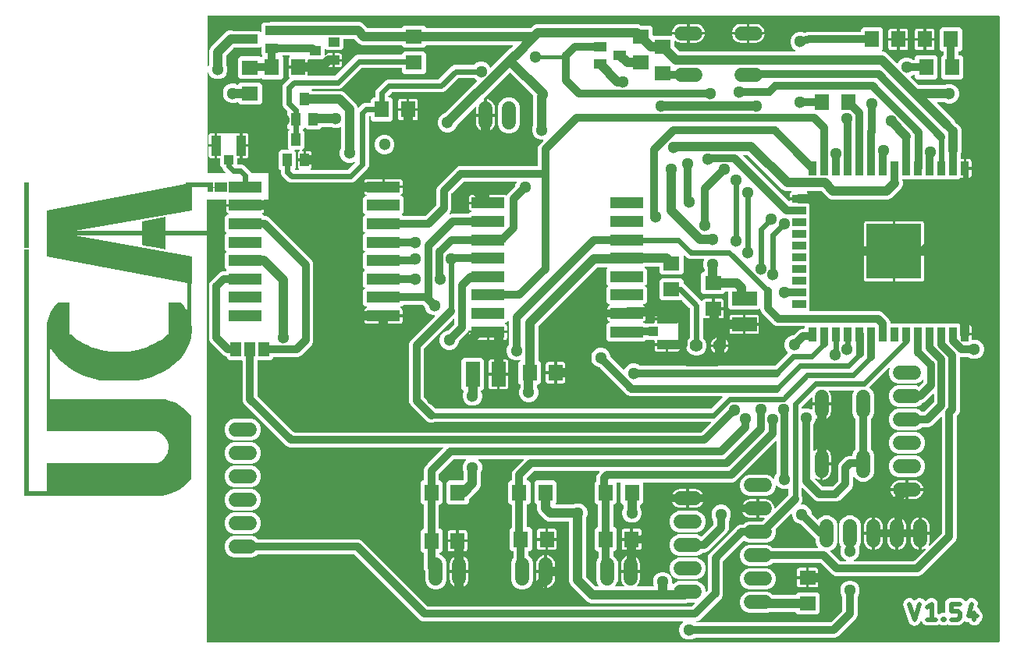
<source format=gbr>
G04 EAGLE Gerber X2 export*
%TF.Part,Single*%
%TF.FileFunction,Copper,L1,Top,Mixed*%
%TF.FilePolarity,Positive*%
%TF.GenerationSoftware,Autodesk,EAGLE,9.6.2*%
%TF.CreationDate,2021-03-19T10:26:58Z*%
G75*
%MOMM*%
%FSLAX34Y34*%
%LPD*%
%INTop Copper*%
%AMOC8*
5,1,8,0,0,1.08239X$1,22.5*%
G01*
%ADD10C,0.482600*%
%ADD11R,0.900000X1.500000*%
%ADD12R,1.500000X0.900000*%
%ADD13R,6.000000X6.000000*%
%ADD14R,1.803000X1.600000*%
%ADD15C,1.524000*%
%ADD16R,1.600000X1.803000*%
%ADD17R,1.000000X1.400000*%
%ADD18R,1.400000X1.000000*%
%ADD19R,1.200000X1.000000*%
%ADD20R,1.168400X1.600200*%
%ADD21R,1.050000X2.200000*%
%ADD22R,1.000000X1.050000*%
%ADD23R,3.600000X1.200000*%
%ADD24R,1.800000X1.600000*%
%ADD25R,2.700000X1.600000*%
%ADD26R,2.200000X1.050000*%
%ADD27R,1.050000X1.000000*%
%ADD28R,1.600000X1.800000*%
%ADD29R,1.600000X2.700000*%
%ADD30C,1.400000*%
%ADD31C,0.812800*%
%ADD32C,1.016000*%
%ADD33C,0.609600*%
%ADD34C,1.300000*%
%ADD35C,0.406400*%

G36*
X1079072Y-29333D02*
X1079072Y-29333D01*
X1079092Y-29335D01*
X1079193Y-29313D01*
X1079295Y-29297D01*
X1079313Y-29287D01*
X1079332Y-29283D01*
X1079421Y-29230D01*
X1079512Y-29181D01*
X1079526Y-29167D01*
X1079543Y-29157D01*
X1079610Y-29078D01*
X1079682Y-29003D01*
X1079690Y-28985D01*
X1079703Y-28970D01*
X1079742Y-28874D01*
X1079785Y-28780D01*
X1079788Y-28760D01*
X1079795Y-28742D01*
X1079813Y-28575D01*
X1079813Y650417D01*
X1079799Y650507D01*
X1079792Y650598D01*
X1079779Y650627D01*
X1079774Y650659D01*
X1079731Y650740D01*
X1079695Y650824D01*
X1079670Y650856D01*
X1079659Y650877D01*
X1079635Y650899D01*
X1079590Y650955D01*
X1079553Y650992D01*
X1079487Y651040D01*
X1079480Y651046D01*
X1079476Y651048D01*
X1079410Y651105D01*
X1079380Y651117D01*
X1079353Y651136D01*
X1079266Y651163D01*
X1079182Y651197D01*
X1079141Y651201D01*
X1079118Y651208D01*
X1079086Y651207D01*
X1079015Y651215D01*
X221171Y651479D01*
X221151Y651476D01*
X221131Y651478D01*
X221030Y651456D01*
X220928Y651439D01*
X220910Y651430D01*
X220891Y651426D01*
X220802Y651373D01*
X220711Y651324D01*
X220697Y651310D01*
X220680Y651300D01*
X220612Y651221D01*
X220541Y651146D01*
X220533Y651128D01*
X220520Y651113D01*
X220481Y651016D01*
X220437Y650923D01*
X220435Y650903D01*
X220428Y650884D01*
X220409Y650718D01*
X220409Y596864D01*
X220425Y596768D01*
X220434Y596671D01*
X220445Y596647D01*
X220449Y596621D01*
X220495Y596535D01*
X220534Y596446D01*
X220552Y596427D01*
X220564Y596404D01*
X220635Y596337D01*
X220701Y596265D01*
X220723Y596253D01*
X220742Y596234D01*
X220831Y596193D01*
X220916Y596147D01*
X220942Y596142D01*
X220966Y596131D01*
X221062Y596120D01*
X221158Y596103D01*
X221184Y596107D01*
X221210Y596104D01*
X221305Y596124D01*
X221401Y596139D01*
X221425Y596150D01*
X221450Y596156D01*
X221534Y596206D01*
X221621Y596250D01*
X221639Y596269D01*
X221661Y596282D01*
X221725Y596356D01*
X221793Y596426D01*
X221809Y596454D01*
X221821Y596469D01*
X221834Y596500D01*
X221874Y596573D01*
X222571Y598257D01*
X222586Y598321D01*
X222611Y598381D01*
X222620Y598464D01*
X222628Y598496D01*
X222626Y598516D01*
X222629Y598548D01*
X222629Y613608D01*
X224022Y616969D01*
X240588Y633536D01*
X243950Y634928D01*
X247588Y634928D01*
X248192Y634678D01*
X248255Y634663D01*
X248316Y634638D01*
X248399Y634629D01*
X248431Y634622D01*
X248450Y634623D01*
X248483Y634620D01*
X270219Y634620D01*
X270272Y634598D01*
X270336Y634583D01*
X270397Y634558D01*
X270480Y634549D01*
X270512Y634542D01*
X270531Y634543D01*
X270564Y634540D01*
X277084Y634540D01*
X278036Y633588D01*
X278094Y633546D01*
X278146Y633496D01*
X278193Y633474D01*
X278235Y633444D01*
X278304Y633423D01*
X278369Y633393D01*
X278421Y633387D01*
X278471Y633372D01*
X278542Y633374D01*
X278613Y633366D01*
X278664Y633377D01*
X278716Y633378D01*
X278784Y633403D01*
X278854Y633418D01*
X278899Y633445D01*
X278947Y633463D01*
X279003Y633507D01*
X279065Y633544D01*
X279099Y633584D01*
X279139Y633616D01*
X279178Y633677D01*
X279225Y633731D01*
X279244Y633779D01*
X279272Y633823D01*
X279290Y633893D01*
X279317Y633959D01*
X279325Y634030D01*
X279333Y634062D01*
X279331Y634085D01*
X279335Y634126D01*
X279335Y641659D01*
X281716Y644040D01*
X288236Y644040D01*
X288301Y644050D01*
X288367Y644051D01*
X288447Y644074D01*
X288479Y644079D01*
X288496Y644089D01*
X288528Y644098D01*
X288581Y644120D01*
X385644Y644120D01*
X389005Y642728D01*
X391685Y640048D01*
X393783Y637950D01*
X393857Y637897D01*
X393926Y637838D01*
X393956Y637826D01*
X393983Y637807D01*
X394070Y637780D01*
X394154Y637746D01*
X394195Y637741D01*
X394218Y637734D01*
X394250Y637735D01*
X394321Y637727D01*
X430659Y637727D01*
X430679Y637730D01*
X430698Y637728D01*
X430800Y637750D01*
X430902Y637767D01*
X430919Y637776D01*
X430939Y637781D01*
X431028Y637834D01*
X431119Y637882D01*
X431133Y637896D01*
X431150Y637907D01*
X431217Y637985D01*
X431289Y638060D01*
X431297Y638078D01*
X431310Y638094D01*
X431349Y638190D01*
X431353Y638199D01*
X433801Y640647D01*
X455199Y640647D01*
X457632Y638214D01*
X457633Y638209D01*
X457686Y638120D01*
X457735Y638028D01*
X457749Y638015D01*
X457759Y637998D01*
X457838Y637930D01*
X457913Y637859D01*
X457931Y637851D01*
X457946Y637838D01*
X458042Y637799D01*
X458136Y637755D01*
X458156Y637753D01*
X458174Y637746D01*
X458341Y637727D01*
X570982Y637727D01*
X571072Y637742D01*
X571163Y637749D01*
X571193Y637762D01*
X571225Y637767D01*
X571305Y637810D01*
X571389Y637845D01*
X571421Y637871D01*
X571442Y637882D01*
X571464Y637905D01*
X571520Y637950D01*
X573897Y640327D01*
X577258Y641719D01*
X688390Y641719D01*
X690837Y640705D01*
X690901Y640690D01*
X690962Y640666D01*
X691045Y640657D01*
X691077Y640649D01*
X691096Y640651D01*
X691129Y640647D01*
X701261Y640647D01*
X703642Y638266D01*
X703642Y630296D01*
X703645Y630276D01*
X703643Y630257D01*
X703665Y630155D01*
X703682Y630053D01*
X703691Y630036D01*
X703696Y630016D01*
X703749Y629927D01*
X703797Y629836D01*
X703811Y629822D01*
X703822Y629805D01*
X703900Y629738D01*
X703975Y629666D01*
X703993Y629658D01*
X704009Y629645D01*
X704105Y629606D01*
X704198Y629563D01*
X704218Y629561D01*
X704237Y629553D01*
X704403Y629535D01*
X723812Y629535D01*
X723891Y629548D01*
X723970Y629551D01*
X724012Y629567D01*
X724055Y629574D01*
X724125Y629612D01*
X724200Y629641D01*
X724233Y629669D01*
X724273Y629690D01*
X724327Y629747D01*
X724388Y629798D01*
X724411Y629836D01*
X724442Y629868D01*
X724475Y629940D01*
X724517Y630008D01*
X724527Y630051D01*
X724546Y630091D01*
X724554Y630170D01*
X724572Y630248D01*
X724569Y630306D01*
X724573Y630335D01*
X724567Y630363D01*
X724564Y630415D01*
X724522Y630683D01*
X740665Y630683D01*
X740665Y622045D01*
X733768Y622045D01*
X732189Y622295D01*
X730668Y622790D01*
X729243Y623516D01*
X728663Y623937D01*
X728653Y623942D01*
X728644Y623950D01*
X728543Y623997D01*
X728444Y624047D01*
X728432Y624049D01*
X728421Y624054D01*
X728310Y624066D01*
X728200Y624082D01*
X728188Y624080D01*
X728177Y624081D01*
X728068Y624057D01*
X727958Y624037D01*
X727948Y624031D01*
X727936Y624029D01*
X727840Y623971D01*
X727743Y623917D01*
X727735Y623909D01*
X727725Y623902D01*
X727653Y623818D01*
X727578Y623736D01*
X727573Y623725D01*
X727565Y623716D01*
X727523Y623611D01*
X727479Y623510D01*
X727478Y623499D01*
X727473Y623487D01*
X727455Y623321D01*
X727455Y617638D01*
X727469Y617548D01*
X727477Y617457D01*
X727489Y617427D01*
X727494Y617395D01*
X727537Y617315D01*
X727573Y617231D01*
X727599Y617199D01*
X727610Y617178D01*
X727633Y617156D01*
X727678Y617100D01*
X732160Y612618D01*
X732234Y612565D01*
X732303Y612505D01*
X732333Y612493D01*
X732360Y612474D01*
X732447Y612447D01*
X732531Y612413D01*
X732572Y612409D01*
X732595Y612402D01*
X732627Y612403D01*
X732698Y612395D01*
X857531Y612395D01*
X857627Y612410D01*
X857724Y612420D01*
X857748Y612430D01*
X857773Y612434D01*
X857859Y612480D01*
X857949Y612520D01*
X857968Y612537D01*
X857991Y612550D01*
X858058Y612620D01*
X858130Y612686D01*
X858142Y612709D01*
X858160Y612728D01*
X858201Y612816D01*
X858248Y612902D01*
X858253Y612927D01*
X858264Y612951D01*
X858275Y613048D01*
X858292Y613144D01*
X858288Y613170D01*
X858291Y613195D01*
X858270Y613290D01*
X858256Y613387D01*
X858244Y613410D01*
X858239Y613436D01*
X858189Y613519D01*
X858145Y613606D01*
X858126Y613625D01*
X858113Y613647D01*
X858038Y613710D01*
X857969Y613778D01*
X857940Y613794D01*
X857926Y613807D01*
X857919Y613810D01*
X857894Y613819D01*
X857822Y613859D01*
X857476Y614003D01*
X854504Y616975D01*
X852896Y620858D01*
X852896Y625060D01*
X854504Y628943D01*
X857476Y631915D01*
X861359Y633524D01*
X865562Y633524D01*
X868020Y632505D01*
X868048Y632499D01*
X868074Y632486D01*
X868168Y632471D01*
X868260Y632449D01*
X868288Y632452D01*
X868317Y632448D01*
X868483Y632467D01*
X871767Y633228D01*
X871797Y633240D01*
X871886Y633266D01*
X872701Y633604D01*
X873301Y633604D01*
X873304Y633604D01*
X873306Y633604D01*
X873473Y633623D01*
X874058Y633759D01*
X874928Y633614D01*
X874960Y633614D01*
X875053Y633604D01*
X928629Y633604D01*
X928649Y633607D01*
X928668Y633605D01*
X928770Y633627D01*
X928872Y633643D01*
X928889Y633653D01*
X928909Y633657D01*
X928998Y633710D01*
X929089Y633759D01*
X929103Y633773D01*
X929120Y633783D01*
X929187Y633862D01*
X929259Y633937D01*
X929267Y633955D01*
X929280Y633970D01*
X929319Y634066D01*
X929362Y634160D01*
X929364Y634180D01*
X929372Y634198D01*
X929390Y634365D01*
X929390Y636174D01*
X931771Y638555D01*
X951139Y638555D01*
X953520Y636174D01*
X953520Y614776D01*
X952438Y613694D01*
X952396Y613636D01*
X952346Y613584D01*
X952324Y613537D01*
X952294Y613495D01*
X952273Y613426D01*
X952243Y613361D01*
X952237Y613309D01*
X952222Y613259D01*
X952224Y613188D01*
X952216Y613117D01*
X952227Y613066D01*
X952228Y613014D01*
X952253Y612946D01*
X952268Y612876D01*
X952295Y612831D01*
X952313Y612783D01*
X952357Y612727D01*
X952394Y612665D01*
X952434Y612631D01*
X952466Y612591D01*
X952527Y612552D01*
X952581Y612505D01*
X952629Y612486D01*
X952673Y612458D01*
X952743Y612440D01*
X952809Y612413D01*
X952881Y612405D01*
X952912Y612397D01*
X952935Y612399D01*
X952976Y612395D01*
X953960Y612395D01*
X957321Y611003D01*
X960001Y608323D01*
X968569Y599755D01*
X968606Y599728D01*
X968637Y599694D01*
X968705Y599657D01*
X968769Y599611D01*
X968812Y599598D01*
X968853Y599576D01*
X968929Y599562D01*
X969004Y599539D01*
X969050Y599540D01*
X969095Y599532D01*
X969172Y599543D01*
X969250Y599545D01*
X969293Y599561D01*
X969338Y599568D01*
X969407Y599603D01*
X969481Y599630D01*
X969516Y599659D01*
X969557Y599679D01*
X969612Y599735D01*
X969673Y599784D01*
X969697Y599822D01*
X969730Y599855D01*
X969796Y599975D01*
X969806Y599990D01*
X969807Y599995D01*
X969810Y600002D01*
X970256Y601078D01*
X973228Y604050D01*
X977111Y605658D01*
X981314Y605658D01*
X985197Y604050D01*
X985802Y603445D01*
X985876Y603392D01*
X985945Y603333D01*
X985975Y603321D01*
X986001Y603302D01*
X986088Y603275D01*
X986173Y603241D01*
X986214Y603236D01*
X986236Y603229D01*
X986269Y603230D01*
X986340Y603222D01*
X987367Y603222D01*
X987386Y603226D01*
X987406Y603223D01*
X987507Y603245D01*
X987609Y603262D01*
X987627Y603271D01*
X987646Y603276D01*
X987735Y603329D01*
X987827Y603377D01*
X987840Y603392D01*
X987857Y603402D01*
X987925Y603481D01*
X987996Y603556D01*
X988004Y603574D01*
X988017Y603589D01*
X988056Y603685D01*
X988100Y603779D01*
X988102Y603798D01*
X988109Y603817D01*
X988128Y603984D01*
X988128Y606011D01*
X990509Y608392D01*
X1009876Y608392D01*
X1012257Y606011D01*
X1012257Y584614D01*
X1009876Y582233D01*
X990509Y582233D01*
X988128Y584614D01*
X988128Y586204D01*
X988125Y586223D01*
X988127Y586243D01*
X988105Y586344D01*
X988088Y586446D01*
X988079Y586464D01*
X988074Y586484D01*
X988021Y586573D01*
X987973Y586664D01*
X987959Y586678D01*
X987948Y586695D01*
X987870Y586762D01*
X987795Y586833D01*
X987777Y586842D01*
X987761Y586855D01*
X987665Y586893D01*
X987572Y586937D01*
X987552Y586939D01*
X987533Y586946D01*
X987367Y586965D01*
X986340Y586965D01*
X986250Y586950D01*
X986159Y586943D01*
X986129Y586930D01*
X986097Y586925D01*
X986017Y586882D01*
X985933Y586847D01*
X985901Y586821D01*
X985880Y586810D01*
X985858Y586787D01*
X985802Y586742D01*
X985197Y586137D01*
X984121Y585692D01*
X984082Y585667D01*
X984039Y585652D01*
X983994Y585616D01*
X983962Y585599D01*
X983949Y585585D01*
X983912Y585562D01*
X983882Y585527D01*
X983847Y585498D01*
X983805Y585434D01*
X983793Y585421D01*
X983791Y585416D01*
X983755Y585372D01*
X983738Y585330D01*
X983714Y585291D01*
X983695Y585215D01*
X983667Y585143D01*
X983665Y585097D01*
X983654Y585052D01*
X983660Y584975D01*
X983656Y584897D01*
X983669Y584853D01*
X983673Y584807D01*
X983703Y584736D01*
X983725Y584661D01*
X983751Y584623D01*
X983769Y584581D01*
X983854Y584474D01*
X983865Y584459D01*
X983869Y584456D01*
X983874Y584450D01*
X992431Y575893D01*
X992505Y575839D01*
X992575Y575780D01*
X992605Y575768D01*
X992631Y575749D01*
X992718Y575722D01*
X992803Y575688D01*
X992844Y575684D01*
X992866Y575677D01*
X992898Y575678D01*
X992970Y575670D01*
X1019476Y575670D01*
X1019541Y575680D01*
X1019606Y575681D01*
X1019687Y575704D01*
X1019719Y575709D01*
X1019736Y575718D01*
X1019768Y575728D01*
X1023056Y577090D01*
X1027259Y577090D01*
X1031142Y575481D01*
X1034114Y572509D01*
X1035722Y568626D01*
X1035722Y564423D01*
X1034114Y560540D01*
X1031142Y557569D01*
X1027259Y555960D01*
X1023056Y555960D01*
X1019768Y557322D01*
X1019704Y557337D01*
X1019643Y557362D01*
X1019560Y557371D01*
X1019528Y557378D01*
X1019509Y557377D01*
X1019476Y557380D01*
X1012781Y557380D01*
X1012711Y557369D01*
X1012639Y557367D01*
X1012590Y557349D01*
X1012539Y557340D01*
X1012475Y557307D01*
X1012408Y557282D01*
X1012367Y557250D01*
X1012321Y557225D01*
X1012272Y557173D01*
X1012216Y557129D01*
X1012188Y557085D01*
X1012152Y557047D01*
X1012122Y556982D01*
X1012083Y556922D01*
X1012070Y556871D01*
X1012048Y556824D01*
X1012040Y556753D01*
X1012023Y556683D01*
X1012027Y556631D01*
X1012021Y556579D01*
X1012036Y556509D01*
X1012042Y556438D01*
X1012062Y556390D01*
X1012073Y556339D01*
X1012110Y556277D01*
X1012138Y556212D01*
X1012183Y556156D01*
X1012200Y556128D01*
X1012217Y556113D01*
X1012243Y556081D01*
X1030717Y537607D01*
X1031675Y535294D01*
X1031709Y535238D01*
X1031735Y535178D01*
X1031787Y535113D01*
X1031805Y535085D01*
X1031820Y535073D01*
X1031840Y535047D01*
X1031996Y534891D01*
X1032049Y534853D01*
X1032096Y534807D01*
X1032169Y534766D01*
X1032196Y534747D01*
X1032214Y534742D01*
X1032243Y534726D01*
X1034556Y533768D01*
X1037129Y531195D01*
X1038521Y527834D01*
X1038521Y503006D01*
X1037787Y501234D01*
X1037772Y501170D01*
X1037747Y501109D01*
X1037738Y501026D01*
X1037731Y500994D01*
X1037732Y500975D01*
X1037729Y500943D01*
X1037729Y496164D01*
X1037732Y496145D01*
X1037730Y496125D01*
X1037752Y496024D01*
X1037768Y495922D01*
X1037778Y495904D01*
X1037782Y495885D01*
X1037835Y495796D01*
X1037884Y495704D01*
X1037898Y495691D01*
X1037908Y495674D01*
X1037987Y495606D01*
X1038062Y495535D01*
X1038080Y495527D01*
X1038095Y495514D01*
X1038191Y495475D01*
X1038285Y495431D01*
X1038305Y495429D01*
X1038323Y495422D01*
X1038490Y495403D01*
X1040777Y495403D01*
X1040777Y486125D01*
X1040780Y486105D01*
X1040778Y486085D01*
X1040800Y485984D01*
X1040817Y485882D01*
X1040826Y485864D01*
X1040830Y485845D01*
X1040883Y485756D01*
X1040932Y485664D01*
X1040946Y485651D01*
X1040956Y485634D01*
X1041035Y485566D01*
X1041110Y485495D01*
X1041128Y485487D01*
X1041143Y485474D01*
X1041239Y485435D01*
X1041333Y485391D01*
X1041353Y485389D01*
X1041371Y485382D01*
X1041538Y485363D01*
X1042301Y485363D01*
X1042301Y485362D01*
X1041538Y485362D01*
X1041518Y485358D01*
X1041499Y485361D01*
X1041397Y485339D01*
X1041295Y485322D01*
X1041278Y485313D01*
X1041258Y485308D01*
X1041169Y485255D01*
X1041078Y485207D01*
X1041064Y485192D01*
X1041047Y485182D01*
X1040980Y485103D01*
X1040909Y485028D01*
X1040900Y485010D01*
X1040887Y484995D01*
X1040848Y484899D01*
X1040805Y484805D01*
X1040803Y484786D01*
X1040795Y484767D01*
X1040777Y484600D01*
X1040777Y475322D01*
X1037623Y475322D01*
X1037533Y475307D01*
X1037442Y475300D01*
X1037412Y475287D01*
X1037380Y475282D01*
X1037300Y475239D01*
X1037216Y475204D01*
X1037184Y475178D01*
X1037163Y475167D01*
X1037141Y475144D01*
X1037085Y475099D01*
X1035784Y473798D01*
X975364Y473798D01*
X975319Y473790D01*
X975273Y473792D01*
X975198Y473771D01*
X975121Y473758D01*
X975081Y473737D01*
X975036Y473724D01*
X974972Y473679D01*
X974904Y473643D01*
X974872Y473610D01*
X974834Y473583D01*
X974788Y473521D01*
X974734Y473465D01*
X974715Y473423D01*
X974688Y473386D01*
X974664Y473312D01*
X974631Y473242D01*
X974626Y473196D01*
X974611Y473152D01*
X974612Y473074D01*
X974604Y472997D01*
X974613Y472952D01*
X974614Y472906D01*
X974652Y472775D01*
X974656Y472757D01*
X974658Y472752D01*
X974661Y472745D01*
X975245Y471335D01*
X975245Y467697D01*
X973853Y464336D01*
X962694Y453177D01*
X959333Y451785D01*
X897383Y451785D01*
X894022Y453177D01*
X886716Y460483D01*
X886642Y460536D01*
X886572Y460596D01*
X886542Y460608D01*
X886516Y460627D01*
X886429Y460653D01*
X886344Y460687D01*
X886303Y460692D01*
X886281Y460699D01*
X886249Y460698D01*
X886177Y460706D01*
X871325Y460706D01*
X871278Y460698D01*
X871230Y460700D01*
X871157Y460678D01*
X871082Y460666D01*
X871040Y460644D01*
X870994Y460630D01*
X870932Y460587D01*
X870865Y460551D01*
X870832Y460516D01*
X870793Y460489D01*
X870748Y460428D01*
X870696Y460373D01*
X870675Y460329D01*
X870647Y460291D01*
X870624Y460218D01*
X870592Y460150D01*
X870587Y460102D01*
X870572Y460056D01*
X870573Y459980D01*
X870565Y459905D01*
X870575Y459858D01*
X870576Y459810D01*
X870601Y459739D01*
X870617Y459665D01*
X870642Y459624D01*
X870658Y459578D01*
X870705Y459519D01*
X870743Y459454D01*
X870780Y459423D01*
X870809Y459385D01*
X870913Y459309D01*
X870930Y459294D01*
X870937Y459291D01*
X870945Y459285D01*
X871360Y459046D01*
X871833Y458573D01*
X872168Y457993D01*
X872341Y457347D01*
X872341Y454036D01*
X863062Y454036D01*
X863042Y454032D01*
X863023Y454035D01*
X862921Y454013D01*
X862819Y453996D01*
X862802Y453987D01*
X862782Y453982D01*
X862693Y453929D01*
X862602Y453881D01*
X862588Y453866D01*
X862571Y453856D01*
X862504Y453777D01*
X862433Y453702D01*
X862424Y453684D01*
X862411Y453669D01*
X862372Y453573D01*
X862329Y453479D01*
X862327Y453460D01*
X862319Y453441D01*
X862301Y453274D01*
X862301Y451751D01*
X862303Y451740D01*
X862302Y451734D01*
X862304Y451726D01*
X862302Y451711D01*
X862324Y451610D01*
X862341Y451508D01*
X862350Y451490D01*
X862354Y451471D01*
X862407Y451382D01*
X862456Y451290D01*
X862470Y451277D01*
X862480Y451260D01*
X862559Y451192D01*
X862634Y451121D01*
X862652Y451113D01*
X862667Y451100D01*
X862763Y451061D01*
X862857Y451017D01*
X862877Y451015D01*
X862895Y451008D01*
X863062Y450989D01*
X872341Y450989D01*
X872341Y447835D01*
X872355Y447745D01*
X872363Y447654D01*
X872375Y447625D01*
X872380Y447593D01*
X872423Y447512D01*
X872459Y447428D01*
X872485Y447396D01*
X872496Y447375D01*
X872519Y447353D01*
X872564Y447297D01*
X873865Y445996D01*
X873865Y332029D01*
X873527Y331691D01*
X873485Y331632D01*
X873435Y331581D01*
X873413Y331533D01*
X873383Y331491D01*
X873362Y331423D01*
X873332Y331357D01*
X873326Y331306D01*
X873311Y331256D01*
X873313Y331184D01*
X873305Y331113D01*
X873316Y331062D01*
X873317Y331010D01*
X873342Y330943D01*
X873357Y330873D01*
X873384Y330828D01*
X873402Y330779D01*
X873446Y330723D01*
X873483Y330662D01*
X873523Y330628D01*
X873555Y330587D01*
X873615Y330548D01*
X873670Y330502D01*
X873719Y330482D01*
X873762Y330454D01*
X873832Y330437D01*
X873898Y330410D01*
X873970Y330402D01*
X874001Y330394D01*
X874024Y330396D01*
X874065Y330391D01*
X949354Y330391D01*
X952342Y329154D01*
X960291Y321205D01*
X961529Y318217D01*
X961529Y317688D01*
X961532Y317669D01*
X961530Y317649D01*
X961552Y317548D01*
X961568Y317446D01*
X961578Y317428D01*
X961582Y317409D01*
X961635Y317320D01*
X961684Y317228D01*
X961698Y317215D01*
X961708Y317198D01*
X961787Y317130D01*
X961862Y317059D01*
X961880Y317051D01*
X961895Y317038D01*
X961991Y316999D01*
X962085Y316955D01*
X962105Y316953D01*
X962123Y316946D01*
X962290Y316927D01*
X1035784Y316927D01*
X1037085Y315626D01*
X1037159Y315573D01*
X1037228Y315514D01*
X1037258Y315502D01*
X1037284Y315483D01*
X1037371Y315456D01*
X1037456Y315422D01*
X1037497Y315417D01*
X1037519Y315410D01*
X1037552Y315411D01*
X1037623Y315403D01*
X1040777Y315403D01*
X1040777Y306125D01*
X1040780Y306105D01*
X1040778Y306085D01*
X1040800Y305984D01*
X1040817Y305882D01*
X1040826Y305864D01*
X1040830Y305845D01*
X1040883Y305756D01*
X1040932Y305664D01*
X1040946Y305651D01*
X1040956Y305634D01*
X1041035Y305566D01*
X1041110Y305495D01*
X1041128Y305487D01*
X1041143Y305474D01*
X1041239Y305435D01*
X1041333Y305391D01*
X1041353Y305389D01*
X1041371Y305382D01*
X1041538Y305363D01*
X1042301Y305363D01*
X1042301Y304601D01*
X1042304Y304581D01*
X1042302Y304561D01*
X1042324Y304460D01*
X1042341Y304358D01*
X1042350Y304340D01*
X1042354Y304321D01*
X1042407Y304232D01*
X1042456Y304140D01*
X1042470Y304127D01*
X1042480Y304110D01*
X1042559Y304042D01*
X1042634Y303971D01*
X1042652Y303963D01*
X1042667Y303950D01*
X1042763Y303911D01*
X1042857Y303867D01*
X1042877Y303865D01*
X1042895Y303858D01*
X1043062Y303839D01*
X1049341Y303839D01*
X1049341Y300186D01*
X1049348Y300140D01*
X1049346Y300094D01*
X1049368Y300020D01*
X1049380Y299943D01*
X1049402Y299902D01*
X1049415Y299858D01*
X1049459Y299794D01*
X1049496Y299726D01*
X1049529Y299694D01*
X1049555Y299656D01*
X1049618Y299610D01*
X1049674Y299556D01*
X1049716Y299537D01*
X1049752Y299509D01*
X1049826Y299485D01*
X1049897Y299453D01*
X1049943Y299447D01*
X1049986Y299433D01*
X1050064Y299434D01*
X1050141Y299425D01*
X1050186Y299435D01*
X1050232Y299436D01*
X1050364Y299474D01*
X1050382Y299478D01*
X1050386Y299480D01*
X1050393Y299482D01*
X1050411Y299490D01*
X1054614Y299490D01*
X1058497Y297881D01*
X1061469Y294909D01*
X1063077Y291026D01*
X1063077Y286824D01*
X1061469Y282941D01*
X1058497Y279969D01*
X1054614Y278360D01*
X1050411Y278360D01*
X1046528Y279969D01*
X1045923Y280573D01*
X1045849Y280626D01*
X1045780Y280686D01*
X1045750Y280698D01*
X1045724Y280717D01*
X1045637Y280744D01*
X1045552Y280778D01*
X1045511Y280782D01*
X1045489Y280789D01*
X1045456Y280788D01*
X1045385Y280796D01*
X1037717Y280796D01*
X1037697Y280793D01*
X1037678Y280795D01*
X1037576Y280773D01*
X1037474Y280757D01*
X1037457Y280747D01*
X1037437Y280743D01*
X1037348Y280690D01*
X1037257Y280641D01*
X1037243Y280627D01*
X1037226Y280617D01*
X1037159Y280538D01*
X1037087Y280463D01*
X1037079Y280445D01*
X1037066Y280430D01*
X1037027Y280334D01*
X1036984Y280240D01*
X1036982Y280220D01*
X1036974Y280202D01*
X1036956Y280035D01*
X1036956Y221731D01*
X1035718Y218743D01*
X1033864Y216889D01*
X1033811Y216815D01*
X1033751Y216745D01*
X1033739Y216715D01*
X1033720Y216689D01*
X1033693Y216602D01*
X1033659Y216517D01*
X1033655Y216476D01*
X1033648Y216454D01*
X1033649Y216422D01*
X1033641Y216350D01*
X1033641Y84095D01*
X1032403Y81107D01*
X995205Y43909D01*
X992217Y42671D01*
X901671Y42671D01*
X898683Y43909D01*
X885856Y56736D01*
X885782Y56789D01*
X885713Y56848D01*
X885682Y56861D01*
X885656Y56879D01*
X885569Y56906D01*
X885484Y56940D01*
X885443Y56945D01*
X885421Y56952D01*
X885389Y56951D01*
X885318Y56959D01*
X833894Y56959D01*
X833804Y56944D01*
X833713Y56937D01*
X833683Y56924D01*
X833651Y56919D01*
X833570Y56876D01*
X833486Y56841D01*
X833454Y56815D01*
X833434Y56804D01*
X833411Y56781D01*
X833356Y56736D01*
X831801Y55182D01*
X827507Y53403D01*
X807618Y53403D01*
X803324Y55182D01*
X800037Y58469D01*
X798258Y62763D01*
X798258Y67412D01*
X800037Y71706D01*
X803324Y74993D01*
X807618Y76772D01*
X827507Y76772D01*
X831801Y74993D01*
X833356Y73439D01*
X833429Y73386D01*
X833499Y73327D01*
X833529Y73314D01*
X833555Y73296D01*
X833642Y73269D01*
X833727Y73235D01*
X833768Y73230D01*
X833790Y73223D01*
X833823Y73224D01*
X833894Y73216D01*
X881876Y73216D01*
X881947Y73228D01*
X882019Y73230D01*
X882068Y73248D01*
X882119Y73256D01*
X882182Y73289D01*
X882250Y73314D01*
X882290Y73347D01*
X882336Y73371D01*
X882386Y73423D01*
X882442Y73468D01*
X882470Y73512D01*
X882506Y73549D01*
X882536Y73615D01*
X882575Y73675D01*
X882587Y73725D01*
X882609Y73772D01*
X882617Y73844D01*
X882635Y73913D01*
X882631Y73965D01*
X882636Y74017D01*
X882621Y74087D01*
X882616Y74159D01*
X882595Y74206D01*
X882584Y74257D01*
X882547Y74319D01*
X882519Y74385D01*
X882475Y74441D01*
X882458Y74468D01*
X882440Y74484D01*
X882415Y74516D01*
X882269Y74661D01*
X880490Y78956D01*
X880490Y82424D01*
X880476Y82514D01*
X880468Y82605D01*
X880456Y82634D01*
X880451Y82666D01*
X880408Y82747D01*
X880372Y82831D01*
X880346Y82863D01*
X880335Y82884D01*
X880312Y82906D01*
X880267Y82962D01*
X864479Y98750D01*
X864405Y98803D01*
X864336Y98862D01*
X864306Y98875D01*
X864280Y98893D01*
X864193Y98920D01*
X864108Y98954D01*
X864067Y98959D01*
X864045Y98966D01*
X864012Y98965D01*
X863941Y98973D01*
X863086Y98973D01*
X859203Y100581D01*
X856231Y103553D01*
X854623Y107436D01*
X854623Y109452D01*
X854611Y109522D01*
X854609Y109594D01*
X854591Y109643D01*
X854583Y109694D01*
X854550Y109758D01*
X854525Y109825D01*
X854492Y109866D01*
X854468Y109912D01*
X854416Y109961D01*
X854371Y110017D01*
X854327Y110045D01*
X854290Y110081D01*
X854225Y110111D01*
X854164Y110150D01*
X854114Y110163D01*
X854067Y110185D01*
X853995Y110193D01*
X853926Y110210D01*
X853874Y110206D01*
X853822Y110212D01*
X853752Y110197D01*
X853681Y110191D01*
X853633Y110171D01*
X853582Y110160D01*
X853520Y110123D01*
X853454Y110095D01*
X853398Y110050D01*
X853371Y110033D01*
X853355Y110016D01*
X853323Y109990D01*
X837015Y93682D01*
X836948Y93588D01*
X836877Y93493D01*
X836875Y93487D01*
X836872Y93482D01*
X836838Y93371D01*
X836801Y93260D01*
X836801Y93253D01*
X836799Y93247D01*
X836802Y93130D01*
X836804Y93014D01*
X836806Y93006D01*
X836806Y93001D01*
X836812Y92984D01*
X836850Y92852D01*
X836867Y92812D01*
X836867Y88163D01*
X835088Y83869D01*
X831801Y80582D01*
X827507Y78803D01*
X807618Y78803D01*
X803324Y80582D01*
X803045Y80860D01*
X803029Y80872D01*
X803016Y80887D01*
X802929Y80944D01*
X802845Y81004D01*
X802826Y81010D01*
X802810Y81020D01*
X802709Y81046D01*
X802610Y81076D01*
X802590Y81076D01*
X802571Y81080D01*
X802468Y81072D01*
X802364Y81070D01*
X802346Y81063D01*
X802326Y81061D01*
X802231Y81021D01*
X802133Y80985D01*
X802118Y80973D01*
X802099Y80965D01*
X801968Y80860D01*
X779877Y58768D01*
X779824Y58694D01*
X779764Y58625D01*
X779752Y58595D01*
X779733Y58569D01*
X779706Y58482D01*
X779672Y58397D01*
X779668Y58356D01*
X779661Y58334D01*
X779662Y58301D01*
X779654Y58230D01*
X779654Y22196D01*
X778416Y19208D01*
X753905Y-5304D01*
X751543Y-6282D01*
X751460Y-6333D01*
X751375Y-6379D01*
X751357Y-6397D01*
X751334Y-6411D01*
X751272Y-6487D01*
X751205Y-6557D01*
X751194Y-6581D01*
X751178Y-6601D01*
X751143Y-6692D01*
X751102Y-6780D01*
X751099Y-6806D01*
X751089Y-6830D01*
X751085Y-6928D01*
X751074Y-7024D01*
X751080Y-7050D01*
X751079Y-7076D01*
X751106Y-7170D01*
X751127Y-7265D01*
X751140Y-7287D01*
X751147Y-7312D01*
X751203Y-7392D01*
X751253Y-7476D01*
X751273Y-7493D01*
X751288Y-7514D01*
X751366Y-7573D01*
X751440Y-7636D01*
X751464Y-7646D01*
X751485Y-7661D01*
X751578Y-7691D01*
X751668Y-7728D01*
X751700Y-7731D01*
X751719Y-7737D01*
X751752Y-7737D01*
X751835Y-7746D01*
X896430Y-7746D01*
X896520Y-7732D01*
X896611Y-7724D01*
X896641Y-7712D01*
X896673Y-7707D01*
X896754Y-7664D01*
X896837Y-7628D01*
X896870Y-7602D01*
X896890Y-7591D01*
X896912Y-7568D01*
X896968Y-7523D01*
X909223Y4732D01*
X909276Y4806D01*
X909336Y4875D01*
X909348Y4905D01*
X909367Y4931D01*
X909394Y5018D01*
X909428Y5103D01*
X909432Y5144D01*
X909439Y5166D01*
X909438Y5199D01*
X909446Y5270D01*
X909446Y19860D01*
X909432Y19950D01*
X909424Y20041D01*
X909412Y20071D01*
X909407Y20103D01*
X909364Y20184D01*
X909328Y20267D01*
X909302Y20300D01*
X909291Y20320D01*
X909268Y20342D01*
X909223Y20398D01*
X908619Y21003D01*
X907010Y24886D01*
X907010Y29089D01*
X908619Y32972D01*
X911591Y35944D01*
X915474Y37552D01*
X919676Y37552D01*
X923559Y35944D01*
X926531Y32972D01*
X928140Y29089D01*
X928140Y24886D01*
X926531Y21003D01*
X925927Y20398D01*
X925874Y20324D01*
X925814Y20255D01*
X925802Y20225D01*
X925783Y20199D01*
X925756Y20112D01*
X925722Y20027D01*
X925718Y19986D01*
X925711Y19964D01*
X925712Y19931D01*
X925704Y19860D01*
X925704Y-29D01*
X924466Y-3017D01*
X904717Y-22766D01*
X901729Y-24004D01*
X750077Y-24004D01*
X749987Y-24018D01*
X749896Y-24026D01*
X749867Y-24038D01*
X749835Y-24043D01*
X749754Y-24086D01*
X749670Y-24122D01*
X749638Y-24148D01*
X749617Y-24159D01*
X749614Y-24162D01*
X749594Y-24183D01*
X749539Y-24227D01*
X748934Y-24831D01*
X745051Y-26440D01*
X740849Y-26440D01*
X736966Y-24831D01*
X733994Y-21859D01*
X732385Y-17976D01*
X732385Y-13774D01*
X733994Y-9891D01*
X736043Y-7841D01*
X736085Y-7783D01*
X736135Y-7731D01*
X736157Y-7683D01*
X736187Y-7641D01*
X736208Y-7573D01*
X736238Y-7507D01*
X736244Y-7456D01*
X736259Y-7406D01*
X736257Y-7334D01*
X736265Y-7263D01*
X736254Y-7212D01*
X736253Y-7160D01*
X736228Y-7093D01*
X736213Y-7023D01*
X736186Y-6978D01*
X736169Y-6929D01*
X736124Y-6873D01*
X736087Y-6812D01*
X736047Y-6778D01*
X736015Y-6737D01*
X735955Y-6698D01*
X735900Y-6652D01*
X735852Y-6632D01*
X735808Y-6604D01*
X735738Y-6587D01*
X735672Y-6560D01*
X735601Y-6552D01*
X735569Y-6544D01*
X735546Y-6546D01*
X735505Y-6541D01*
X454576Y-6541D01*
X451588Y-5304D01*
X449194Y-2910D01*
X380023Y66261D01*
X379949Y66314D01*
X379880Y66373D01*
X379850Y66386D01*
X379824Y66404D01*
X379737Y66431D01*
X379652Y66465D01*
X379611Y66470D01*
X379589Y66477D01*
X379556Y66476D01*
X379485Y66484D01*
X275094Y66484D01*
X275004Y66469D01*
X274913Y66462D01*
X274883Y66449D01*
X274851Y66444D01*
X274770Y66401D01*
X274686Y66366D01*
X274654Y66340D01*
X274634Y66329D01*
X274611Y66306D01*
X274556Y66261D01*
X273001Y64707D01*
X268707Y62928D01*
X248818Y62928D01*
X244524Y64707D01*
X241237Y67994D01*
X239458Y72288D01*
X239458Y76937D01*
X241237Y81231D01*
X244524Y84518D01*
X248818Y86297D01*
X268707Y86297D01*
X273001Y84518D01*
X274556Y82964D01*
X274629Y82911D01*
X274699Y82852D01*
X274729Y82839D01*
X274755Y82821D01*
X274842Y82794D01*
X274927Y82760D01*
X274968Y82755D01*
X274990Y82748D01*
X275023Y82749D01*
X275094Y82741D01*
X384784Y82741D01*
X387772Y81504D01*
X459336Y9939D01*
X459410Y9886D01*
X459480Y9827D01*
X459510Y9814D01*
X459536Y9796D01*
X459623Y9769D01*
X459708Y9735D01*
X459749Y9730D01*
X459771Y9723D01*
X459803Y9724D01*
X459875Y9716D01*
X745618Y9716D01*
X745708Y9731D01*
X745799Y9738D01*
X745828Y9751D01*
X745860Y9756D01*
X745941Y9799D01*
X746025Y9834D01*
X746057Y9860D01*
X746078Y9871D01*
X746100Y9894D01*
X746156Y9939D01*
X748632Y12416D01*
X748674Y12474D01*
X748724Y12526D01*
X748746Y12573D01*
X748776Y12615D01*
X748797Y12684D01*
X748827Y12749D01*
X748833Y12801D01*
X748848Y12851D01*
X748847Y12922D01*
X748854Y12993D01*
X748843Y13044D01*
X748842Y13096D01*
X748817Y13164D01*
X748802Y13234D01*
X748775Y13279D01*
X748758Y13327D01*
X748713Y13383D01*
X748676Y13445D01*
X748636Y13479D01*
X748604Y13519D01*
X748544Y13558D01*
X748489Y13605D01*
X748441Y13624D01*
X748397Y13652D01*
X748327Y13670D01*
X748261Y13697D01*
X748190Y13705D01*
X748158Y13713D01*
X748135Y13711D01*
X748094Y13715D01*
X741691Y13715D01*
X741626Y13705D01*
X741561Y13704D01*
X741481Y13681D01*
X741448Y13676D01*
X741431Y13666D01*
X741400Y13657D01*
X740006Y13080D01*
X636356Y13080D01*
X632995Y14472D01*
X614547Y32920D01*
X613155Y36281D01*
X613155Y101219D01*
X613152Y101239D01*
X613154Y101258D01*
X613132Y101360D01*
X613116Y101462D01*
X613106Y101479D01*
X613102Y101499D01*
X613049Y101588D01*
X613000Y101679D01*
X612986Y101693D01*
X612976Y101710D01*
X612897Y101777D01*
X612822Y101849D01*
X612804Y101857D01*
X612789Y101870D01*
X612693Y101909D01*
X612599Y101952D01*
X612579Y101954D01*
X612561Y101962D01*
X612394Y101980D01*
X590319Y101980D01*
X586957Y103372D01*
X579555Y110775D01*
X578163Y114136D01*
X578163Y119509D01*
X578160Y119529D01*
X578162Y119548D01*
X578140Y119650D01*
X578123Y119752D01*
X578114Y119769D01*
X578109Y119789D01*
X578056Y119878D01*
X578008Y119969D01*
X577994Y119983D01*
X577983Y120000D01*
X577905Y120067D01*
X577830Y120139D01*
X577812Y120147D01*
X577796Y120160D01*
X577700Y120199D01*
X577691Y120203D01*
X575243Y122651D01*
X575243Y144049D01*
X577624Y146430D01*
X596991Y146430D01*
X599372Y144049D01*
X599372Y122651D01*
X598290Y121569D01*
X598248Y121511D01*
X598199Y121459D01*
X598177Y121412D01*
X598147Y121370D01*
X598126Y121301D01*
X598095Y121236D01*
X598090Y121184D01*
X598074Y121134D01*
X598076Y121063D01*
X598068Y120992D01*
X598079Y120941D01*
X598081Y120889D01*
X598105Y120821D01*
X598120Y120751D01*
X598147Y120706D01*
X598165Y120658D01*
X598210Y120602D01*
X598247Y120540D01*
X598286Y120506D01*
X598319Y120466D01*
X598379Y120427D01*
X598434Y120380D01*
X598482Y120361D01*
X598526Y120333D01*
X598595Y120315D01*
X598662Y120288D01*
X598733Y120280D01*
X598764Y120272D01*
X598787Y120274D01*
X598828Y120270D01*
X616619Y120270D01*
X616684Y120280D01*
X616749Y120281D01*
X616829Y120304D01*
X616862Y120309D01*
X616879Y120319D01*
X616910Y120328D01*
X620199Y121690D01*
X624401Y121690D01*
X628284Y120081D01*
X631256Y117109D01*
X632865Y113226D01*
X632865Y109024D01*
X631503Y105735D01*
X631488Y105672D01*
X631463Y105611D01*
X631454Y105528D01*
X631447Y105496D01*
X631448Y105476D01*
X631445Y105444D01*
X631445Y42203D01*
X631447Y42191D01*
X631446Y42182D01*
X631456Y42136D01*
X631459Y42113D01*
X631467Y42022D01*
X631479Y41992D01*
X631484Y41960D01*
X631527Y41880D01*
X631563Y41796D01*
X631589Y41764D01*
X631600Y41743D01*
X631623Y41721D01*
X631668Y41665D01*
X641740Y31593D01*
X641814Y31540D01*
X641883Y31480D01*
X641913Y31468D01*
X641940Y31449D01*
X642027Y31422D01*
X642111Y31388D01*
X642152Y31384D01*
X642175Y31377D01*
X642207Y31378D01*
X642278Y31370D01*
X644323Y31370D01*
X644393Y31381D01*
X644465Y31383D01*
X644514Y31401D01*
X644566Y31409D01*
X644629Y31443D01*
X644696Y31468D01*
X644737Y31500D01*
X644783Y31525D01*
X644832Y31577D01*
X644888Y31621D01*
X644916Y31665D01*
X644952Y31703D01*
X644982Y31768D01*
X645021Y31828D01*
X645034Y31879D01*
X645056Y31926D01*
X645064Y31997D01*
X645081Y32067D01*
X645077Y32119D01*
X645083Y32170D01*
X645068Y32241D01*
X645062Y32312D01*
X645042Y32360D01*
X645031Y32411D01*
X644994Y32472D01*
X644966Y32538D01*
X644921Y32594D01*
X644905Y32622D01*
X644887Y32637D01*
X644861Y32669D01*
X644144Y33386D01*
X642365Y37681D01*
X642365Y57569D01*
X644144Y61864D01*
X644398Y62118D01*
X644451Y62192D01*
X644511Y62261D01*
X644523Y62292D01*
X644542Y62318D01*
X644569Y62405D01*
X644603Y62490D01*
X644607Y62531D01*
X644614Y62553D01*
X644613Y62585D01*
X644621Y62656D01*
X644621Y68724D01*
X644618Y68744D01*
X644620Y68763D01*
X644598Y68865D01*
X644582Y68967D01*
X644572Y68984D01*
X644568Y69004D01*
X644515Y69093D01*
X644466Y69184D01*
X644452Y69198D01*
X644442Y69215D01*
X644363Y69282D01*
X644288Y69354D01*
X644270Y69362D01*
X644255Y69375D01*
X644159Y69414D01*
X644065Y69457D01*
X644045Y69459D01*
X644027Y69467D01*
X643860Y69485D01*
X643066Y69485D01*
X640685Y71866D01*
X640685Y93234D01*
X643066Y95615D01*
X643640Y95615D01*
X643660Y95618D01*
X643679Y95616D01*
X643781Y95638D01*
X643883Y95654D01*
X643900Y95664D01*
X643920Y95668D01*
X644009Y95721D01*
X644100Y95770D01*
X644114Y95784D01*
X644131Y95794D01*
X644198Y95873D01*
X644270Y95948D01*
X644278Y95966D01*
X644291Y95981D01*
X644330Y96077D01*
X644373Y96171D01*
X644375Y96191D01*
X644383Y96209D01*
X644401Y96376D01*
X644401Y119509D01*
X644398Y119529D01*
X644400Y119548D01*
X644378Y119650D01*
X644362Y119752D01*
X644352Y119769D01*
X644348Y119789D01*
X644295Y119878D01*
X644246Y119969D01*
X644232Y119983D01*
X644222Y120000D01*
X644143Y120067D01*
X644068Y120139D01*
X644050Y120147D01*
X644035Y120160D01*
X643939Y120199D01*
X643845Y120242D01*
X643825Y120244D01*
X643807Y120252D01*
X643640Y120270D01*
X642846Y120270D01*
X640465Y122651D01*
X640465Y144049D01*
X642523Y146107D01*
X642576Y146181D01*
X642636Y146250D01*
X642648Y146280D01*
X642667Y146306D01*
X642694Y146393D01*
X642728Y146478D01*
X642732Y146519D01*
X642739Y146542D01*
X642738Y146574D01*
X642746Y146645D01*
X642746Y150842D01*
X643984Y153830D01*
X645699Y155545D01*
X645741Y155603D01*
X645790Y155655D01*
X645812Y155702D01*
X645843Y155744D01*
X645864Y155813D01*
X645894Y155878D01*
X645900Y155930D01*
X645915Y155980D01*
X645913Y156051D01*
X645921Y156122D01*
X645910Y156173D01*
X645909Y156225D01*
X645884Y156293D01*
X645869Y156363D01*
X645842Y156408D01*
X645824Y156456D01*
X645779Y156512D01*
X645742Y156574D01*
X645703Y156608D01*
X645670Y156648D01*
X645610Y156687D01*
X645556Y156734D01*
X645507Y156753D01*
X645463Y156781D01*
X645394Y156799D01*
X645327Y156826D01*
X645256Y156834D01*
X645225Y156842D01*
X645202Y156840D01*
X645161Y156844D01*
X575055Y156844D01*
X574965Y156830D01*
X574874Y156822D01*
X574845Y156810D01*
X574813Y156805D01*
X574732Y156762D01*
X574648Y156726D01*
X574616Y156700D01*
X574595Y156689D01*
X574573Y156666D01*
X574517Y156621D01*
X567219Y149323D01*
X567176Y149263D01*
X567139Y149224D01*
X567133Y149210D01*
X567107Y149180D01*
X567094Y149150D01*
X567076Y149124D01*
X567049Y149037D01*
X567015Y148952D01*
X567010Y148911D01*
X567003Y148889D01*
X567004Y148856D01*
X566996Y148785D01*
X566996Y147191D01*
X566999Y147171D01*
X566997Y147152D01*
X567019Y147050D01*
X567036Y146948D01*
X567045Y146931D01*
X567050Y146911D01*
X567103Y146822D01*
X567151Y146731D01*
X567165Y146717D01*
X567176Y146700D01*
X567254Y146633D01*
X567329Y146561D01*
X567347Y146553D01*
X567363Y146540D01*
X567459Y146501D01*
X567552Y146458D01*
X567572Y146456D01*
X567591Y146448D01*
X567757Y146430D01*
X568551Y146430D01*
X570932Y144049D01*
X570932Y122651D01*
X568551Y120270D01*
X567757Y120270D01*
X567738Y120267D01*
X567718Y120269D01*
X567617Y120247D01*
X567515Y120231D01*
X567497Y120221D01*
X567478Y120217D01*
X567389Y120164D01*
X567297Y120115D01*
X567284Y120101D01*
X567267Y120091D01*
X567199Y120012D01*
X567128Y119937D01*
X567120Y119919D01*
X567107Y119904D01*
X567068Y119808D01*
X567024Y119714D01*
X567022Y119694D01*
X567015Y119676D01*
X566996Y119509D01*
X566996Y96376D01*
X566999Y96356D01*
X566997Y96337D01*
X567019Y96235D01*
X567036Y96133D01*
X567045Y96116D01*
X567050Y96096D01*
X567103Y96007D01*
X567151Y95916D01*
X567165Y95902D01*
X567176Y95885D01*
X567254Y95818D01*
X567329Y95746D01*
X567347Y95738D01*
X567363Y95725D01*
X567459Y95686D01*
X567552Y95643D01*
X567572Y95641D01*
X567591Y95633D01*
X567757Y95615D01*
X570359Y95615D01*
X572740Y93234D01*
X572740Y71866D01*
X570359Y69485D01*
X569565Y69485D01*
X569545Y69482D01*
X569526Y69484D01*
X569424Y69462D01*
X569322Y69446D01*
X569305Y69436D01*
X569285Y69432D01*
X569196Y69379D01*
X569105Y69330D01*
X569091Y69316D01*
X569074Y69306D01*
X569007Y69227D01*
X568935Y69152D01*
X568927Y69134D01*
X568914Y69119D01*
X568875Y69023D01*
X568832Y68929D01*
X568830Y68909D01*
X568822Y68891D01*
X568804Y68724D01*
X568804Y65256D01*
X568818Y65166D01*
X568826Y65075D01*
X568838Y65046D01*
X568843Y65014D01*
X568886Y64933D01*
X568922Y64849D01*
X568948Y64817D01*
X568959Y64796D01*
X568982Y64774D01*
X569027Y64718D01*
X571881Y61864D01*
X573660Y57569D01*
X573660Y37681D01*
X571881Y33386D01*
X568594Y30099D01*
X564299Y28320D01*
X559651Y28320D01*
X555356Y30099D01*
X552069Y33386D01*
X550290Y37681D01*
X550290Y57569D01*
X552069Y61864D01*
X552323Y62118D01*
X552376Y62192D01*
X552436Y62261D01*
X552448Y62292D01*
X552467Y62318D01*
X552494Y62405D01*
X552528Y62490D01*
X552532Y62531D01*
X552539Y62553D01*
X552538Y62585D01*
X552546Y62656D01*
X552546Y68724D01*
X552543Y68744D01*
X552545Y68763D01*
X552523Y68865D01*
X552507Y68967D01*
X552497Y68984D01*
X552493Y69004D01*
X552440Y69093D01*
X552391Y69184D01*
X552377Y69198D01*
X552367Y69215D01*
X552288Y69282D01*
X552213Y69354D01*
X552195Y69362D01*
X552180Y69375D01*
X552084Y69414D01*
X551990Y69457D01*
X551970Y69459D01*
X551952Y69467D01*
X551785Y69485D01*
X550991Y69485D01*
X548610Y71866D01*
X548610Y93234D01*
X550516Y95139D01*
X550569Y95213D01*
X550628Y95283D01*
X550640Y95313D01*
X550659Y95339D01*
X550686Y95426D01*
X550720Y95511D01*
X550725Y95552D01*
X550732Y95574D01*
X550731Y95606D01*
X550739Y95677D01*
X550739Y119509D01*
X550736Y119529D01*
X550738Y119548D01*
X550716Y119650D01*
X550699Y119752D01*
X550690Y119769D01*
X550685Y119789D01*
X550632Y119878D01*
X550584Y119969D01*
X550570Y119983D01*
X550559Y120000D01*
X550481Y120067D01*
X550406Y120139D01*
X550388Y120147D01*
X550372Y120160D01*
X550276Y120199D01*
X550183Y120242D01*
X550163Y120244D01*
X550144Y120252D01*
X549978Y120270D01*
X549184Y120270D01*
X546803Y122651D01*
X546803Y144049D01*
X549184Y146430D01*
X549978Y146430D01*
X549997Y146433D01*
X550017Y146431D01*
X550118Y146453D01*
X550220Y146469D01*
X550238Y146479D01*
X550257Y146483D01*
X550346Y146536D01*
X550438Y146585D01*
X550451Y146599D01*
X550468Y146609D01*
X550536Y146688D01*
X550607Y146763D01*
X550615Y146781D01*
X550628Y146796D01*
X550667Y146892D01*
X550711Y146986D01*
X550713Y147006D01*
X550720Y147024D01*
X550739Y147191D01*
X550739Y150469D01*
X550728Y150533D01*
X550728Y150599D01*
X550704Y150679D01*
X550699Y150711D01*
X550690Y150729D01*
X550681Y150760D01*
X550671Y150783D01*
X550671Y154017D01*
X551909Y157005D01*
X563276Y168372D01*
X563318Y168430D01*
X563367Y168482D01*
X563389Y168529D01*
X563420Y168571D01*
X563441Y168640D01*
X563471Y168705D01*
X563477Y168757D01*
X563492Y168807D01*
X563490Y168878D01*
X563498Y168949D01*
X563487Y169000D01*
X563486Y169052D01*
X563461Y169120D01*
X563446Y169190D01*
X563419Y169235D01*
X563401Y169283D01*
X563356Y169339D01*
X563319Y169401D01*
X563280Y169435D01*
X563247Y169475D01*
X563187Y169514D01*
X563133Y169561D01*
X563084Y169580D01*
X563040Y169608D01*
X562971Y169626D01*
X562904Y169653D01*
X562833Y169661D01*
X562802Y169669D01*
X562779Y169667D01*
X562738Y169671D01*
X515445Y169671D01*
X515374Y169660D01*
X515302Y169658D01*
X515253Y169640D01*
X515202Y169632D01*
X515139Y169598D01*
X515071Y169573D01*
X515031Y169541D01*
X514985Y169516D01*
X514935Y169464D01*
X514879Y169420D01*
X514851Y169376D01*
X514815Y169338D01*
X514785Y169273D01*
X514746Y169213D01*
X514734Y169162D01*
X514712Y169115D01*
X514704Y169044D01*
X514686Y168974D01*
X514690Y168922D01*
X514685Y168871D01*
X514700Y168800D01*
X514705Y168729D01*
X514726Y168681D01*
X514737Y168630D01*
X514774Y168569D01*
X514802Y168503D01*
X514847Y168447D01*
X514863Y168419D01*
X514881Y168404D01*
X514907Y168372D01*
X516956Y166322D01*
X518565Y162439D01*
X518565Y158236D01*
X517203Y154948D01*
X517188Y154884D01*
X517163Y154823D01*
X517154Y154740D01*
X517147Y154708D01*
X517148Y154689D01*
X517145Y154656D01*
X517145Y141056D01*
X515753Y137695D01*
X506335Y128277D01*
X504345Y126288D01*
X504292Y126214D01*
X504233Y126144D01*
X504221Y126114D01*
X504202Y126088D01*
X504175Y126001D01*
X504141Y125916D01*
X504136Y125875D01*
X504129Y125853D01*
X504130Y125821D01*
X504122Y125749D01*
X504122Y122651D01*
X501741Y120270D01*
X482374Y120270D01*
X479993Y122651D01*
X479993Y144049D01*
X482374Y146430D01*
X498094Y146430D01*
X498114Y146433D01*
X498133Y146431D01*
X498235Y146453D01*
X498337Y146469D01*
X498354Y146479D01*
X498374Y146483D01*
X498463Y146536D01*
X498554Y146585D01*
X498568Y146599D01*
X498585Y146609D01*
X498652Y146688D01*
X498724Y146763D01*
X498732Y146781D01*
X498745Y146796D01*
X498784Y146892D01*
X498827Y146986D01*
X498829Y147006D01*
X498837Y147024D01*
X498855Y147191D01*
X498855Y154656D01*
X498845Y154721D01*
X498844Y154787D01*
X498821Y154867D01*
X498816Y154899D01*
X498806Y154916D01*
X498797Y154948D01*
X497435Y158236D01*
X497435Y162439D01*
X499044Y166322D01*
X501093Y168372D01*
X501135Y168430D01*
X501185Y168482D01*
X501207Y168529D01*
X501237Y168571D01*
X501258Y168640D01*
X501288Y168705D01*
X501294Y168757D01*
X501309Y168807D01*
X501307Y168878D01*
X501315Y168949D01*
X501304Y169000D01*
X501303Y169052D01*
X501278Y169120D01*
X501263Y169190D01*
X501236Y169235D01*
X501219Y169283D01*
X501174Y169339D01*
X501137Y169401D01*
X501097Y169435D01*
X501065Y169475D01*
X501005Y169514D01*
X500950Y169561D01*
X500902Y169580D01*
X500858Y169608D01*
X500788Y169626D01*
X500722Y169653D01*
X500651Y169661D01*
X500619Y169669D01*
X500596Y169667D01*
X500555Y169671D01*
X487870Y169671D01*
X487780Y169657D01*
X487689Y169649D01*
X487659Y169637D01*
X487627Y169632D01*
X487546Y169589D01*
X487463Y169553D01*
X487430Y169527D01*
X487410Y169516D01*
X487388Y169493D01*
X487332Y169448D01*
X471969Y154086D01*
X471916Y154012D01*
X471857Y153943D01*
X471844Y153912D01*
X471826Y153886D01*
X471799Y153799D01*
X471765Y153714D01*
X471760Y153673D01*
X471753Y153651D01*
X471754Y153619D01*
X471746Y153548D01*
X471746Y147191D01*
X471749Y147171D01*
X471747Y147152D01*
X471769Y147050D01*
X471786Y146948D01*
X471795Y146931D01*
X471800Y146911D01*
X471853Y146822D01*
X471901Y146731D01*
X471915Y146717D01*
X471926Y146700D01*
X472004Y146633D01*
X472079Y146561D01*
X472097Y146553D01*
X472113Y146540D01*
X472209Y146501D01*
X472302Y146458D01*
X472322Y146456D01*
X472341Y146448D01*
X472507Y146430D01*
X473301Y146430D01*
X475682Y144049D01*
X475682Y122651D01*
X473301Y120270D01*
X472507Y120270D01*
X472488Y120267D01*
X472468Y120269D01*
X472367Y120247D01*
X472265Y120231D01*
X472247Y120221D01*
X472228Y120217D01*
X472139Y120164D01*
X472047Y120115D01*
X472034Y120101D01*
X472017Y120091D01*
X471949Y120012D01*
X471878Y119937D01*
X471870Y119919D01*
X471857Y119904D01*
X471818Y119808D01*
X471774Y119714D01*
X471772Y119694D01*
X471765Y119676D01*
X471746Y119509D01*
X471746Y94788D01*
X471749Y94769D01*
X471747Y94749D01*
X471769Y94648D01*
X471786Y94546D01*
X471795Y94528D01*
X471800Y94509D01*
X471853Y94420D01*
X471901Y94328D01*
X471915Y94315D01*
X471926Y94298D01*
X472004Y94230D01*
X472079Y94159D01*
X472097Y94151D01*
X472113Y94138D01*
X472209Y94099D01*
X472302Y94055D01*
X472322Y94053D01*
X472341Y94046D01*
X472507Y94027D01*
X473521Y94027D01*
X475902Y91646D01*
X475902Y70279D01*
X473521Y67898D01*
X472727Y67898D01*
X472708Y67895D01*
X472688Y67897D01*
X472587Y67875D01*
X472485Y67858D01*
X472467Y67849D01*
X472448Y67844D01*
X472359Y67791D01*
X472267Y67743D01*
X472254Y67729D01*
X472237Y67718D01*
X472169Y67640D01*
X472098Y67565D01*
X472090Y67547D01*
X472077Y67531D01*
X472038Y67435D01*
X471994Y67342D01*
X471992Y67322D01*
X471985Y67303D01*
X471966Y67137D01*
X471966Y66888D01*
X471985Y66773D01*
X472002Y66657D01*
X472005Y66651D01*
X472006Y66645D01*
X472061Y66542D01*
X472114Y66437D01*
X472118Y66433D01*
X472121Y66428D01*
X472205Y66348D01*
X472289Y66265D01*
X472296Y66262D01*
X472299Y66258D01*
X472316Y66250D01*
X472436Y66184D01*
X474931Y65151D01*
X478218Y61864D01*
X479997Y57569D01*
X479997Y37681D01*
X478218Y33386D01*
X474931Y30099D01*
X470637Y28320D01*
X465988Y28320D01*
X461694Y30099D01*
X458407Y33386D01*
X456628Y37681D01*
X456628Y48113D01*
X456617Y48178D01*
X456617Y48243D01*
X456593Y48323D01*
X456588Y48356D01*
X456579Y48373D01*
X456570Y48404D01*
X455709Y50483D01*
X455709Y67137D01*
X455706Y67156D01*
X455708Y67176D01*
X455686Y67277D01*
X455669Y67379D01*
X455660Y67397D01*
X455655Y67416D01*
X455602Y67505D01*
X455554Y67597D01*
X455540Y67610D01*
X455529Y67627D01*
X455451Y67695D01*
X455376Y67766D01*
X455358Y67774D01*
X455342Y67787D01*
X455246Y67826D01*
X455153Y67870D01*
X455133Y67872D01*
X455114Y67879D01*
X454948Y67898D01*
X454154Y67898D01*
X451773Y70279D01*
X451773Y91646D01*
X454154Y94027D01*
X454728Y94027D01*
X454747Y94030D01*
X454767Y94028D01*
X454868Y94050D01*
X454970Y94067D01*
X454988Y94076D01*
X455007Y94081D01*
X455096Y94134D01*
X455188Y94182D01*
X455201Y94196D01*
X455218Y94207D01*
X455286Y94285D01*
X455357Y94360D01*
X455365Y94378D01*
X455378Y94394D01*
X455417Y94490D01*
X455461Y94583D01*
X455463Y94603D01*
X455470Y94622D01*
X455489Y94788D01*
X455489Y119509D01*
X455486Y119529D01*
X455488Y119548D01*
X455466Y119650D01*
X455449Y119752D01*
X455440Y119769D01*
X455435Y119789D01*
X455382Y119878D01*
X455334Y119969D01*
X455320Y119983D01*
X455309Y120000D01*
X455231Y120067D01*
X455156Y120139D01*
X455138Y120147D01*
X455122Y120160D01*
X455026Y120199D01*
X454933Y120242D01*
X454913Y120244D01*
X454894Y120252D01*
X454728Y120270D01*
X453934Y120270D01*
X451553Y122651D01*
X451553Y144049D01*
X453934Y146430D01*
X454728Y146430D01*
X454747Y146433D01*
X454767Y146431D01*
X454868Y146453D01*
X454970Y146469D01*
X454988Y146479D01*
X455007Y146483D01*
X455096Y146536D01*
X455188Y146585D01*
X455201Y146599D01*
X455218Y146609D01*
X455286Y146688D01*
X455357Y146763D01*
X455365Y146781D01*
X455378Y146796D01*
X455417Y146892D01*
X455461Y146986D01*
X455463Y147006D01*
X455470Y147024D01*
X455489Y147191D01*
X455489Y158847D01*
X456726Y161835D01*
X459120Y164228D01*
X475963Y181072D01*
X476005Y181130D01*
X476055Y181182D01*
X476077Y181229D01*
X476107Y181271D01*
X476128Y181340D01*
X476158Y181405D01*
X476164Y181457D01*
X476179Y181507D01*
X476178Y181578D01*
X476185Y181649D01*
X476174Y181700D01*
X476173Y181752D01*
X476148Y181820D01*
X476133Y181890D01*
X476106Y181934D01*
X476089Y181983D01*
X476044Y182039D01*
X476007Y182101D01*
X475967Y182135D01*
X475935Y182175D01*
X475875Y182214D01*
X475820Y182261D01*
X475772Y182280D01*
X475728Y182308D01*
X475658Y182326D01*
X475592Y182353D01*
X475521Y182361D01*
X475489Y182369D01*
X475466Y182367D01*
X475425Y182371D01*
X309533Y182371D01*
X306545Y183609D01*
X259809Y230345D01*
X258571Y233333D01*
X258571Y276098D01*
X258568Y276118D01*
X258570Y276137D01*
X258548Y276239D01*
X258532Y276341D01*
X258522Y276358D01*
X258518Y276378D01*
X258465Y276467D01*
X258416Y276558D01*
X258402Y276572D01*
X258392Y276589D01*
X258313Y276656D01*
X258238Y276728D01*
X258220Y276736D01*
X258205Y276749D01*
X258109Y276788D01*
X258015Y276831D01*
X257995Y276833D01*
X257977Y276841D01*
X257810Y276859D01*
X243934Y276859D01*
X241553Y279240D01*
X241553Y280171D01*
X241534Y280285D01*
X241517Y280401D01*
X241515Y280407D01*
X241514Y280413D01*
X241459Y280516D01*
X241406Y280621D01*
X241401Y280625D01*
X241398Y280631D01*
X241314Y280711D01*
X241230Y280793D01*
X241224Y280797D01*
X241220Y280800D01*
X241203Y280808D01*
X241083Y280874D01*
X238283Y282034D01*
X223296Y297020D01*
X222059Y300008D01*
X222059Y358804D01*
X223296Y361792D01*
X233683Y372179D01*
X236671Y373416D01*
X239615Y373416D01*
X239705Y373431D01*
X239796Y373438D01*
X239826Y373451D01*
X239858Y373456D01*
X239938Y373499D01*
X240022Y373534D01*
X240055Y373560D01*
X240075Y373571D01*
X240097Y373594D01*
X240153Y373639D01*
X241263Y374749D01*
X241275Y374765D01*
X241291Y374778D01*
X241347Y374865D01*
X241407Y374949D01*
X241413Y374968D01*
X241424Y374985D01*
X241449Y375085D01*
X241479Y375184D01*
X241479Y375204D01*
X241484Y375223D01*
X241476Y375326D01*
X241473Y375430D01*
X241466Y375449D01*
X241464Y375468D01*
X241424Y375563D01*
X241388Y375661D01*
X241376Y375677D01*
X241368Y375695D01*
X241263Y375826D01*
X239485Y377604D01*
X239485Y392971D01*
X241263Y394749D01*
X241275Y394765D01*
X241291Y394778D01*
X241347Y394865D01*
X241407Y394949D01*
X241413Y394968D01*
X241424Y394985D01*
X241449Y395085D01*
X241479Y395184D01*
X241479Y395204D01*
X241484Y395223D01*
X241476Y395326D01*
X241473Y395430D01*
X241466Y395449D01*
X241464Y395468D01*
X241424Y395563D01*
X241388Y395661D01*
X241376Y395677D01*
X241368Y395695D01*
X241263Y395826D01*
X239485Y397604D01*
X239485Y412971D01*
X241263Y414749D01*
X241275Y414765D01*
X241291Y414778D01*
X241347Y414865D01*
X241407Y414949D01*
X241413Y414968D01*
X241424Y414985D01*
X241449Y415085D01*
X241479Y415184D01*
X241479Y415204D01*
X241484Y415223D01*
X241476Y415326D01*
X241473Y415430D01*
X241466Y415449D01*
X241464Y415468D01*
X241424Y415563D01*
X241388Y415661D01*
X241376Y415677D01*
X241368Y415695D01*
X241263Y415826D01*
X239485Y417604D01*
X239485Y432971D01*
X241866Y435352D01*
X242638Y435352D01*
X242662Y435356D01*
X242686Y435354D01*
X242783Y435376D01*
X242881Y435392D01*
X242902Y435403D01*
X242925Y435409D01*
X243010Y435461D01*
X243098Y435507D01*
X243114Y435524D01*
X243135Y435537D01*
X243199Y435613D01*
X243267Y435685D01*
X243277Y435707D01*
X243293Y435726D01*
X243329Y435818D01*
X243371Y435908D01*
X243374Y435932D01*
X243382Y435955D01*
X243387Y436054D01*
X243398Y436153D01*
X243393Y436176D01*
X243394Y436201D01*
X243367Y436296D01*
X243346Y436393D01*
X243333Y436414D01*
X243327Y436437D01*
X243271Y436519D01*
X243220Y436604D01*
X243201Y436620D01*
X243188Y436640D01*
X243108Y436700D01*
X243033Y436764D01*
X243010Y436773D01*
X242991Y436788D01*
X242835Y436849D01*
X242569Y436920D01*
X241990Y437254D01*
X241517Y437727D01*
X241182Y438307D01*
X241009Y438953D01*
X241009Y443764D01*
X260788Y443764D01*
X260808Y443768D01*
X260827Y443765D01*
X260929Y443787D01*
X261031Y443804D01*
X261048Y443813D01*
X261068Y443818D01*
X261157Y443871D01*
X261248Y443919D01*
X261262Y443934D01*
X261279Y443944D01*
X261346Y444022D01*
X261417Y444097D01*
X261426Y444116D01*
X261439Y444131D01*
X261478Y444227D01*
X261521Y444321D01*
X261523Y444340D01*
X261531Y444359D01*
X261549Y444526D01*
X261549Y446049D01*
X261546Y446069D01*
X261548Y446089D01*
X261526Y446190D01*
X261509Y446292D01*
X261500Y446310D01*
X261496Y446329D01*
X261443Y446418D01*
X261394Y446510D01*
X261380Y446523D01*
X261370Y446540D01*
X261291Y446608D01*
X261216Y446679D01*
X261198Y446687D01*
X261183Y446700D01*
X261087Y446739D01*
X260993Y446783D01*
X260973Y446785D01*
X260955Y446792D01*
X260788Y446811D01*
X241009Y446811D01*
X241009Y450850D01*
X241006Y450870D01*
X241008Y450889D01*
X240986Y450990D01*
X240970Y451093D01*
X240960Y451110D01*
X240956Y451130D01*
X240903Y451219D01*
X240854Y451310D01*
X240840Y451324D01*
X240830Y451341D01*
X240751Y451408D01*
X240676Y451480D01*
X240658Y451488D01*
X240643Y451501D01*
X240547Y451540D01*
X240453Y451583D01*
X240433Y451585D01*
X240415Y451593D01*
X240248Y451611D01*
X220663Y451611D01*
X220643Y451608D01*
X220623Y451610D01*
X220522Y451588D01*
X220420Y451572D01*
X220402Y451562D01*
X220383Y451558D01*
X220294Y451505D01*
X220202Y451456D01*
X220189Y451442D01*
X220172Y451432D01*
X220104Y451353D01*
X220033Y451278D01*
X220025Y451260D01*
X220012Y451245D01*
X219973Y451149D01*
X219929Y451055D01*
X219927Y451035D01*
X219920Y451017D01*
X219901Y450850D01*
X219901Y417543D01*
X174668Y417543D01*
X174668Y432524D01*
X174667Y432525D01*
X174664Y432529D01*
X174663Y432528D01*
X174662Y432529D01*
X149745Y428033D01*
X149741Y428029D01*
X149741Y428028D01*
X149741Y417543D01*
X76778Y417543D01*
X203696Y440012D01*
X203700Y440016D01*
X203700Y440017D01*
X203700Y465031D01*
X220581Y465031D01*
X220581Y459854D01*
X220586Y459849D01*
X220586Y459850D01*
X220586Y459849D01*
X227013Y459849D01*
X227017Y459854D01*
X227018Y459854D01*
X227018Y464597D01*
X228292Y464597D01*
X228292Y459809D01*
X228296Y459804D01*
X228297Y459804D01*
X242026Y459804D01*
X242031Y459808D01*
X242030Y459808D01*
X242031Y459809D01*
X242031Y469934D01*
X242026Y469939D01*
X242026Y469938D01*
X242026Y469939D01*
X228285Y469939D01*
X228280Y469934D01*
X228280Y465143D01*
X227018Y465143D01*
X227018Y469938D01*
X227013Y469943D01*
X222014Y469943D01*
X222014Y470040D01*
X222009Y470045D01*
X222009Y470044D01*
X222009Y470045D01*
X197015Y470045D01*
X197010Y470040D01*
X197010Y468748D01*
X46011Y440022D01*
X46008Y440018D01*
X46007Y440017D01*
X46007Y390030D01*
X46011Y390026D01*
X46011Y390025D01*
X198509Y361019D01*
X198509Y330410D01*
X197578Y332069D01*
X196588Y333720D01*
X196587Y333721D01*
X195521Y335321D01*
X194378Y336947D01*
X194377Y336947D01*
X193158Y338496D01*
X191914Y340020D01*
X191911Y340021D01*
X191910Y340022D01*
X178803Y340022D01*
X178798Y340018D01*
X178799Y340017D01*
X178798Y340017D01*
X178798Y305046D01*
X177381Y305046D01*
X177379Y305045D01*
X177378Y305045D01*
X174050Y302124D01*
X170520Y299457D01*
X166837Y297045D01*
X162723Y294759D01*
X158481Y292752D01*
X154113Y291025D01*
X149440Y289476D01*
X144690Y288231D01*
X139864Y287266D01*
X134886Y286555D01*
X129882Y286123D01*
X129700Y286119D01*
X129699Y286119D01*
X129698Y286119D01*
X129503Y286114D01*
X129502Y286114D01*
X129306Y286109D01*
X129305Y286109D01*
X129109Y286104D01*
X129108Y286104D01*
X128913Y286099D01*
X128911Y286099D01*
X128716Y286094D01*
X128715Y286094D01*
X128519Y286089D01*
X128518Y286089D01*
X128322Y286084D01*
X128321Y286084D01*
X128126Y286079D01*
X128124Y286079D01*
X127929Y286074D01*
X127928Y286074D01*
X127732Y286069D01*
X127731Y286069D01*
X127535Y286064D01*
X127534Y286064D01*
X127339Y286059D01*
X127337Y286059D01*
X127142Y286054D01*
X127141Y286054D01*
X126945Y286049D01*
X126944Y286049D01*
X126748Y286044D01*
X126747Y286044D01*
X126551Y286039D01*
X126550Y286039D01*
X126355Y286034D01*
X126354Y286034D01*
X126158Y286029D01*
X126157Y286029D01*
X125961Y286024D01*
X125960Y286024D01*
X125764Y286019D01*
X125763Y286019D01*
X125568Y286014D01*
X125567Y286014D01*
X125566Y286014D01*
X125371Y286009D01*
X125370Y286009D01*
X125174Y286004D01*
X125173Y286004D01*
X124977Y285999D01*
X124976Y285999D01*
X124854Y285996D01*
X124731Y285999D01*
X124730Y285999D01*
X124534Y286004D01*
X124533Y286004D01*
X124338Y286009D01*
X124337Y286009D01*
X124141Y286014D01*
X124140Y286014D01*
X123944Y286019D01*
X123943Y286019D01*
X123747Y286024D01*
X123746Y286024D01*
X123551Y286029D01*
X123550Y286029D01*
X123354Y286034D01*
X123353Y286034D01*
X123157Y286039D01*
X123156Y286039D01*
X122960Y286044D01*
X122959Y286044D01*
X122764Y286049D01*
X122762Y286049D01*
X122567Y286054D01*
X122566Y286054D01*
X122370Y286059D01*
X122369Y286059D01*
X122173Y286064D01*
X122172Y286064D01*
X121977Y286069D01*
X121975Y286069D01*
X121780Y286074D01*
X121779Y286074D01*
X121583Y286079D01*
X121582Y286079D01*
X121386Y286084D01*
X121385Y286084D01*
X121189Y286089D01*
X121188Y286089D01*
X120993Y286094D01*
X120992Y286094D01*
X120796Y286099D01*
X120795Y286099D01*
X120599Y286104D01*
X120598Y286104D01*
X120402Y286109D01*
X120401Y286109D01*
X120206Y286114D01*
X120205Y286114D01*
X120009Y286119D01*
X120008Y286119D01*
X119825Y286123D01*
X114821Y286555D01*
X109843Y287266D01*
X105017Y288231D01*
X100268Y289476D01*
X95595Y291025D01*
X91226Y292752D01*
X86984Y294759D01*
X82870Y297045D01*
X79188Y299457D01*
X75657Y302124D01*
X72330Y305045D01*
X72328Y305045D01*
X72327Y305046D01*
X70909Y305046D01*
X70909Y340017D01*
X70905Y340022D01*
X70904Y340022D01*
X57798Y340022D01*
X57796Y340020D01*
X57794Y340020D01*
X53781Y334915D01*
X53781Y334914D01*
X53780Y334914D01*
X50529Y329250D01*
X50529Y329249D01*
X48141Y323204D01*
X48141Y323203D01*
X46718Y317260D01*
X46719Y317259D01*
X46718Y317259D01*
X46083Y311138D01*
X46084Y311137D01*
X46083Y311137D01*
X46312Y305046D01*
X46012Y305046D01*
X46007Y305042D01*
X46007Y305041D01*
X46007Y200038D01*
X46011Y200033D01*
X46012Y200033D01*
X162496Y200033D01*
X163867Y199957D01*
X165239Y199753D01*
X166584Y199423D01*
X167905Y198966D01*
X169174Y198382D01*
X170368Y197671D01*
X171536Y196859D01*
X172628Y195919D01*
X173644Y194903D01*
X174583Y193761D01*
X175396Y192542D01*
X176132Y191272D01*
X176767Y189926D01*
X177300Y188505D01*
X177706Y187057D01*
X178011Y185559D01*
X178189Y184061D01*
X178240Y182537D01*
X178189Y181013D01*
X178188Y181010D01*
X178188Y181005D01*
X178187Y180995D01*
X178186Y180986D01*
X178185Y180985D01*
X178186Y180985D01*
X178185Y180981D01*
X178185Y180980D01*
X178184Y180976D01*
X178184Y180971D01*
X178183Y180966D01*
X178183Y180961D01*
X178181Y180951D01*
X178180Y180941D01*
X178179Y180931D01*
X178179Y180926D01*
X178178Y180921D01*
X178177Y180916D01*
X178176Y180906D01*
X178175Y180896D01*
X178174Y180886D01*
X178173Y180881D01*
X178173Y180876D01*
X178172Y180871D01*
X178172Y180866D01*
X178171Y180861D01*
X178170Y180851D01*
X178169Y180841D01*
X178168Y180836D01*
X178168Y180831D01*
X178167Y180827D01*
X178167Y180826D01*
X178166Y180822D01*
X178166Y180821D01*
X178166Y180817D01*
X178165Y180807D01*
X178163Y180797D01*
X178162Y180787D01*
X178162Y180782D01*
X178161Y180777D01*
X178161Y180772D01*
X178160Y180767D01*
X178159Y180762D01*
X178158Y180752D01*
X178157Y180742D01*
X178157Y180737D01*
X178156Y180737D01*
X178157Y180737D01*
X178156Y180732D01*
X178155Y180727D01*
X178155Y180722D01*
X178154Y180717D01*
X178153Y180707D01*
X178152Y180697D01*
X178151Y180692D01*
X178151Y180687D01*
X178150Y180682D01*
X178150Y180677D01*
X178149Y180672D01*
X178148Y180663D01*
X178148Y180662D01*
X178147Y180653D01*
X178146Y180643D01*
X178145Y180643D01*
X178146Y180643D01*
X178145Y180638D01*
X178144Y180633D01*
X178144Y180628D01*
X178143Y180623D01*
X178143Y180618D01*
X178141Y180608D01*
X178140Y180598D01*
X178140Y180593D01*
X178139Y180588D01*
X178139Y180583D01*
X178138Y180578D01*
X178137Y180573D01*
X178136Y180563D01*
X178135Y180553D01*
X178134Y180543D01*
X178133Y180538D01*
X178133Y180533D01*
X178132Y180528D01*
X178131Y180518D01*
X178130Y180509D01*
X178130Y180508D01*
X178129Y180499D01*
X178128Y180494D01*
X178128Y180489D01*
X178127Y180484D01*
X178126Y180479D01*
X178126Y180474D01*
X178125Y180464D01*
X178123Y180454D01*
X178123Y180449D01*
X178122Y180444D01*
X178122Y180439D01*
X178121Y180434D01*
X178121Y180429D01*
X178119Y180419D01*
X178118Y180409D01*
X178117Y180399D01*
X178117Y180394D01*
X178116Y180394D01*
X178117Y180394D01*
X178116Y180389D01*
X178115Y180384D01*
X178115Y180379D01*
X178114Y180374D01*
X178113Y180364D01*
X178112Y180354D01*
X178111Y180350D01*
X178111Y180349D01*
X178111Y180345D01*
X178111Y180344D01*
X178110Y180340D01*
X178110Y180335D01*
X178109Y180330D01*
X178108Y180320D01*
X178107Y180310D01*
X178106Y180305D01*
X178106Y180300D01*
X178105Y180300D01*
X178106Y180300D01*
X178105Y180295D01*
X178104Y180290D01*
X178104Y180285D01*
X178103Y180275D01*
X178101Y180265D01*
X178100Y180255D01*
X178100Y180250D01*
X178099Y180245D01*
X178099Y180240D01*
X178098Y180235D01*
X178097Y180230D01*
X178096Y180220D01*
X178095Y180210D01*
X178094Y180205D01*
X178094Y180200D01*
X178093Y180195D01*
X178093Y180191D01*
X178093Y180190D01*
X178092Y180186D01*
X178092Y180185D01*
X178091Y180176D01*
X178090Y180166D01*
X178089Y180156D01*
X178088Y180151D01*
X178088Y180146D01*
X178087Y180141D01*
X178086Y180131D01*
X178085Y180121D01*
X178083Y180111D01*
X178083Y180106D01*
X178082Y180101D01*
X178082Y180096D01*
X178081Y180091D01*
X178081Y180086D01*
X178079Y180076D01*
X178078Y180066D01*
X178078Y180061D01*
X178077Y180056D01*
X178077Y180051D01*
X178076Y180051D01*
X178077Y180051D01*
X178076Y180046D01*
X178075Y180041D01*
X178074Y180032D01*
X178074Y180031D01*
X178073Y180022D01*
X178072Y180012D01*
X178071Y180007D01*
X178071Y180002D01*
X178070Y179997D01*
X178069Y179987D01*
X178068Y179977D01*
X178067Y179967D01*
X178066Y179962D01*
X178066Y179957D01*
X178065Y179957D01*
X178066Y179957D01*
X178065Y179952D01*
X178064Y179947D01*
X178064Y179942D01*
X178063Y179932D01*
X178061Y179922D01*
X178061Y179917D01*
X178060Y179912D01*
X178060Y179907D01*
X178059Y179902D01*
X178059Y179897D01*
X178057Y179887D01*
X178056Y179877D01*
X178055Y179868D01*
X178055Y179867D01*
X178054Y179863D01*
X178054Y179858D01*
X178053Y179853D01*
X178053Y179848D01*
X178052Y179843D01*
X178051Y179833D01*
X178050Y179823D01*
X178049Y179818D01*
X178049Y179813D01*
X178048Y179808D01*
X178048Y179803D01*
X178047Y179798D01*
X178046Y179788D01*
X178045Y179778D01*
X178043Y179768D01*
X178043Y179763D01*
X178042Y179758D01*
X178042Y179753D01*
X178041Y179743D01*
X178039Y179733D01*
X178038Y179723D01*
X178038Y179718D01*
X178037Y179714D01*
X178037Y179713D01*
X178037Y179709D01*
X178036Y179709D01*
X178037Y179708D01*
X178036Y179704D01*
X178035Y179699D01*
X178034Y179689D01*
X178033Y179679D01*
X178032Y179674D01*
X178032Y179669D01*
X178031Y179664D01*
X178031Y179659D01*
X178030Y179654D01*
X178029Y179644D01*
X178028Y179634D01*
X178027Y179624D01*
X178026Y179619D01*
X178026Y179614D01*
X178025Y179614D01*
X178026Y179614D01*
X178025Y179609D01*
X178024Y179599D01*
X178023Y179589D01*
X178021Y179579D01*
X178021Y179574D01*
X178020Y179569D01*
X178020Y179564D01*
X178019Y179559D01*
X178019Y179555D01*
X178019Y179554D01*
X178017Y179545D01*
X178016Y179535D01*
X178016Y179530D01*
X178015Y179525D01*
X178014Y179520D01*
X178014Y179515D01*
X178013Y179510D01*
X178012Y179500D01*
X178011Y179490D01*
X178008Y179475D01*
X178005Y179460D01*
X178002Y179445D01*
X177960Y179241D01*
X177957Y179227D01*
X177954Y179212D01*
X177913Y179008D01*
X177910Y178993D01*
X177907Y178978D01*
X177865Y178774D01*
X177862Y178760D01*
X177862Y178759D01*
X177859Y178745D01*
X177818Y178541D01*
X177815Y178526D01*
X177812Y178511D01*
X177770Y178307D01*
X177767Y178292D01*
X177764Y178278D01*
X177723Y178074D01*
X177720Y178059D01*
X177717Y178044D01*
X177706Y177992D01*
X177300Y176544D01*
X176767Y175148D01*
X176132Y173776D01*
X175395Y172507D01*
X174583Y171288D01*
X173643Y170171D01*
X172628Y169130D01*
X171536Y168216D01*
X170368Y167377D01*
X169175Y166692D01*
X167905Y166083D01*
X166584Y165626D01*
X165239Y165295D01*
X163867Y165092D01*
X163802Y165090D01*
X163801Y165090D01*
X163668Y165085D01*
X163667Y165085D01*
X163534Y165080D01*
X163533Y165080D01*
X163400Y165075D01*
X163399Y165075D01*
X163266Y165070D01*
X163265Y165070D01*
X163132Y165065D01*
X163131Y165065D01*
X162997Y165060D01*
X162863Y165055D01*
X162729Y165050D01*
X162728Y165050D01*
X162595Y165045D01*
X162594Y165045D01*
X162497Y165041D01*
X162497Y165042D01*
X46012Y165042D01*
X46007Y165037D01*
X46007Y135044D01*
X27018Y135044D01*
X27018Y397040D01*
X27014Y397045D01*
X27013Y397045D01*
X22009Y397045D01*
X22004Y397041D01*
X22004Y397040D01*
X22004Y130035D01*
X22008Y130030D01*
X22009Y130031D01*
X22009Y130030D01*
X170498Y130030D01*
X170502Y130035D01*
X170503Y130035D01*
X170503Y130158D01*
X174638Y130716D01*
X174639Y130716D01*
X178728Y131681D01*
X178728Y131682D01*
X178729Y131682D01*
X182691Y133002D01*
X182691Y133003D01*
X182692Y133003D01*
X186552Y134730D01*
X186553Y134730D01*
X190261Y136838D01*
X190262Y136838D01*
X193767Y139251D01*
X193767Y139252D01*
X197120Y142046D01*
X200219Y145170D01*
X200219Y145171D01*
X203013Y148523D01*
X203013Y148525D01*
X203015Y148527D01*
X203015Y216522D01*
X203013Y216524D01*
X203013Y216526D01*
X200219Y219904D01*
X197120Y223003D01*
X193767Y225797D01*
X190262Y228210D01*
X190261Y228210D01*
X190261Y228211D01*
X186553Y230319D01*
X186552Y230319D01*
X182692Y232072D01*
X182691Y232072D01*
X178729Y233393D01*
X178728Y233393D01*
X174639Y234333D01*
X174639Y234332D01*
X174638Y234333D01*
X170503Y234891D01*
X170503Y235039D01*
X170498Y235044D01*
X50157Y235044D01*
X50157Y291763D01*
X52561Y287361D01*
X52561Y287360D01*
X55355Y283169D01*
X58505Y279232D01*
X58505Y279231D01*
X62265Y275320D01*
X66405Y271764D01*
X66405Y271763D01*
X70800Y268537D01*
X70800Y268538D01*
X70800Y268537D01*
X75753Y265413D01*
X80960Y262670D01*
X86320Y260282D01*
X92137Y258123D01*
X98106Y256370D01*
X104152Y255024D01*
X104153Y255024D01*
X145555Y255024D01*
X145556Y255024D01*
X152642Y256624D01*
X152643Y256624D01*
X159577Y258783D01*
X166308Y261526D01*
X166309Y261527D01*
X172354Y264549D01*
X172354Y264550D01*
X172354Y264549D01*
X178196Y268004D01*
X178197Y268004D01*
X183632Y272017D01*
X183632Y272018D01*
X183633Y272018D01*
X188230Y276158D01*
X192472Y280679D01*
X192472Y280680D01*
X192473Y280680D01*
X196130Y285633D01*
X198950Y290586D01*
X198950Y290587D01*
X201211Y295819D01*
X201211Y295820D01*
X202760Y301255D01*
X202760Y301256D01*
X202765Y301288D01*
X202766Y301293D01*
X202787Y301437D01*
X202787Y301442D01*
X202809Y301591D01*
X202810Y301596D01*
X202831Y301740D01*
X202831Y301745D01*
X202852Y301889D01*
X202853Y301894D01*
X202874Y302043D01*
X202875Y302048D01*
X202896Y302192D01*
X202897Y302197D01*
X202918Y302346D01*
X202919Y302351D01*
X202940Y302495D01*
X202941Y302500D01*
X202962Y302644D01*
X202962Y302649D01*
X202984Y302798D01*
X202985Y302803D01*
X203005Y302947D01*
X203006Y302952D01*
X203027Y303096D01*
X203028Y303101D01*
X203049Y303250D01*
X203050Y303255D01*
X203071Y303399D01*
X203072Y303404D01*
X203093Y303553D01*
X203094Y303558D01*
X203115Y303702D01*
X203116Y303707D01*
X203136Y303851D01*
X203136Y303852D01*
X203137Y303856D01*
X203159Y304005D01*
X203159Y304006D01*
X203159Y304010D01*
X203180Y304155D01*
X203181Y304160D01*
X203202Y304304D01*
X203203Y304309D01*
X203224Y304458D01*
X203225Y304463D01*
X203246Y304607D01*
X203247Y304612D01*
X203268Y304761D01*
X203269Y304766D01*
X203290Y304910D01*
X203290Y304915D01*
X203311Y305059D01*
X203312Y305064D01*
X203334Y305213D01*
X203334Y305218D01*
X203355Y305362D01*
X203356Y305367D01*
X203377Y305511D01*
X203378Y305516D01*
X203399Y305665D01*
X203400Y305670D01*
X203421Y305814D01*
X203421Y305819D01*
X203443Y305968D01*
X203444Y305973D01*
X203465Y306117D01*
X203465Y306122D01*
X203486Y306266D01*
X203487Y306271D01*
X203509Y306420D01*
X203509Y306425D01*
X203530Y306569D01*
X203531Y306574D01*
X203548Y306692D01*
X203624Y312179D01*
X203015Y317615D01*
X203015Y360153D01*
X203694Y360027D01*
X203695Y360028D01*
X203695Y360027D01*
X203695Y360028D01*
X203700Y360031D01*
X203700Y360032D01*
X203700Y390030D01*
X203697Y390034D01*
X203696Y390035D01*
X76777Y412529D01*
X149741Y412529D01*
X149741Y402019D01*
X149744Y402014D01*
X149745Y402014D01*
X151392Y401735D01*
X151392Y401409D01*
X151396Y401405D01*
X151396Y401404D01*
X162775Y399677D01*
X174662Y397518D01*
X174663Y397518D01*
X174664Y397519D01*
X174668Y397521D01*
X174667Y397522D01*
X174668Y397522D01*
X174668Y397523D01*
X174668Y412529D01*
X219901Y412529D01*
X219901Y-28575D01*
X219904Y-28595D01*
X219902Y-28614D01*
X219924Y-28716D01*
X219941Y-28818D01*
X219950Y-28835D01*
X219955Y-28855D01*
X220008Y-28944D01*
X220056Y-29035D01*
X220071Y-29049D01*
X220081Y-29066D01*
X220159Y-29133D01*
X220234Y-29205D01*
X220252Y-29213D01*
X220268Y-29226D01*
X220364Y-29265D01*
X220458Y-29308D01*
X220477Y-29310D01*
X220496Y-29318D01*
X220663Y-29336D01*
X1079052Y-29336D01*
X1079072Y-29333D01*
G37*
G36*
X756058Y198643D02*
X756058Y198643D01*
X756149Y198651D01*
X756178Y198663D01*
X756210Y198668D01*
X756291Y198711D01*
X756375Y198747D01*
X756407Y198773D01*
X756428Y198784D01*
X756450Y198807D01*
X756506Y198852D01*
X766607Y208953D01*
X766649Y209011D01*
X766699Y209063D01*
X766721Y209111D01*
X766751Y209153D01*
X766772Y209221D01*
X766802Y209287D01*
X766808Y209338D01*
X766823Y209388D01*
X766821Y209460D01*
X766829Y209531D01*
X766818Y209582D01*
X766817Y209634D01*
X766792Y209701D01*
X766777Y209771D01*
X766750Y209816D01*
X766733Y209865D01*
X766688Y209921D01*
X766651Y209982D01*
X766611Y210016D01*
X766579Y210057D01*
X766519Y210096D01*
X766464Y210142D01*
X766416Y210162D01*
X766372Y210190D01*
X766302Y210208D01*
X766236Y210234D01*
X766165Y210242D01*
X766133Y210250D01*
X766110Y210248D01*
X766069Y210253D01*
X467732Y210253D01*
X467667Y210242D01*
X467602Y210242D01*
X467522Y210218D01*
X467489Y210213D01*
X467472Y210204D01*
X467441Y210195D01*
X465128Y209237D01*
X461894Y209237D01*
X458906Y210474D01*
X440604Y228777D01*
X439366Y231765D01*
X439366Y295124D01*
X440604Y298112D01*
X467177Y324686D01*
X467219Y324744D01*
X467269Y324796D01*
X467291Y324843D01*
X467321Y324885D01*
X467342Y324954D01*
X467372Y325019D01*
X467378Y325071D01*
X467393Y325121D01*
X467392Y325192D01*
X467399Y325263D01*
X467388Y325314D01*
X467387Y325366D01*
X467362Y325434D01*
X467347Y325504D01*
X467320Y325549D01*
X467303Y325597D01*
X467258Y325653D01*
X467221Y325715D01*
X467181Y325749D01*
X467149Y325789D01*
X467089Y325828D01*
X467034Y325875D01*
X466986Y325894D01*
X466942Y325922D01*
X466872Y325940D01*
X466806Y325967D01*
X466735Y325975D01*
X466703Y325983D01*
X466680Y325981D01*
X466639Y325985D01*
X464624Y325985D01*
X460741Y327594D01*
X457769Y330566D01*
X456160Y334449D01*
X456160Y335304D01*
X456157Y335323D01*
X456159Y335342D01*
X456144Y335412D01*
X456138Y335485D01*
X456126Y335514D01*
X456121Y335546D01*
X456111Y335565D01*
X456107Y335582D01*
X456072Y335641D01*
X456042Y335711D01*
X456016Y335743D01*
X456005Y335764D01*
X455990Y335779D01*
X455981Y335793D01*
X455966Y335806D01*
X455937Y335842D01*
X454843Y336936D01*
X454769Y336989D01*
X454700Y337048D01*
X454670Y337061D01*
X454644Y337079D01*
X454557Y337106D01*
X454472Y337140D01*
X454431Y337145D01*
X454409Y337152D01*
X454376Y337151D01*
X454305Y337159D01*
X433485Y337159D01*
X433395Y337144D01*
X433304Y337137D01*
X433274Y337124D01*
X433242Y337119D01*
X433162Y337076D01*
X433078Y337041D01*
X433046Y337015D01*
X433025Y337004D01*
X433003Y336981D01*
X432947Y336936D01*
X431234Y335223D01*
X430462Y335223D01*
X430438Y335219D01*
X430414Y335221D01*
X430317Y335199D01*
X430219Y335183D01*
X430198Y335172D01*
X430175Y335166D01*
X430090Y335114D01*
X430002Y335068D01*
X429986Y335051D01*
X429965Y335038D01*
X429901Y334962D01*
X429833Y334890D01*
X429823Y334868D01*
X429807Y334849D01*
X429771Y334757D01*
X429729Y334667D01*
X429726Y334643D01*
X429718Y334620D01*
X429713Y334521D01*
X429702Y334422D01*
X429707Y334399D01*
X429706Y334374D01*
X429733Y334279D01*
X429754Y334182D01*
X429767Y334161D01*
X429773Y334138D01*
X429829Y334056D01*
X429880Y333971D01*
X429899Y333955D01*
X429912Y333935D01*
X429992Y333875D01*
X430067Y333811D01*
X430090Y333802D01*
X430109Y333787D01*
X430265Y333726D01*
X430531Y333655D01*
X431110Y333321D01*
X431583Y332848D01*
X431918Y332268D01*
X432091Y331622D01*
X432091Y326811D01*
X412312Y326811D01*
X412292Y326807D01*
X412273Y326810D01*
X412171Y326788D01*
X412069Y326771D01*
X412052Y326762D01*
X412032Y326757D01*
X411943Y326704D01*
X411852Y326656D01*
X411838Y326641D01*
X411821Y326631D01*
X411754Y326552D01*
X411683Y326477D01*
X411674Y326459D01*
X411661Y326444D01*
X411622Y326348D01*
X411579Y326254D01*
X411577Y326235D01*
X411569Y326216D01*
X411551Y326049D01*
X411551Y325287D01*
X411549Y325287D01*
X411549Y326049D01*
X411546Y326069D01*
X411548Y326089D01*
X411526Y326190D01*
X411509Y326292D01*
X411500Y326310D01*
X411496Y326329D01*
X411443Y326418D01*
X411394Y326510D01*
X411380Y326523D01*
X411370Y326540D01*
X411291Y326608D01*
X411216Y326679D01*
X411198Y326687D01*
X411183Y326700D01*
X411087Y326739D01*
X410993Y326783D01*
X410973Y326785D01*
X410955Y326792D01*
X410788Y326811D01*
X391009Y326811D01*
X391009Y331622D01*
X391182Y332268D01*
X391517Y332848D01*
X391990Y333321D01*
X392569Y333655D01*
X392835Y333726D01*
X392857Y333736D01*
X392881Y333740D01*
X392968Y333786D01*
X393059Y333827D01*
X393077Y333844D01*
X393098Y333855D01*
X393166Y333927D01*
X393239Y333995D01*
X393251Y334016D01*
X393267Y334033D01*
X393309Y334124D01*
X393357Y334211D01*
X393361Y334235D01*
X393371Y334257D01*
X393382Y334355D01*
X393399Y334453D01*
X393395Y334477D01*
X393398Y334501D01*
X393377Y334598D01*
X393362Y334696D01*
X393351Y334718D01*
X393346Y334741D01*
X393295Y334827D01*
X393249Y334915D01*
X393232Y334932D01*
X393220Y334952D01*
X393144Y335017D01*
X393073Y335086D01*
X393051Y335097D01*
X393033Y335112D01*
X392940Y335150D01*
X392851Y335192D01*
X392827Y335195D01*
X392804Y335204D01*
X392638Y335223D01*
X391866Y335223D01*
X389485Y337604D01*
X389485Y352971D01*
X391263Y354749D01*
X391275Y354765D01*
X391291Y354778D01*
X391347Y354865D01*
X391407Y354949D01*
X391413Y354968D01*
X391424Y354985D01*
X391449Y355085D01*
X391479Y355184D01*
X391479Y355204D01*
X391484Y355223D01*
X391476Y355326D01*
X391473Y355430D01*
X391466Y355449D01*
X391464Y355468D01*
X391424Y355563D01*
X391388Y355661D01*
X391376Y355677D01*
X391368Y355695D01*
X391263Y355826D01*
X389485Y357604D01*
X389485Y372971D01*
X391263Y374749D01*
X391275Y374765D01*
X391291Y374778D01*
X391347Y374865D01*
X391407Y374949D01*
X391413Y374968D01*
X391424Y374985D01*
X391449Y375085D01*
X391479Y375184D01*
X391479Y375204D01*
X391484Y375223D01*
X391476Y375326D01*
X391473Y375430D01*
X391466Y375449D01*
X391464Y375468D01*
X391424Y375563D01*
X391388Y375661D01*
X391376Y375677D01*
X391368Y375695D01*
X391263Y375826D01*
X389485Y377604D01*
X389485Y392971D01*
X391263Y394749D01*
X391275Y394765D01*
X391291Y394778D01*
X391347Y394865D01*
X391407Y394949D01*
X391413Y394968D01*
X391424Y394985D01*
X391449Y395085D01*
X391479Y395184D01*
X391479Y395204D01*
X391484Y395223D01*
X391476Y395326D01*
X391473Y395430D01*
X391466Y395449D01*
X391464Y395468D01*
X391424Y395563D01*
X391388Y395661D01*
X391376Y395677D01*
X391368Y395695D01*
X391263Y395826D01*
X389485Y397604D01*
X389485Y412971D01*
X391263Y414749D01*
X391275Y414765D01*
X391291Y414778D01*
X391347Y414865D01*
X391407Y414949D01*
X391413Y414968D01*
X391424Y414985D01*
X391449Y415085D01*
X391479Y415184D01*
X391479Y415204D01*
X391484Y415223D01*
X391476Y415326D01*
X391473Y415430D01*
X391466Y415449D01*
X391464Y415468D01*
X391424Y415563D01*
X391388Y415661D01*
X391376Y415677D01*
X391368Y415695D01*
X391263Y415826D01*
X389485Y417604D01*
X389485Y432971D01*
X391263Y434749D01*
X391275Y434765D01*
X391291Y434778D01*
X391347Y434865D01*
X391407Y434949D01*
X391413Y434968D01*
X391424Y434985D01*
X391449Y435085D01*
X391479Y435184D01*
X391479Y435204D01*
X391484Y435223D01*
X391476Y435326D01*
X391473Y435430D01*
X391466Y435449D01*
X391464Y435468D01*
X391424Y435563D01*
X391388Y435661D01*
X391376Y435677D01*
X391368Y435695D01*
X391263Y435826D01*
X389485Y437604D01*
X389485Y452971D01*
X391866Y455352D01*
X392638Y455352D01*
X392662Y455356D01*
X392686Y455354D01*
X392783Y455376D01*
X392881Y455392D01*
X392902Y455403D01*
X392925Y455409D01*
X393010Y455461D01*
X393098Y455507D01*
X393114Y455524D01*
X393135Y455537D01*
X393199Y455613D01*
X393267Y455685D01*
X393277Y455707D01*
X393293Y455726D01*
X393329Y455818D01*
X393371Y455908D01*
X393374Y455932D01*
X393382Y455955D01*
X393387Y456054D01*
X393398Y456153D01*
X393393Y456176D01*
X393394Y456201D01*
X393367Y456296D01*
X393346Y456393D01*
X393333Y456414D01*
X393327Y456437D01*
X393271Y456519D01*
X393220Y456604D01*
X393201Y456620D01*
X393188Y456640D01*
X393108Y456700D01*
X393033Y456764D01*
X393010Y456773D01*
X392991Y456788D01*
X392835Y456849D01*
X392569Y456920D01*
X391990Y457254D01*
X391517Y457727D01*
X391182Y458307D01*
X391009Y458953D01*
X391009Y463764D01*
X410788Y463764D01*
X410808Y463768D01*
X410827Y463765D01*
X410929Y463787D01*
X411031Y463804D01*
X411048Y463813D01*
X411068Y463818D01*
X411157Y463871D01*
X411248Y463919D01*
X411262Y463934D01*
X411279Y463944D01*
X411346Y464022D01*
X411417Y464097D01*
X411426Y464116D01*
X411439Y464131D01*
X411478Y464227D01*
X411521Y464321D01*
X411523Y464340D01*
X411531Y464359D01*
X411549Y464526D01*
X411549Y465288D01*
X411551Y465288D01*
X411551Y464526D01*
X411554Y464506D01*
X411552Y464486D01*
X411574Y464385D01*
X411591Y464283D01*
X411600Y464265D01*
X411604Y464246D01*
X411657Y464157D01*
X411706Y464065D01*
X411720Y464052D01*
X411730Y464035D01*
X411809Y463967D01*
X411884Y463896D01*
X411902Y463888D01*
X411917Y463875D01*
X412013Y463836D01*
X412107Y463792D01*
X412127Y463790D01*
X412145Y463783D01*
X412312Y463764D01*
X432091Y463764D01*
X432091Y458953D01*
X431918Y458307D01*
X431583Y457727D01*
X431110Y457254D01*
X430531Y456920D01*
X430265Y456849D01*
X430243Y456839D01*
X430219Y456835D01*
X430132Y456789D01*
X430041Y456748D01*
X430023Y456731D01*
X430002Y456720D01*
X429934Y456648D01*
X429861Y456580D01*
X429849Y456559D01*
X429833Y456542D01*
X429791Y456451D01*
X429743Y456364D01*
X429739Y456340D01*
X429729Y456318D01*
X429718Y456220D01*
X429701Y456122D01*
X429705Y456098D01*
X429702Y456074D01*
X429723Y455977D01*
X429738Y455879D01*
X429749Y455857D01*
X429754Y455834D01*
X429805Y455748D01*
X429851Y455660D01*
X429868Y455643D01*
X429880Y455623D01*
X429956Y455558D01*
X430027Y455489D01*
X430049Y455478D01*
X430067Y455463D01*
X430160Y455425D01*
X430249Y455383D01*
X430273Y455380D01*
X430295Y455371D01*
X430462Y455352D01*
X431234Y455352D01*
X433615Y452971D01*
X433615Y437604D01*
X431837Y435826D01*
X431825Y435810D01*
X431809Y435797D01*
X431753Y435710D01*
X431693Y435626D01*
X431687Y435607D01*
X431676Y435590D01*
X431651Y435490D01*
X431621Y435391D01*
X431621Y435371D01*
X431616Y435352D01*
X431624Y435249D01*
X431627Y435145D01*
X431634Y435126D01*
X431636Y435106D01*
X431676Y435012D01*
X431712Y434914D01*
X431724Y434898D01*
X431732Y434880D01*
X431837Y434749D01*
X432947Y433639D01*
X433021Y433586D01*
X433090Y433527D01*
X433120Y433515D01*
X433146Y433496D01*
X433234Y433469D01*
X433318Y433435D01*
X433359Y433430D01*
X433382Y433423D01*
X433414Y433424D01*
X433485Y433416D01*
X456530Y433416D01*
X456620Y433431D01*
X456711Y433438D01*
X456741Y433451D01*
X456773Y433456D01*
X456854Y433499D01*
X456937Y433534D01*
X456970Y433560D01*
X456990Y433571D01*
X457012Y433594D01*
X457068Y433639D01*
X468692Y445263D01*
X468745Y445337D01*
X468805Y445406D01*
X468817Y445436D01*
X468836Y445463D01*
X468862Y445550D01*
X468897Y445634D01*
X468901Y445675D01*
X468908Y445698D01*
X468907Y445730D01*
X468915Y445801D01*
X468915Y462786D01*
X470153Y465773D01*
X490695Y486316D01*
X493683Y487554D01*
X578485Y487554D01*
X578505Y487557D01*
X578524Y487555D01*
X578626Y487577D01*
X578728Y487593D01*
X578745Y487603D01*
X578765Y487607D01*
X578854Y487660D01*
X578945Y487709D01*
X578959Y487723D01*
X578976Y487733D01*
X579043Y487812D01*
X579115Y487887D01*
X579123Y487905D01*
X579136Y487920D01*
X579175Y488016D01*
X579218Y488110D01*
X579220Y488130D01*
X579228Y488148D01*
X579246Y488315D01*
X579246Y508029D01*
X580484Y511017D01*
X584689Y515222D01*
X584731Y515280D01*
X584780Y515332D01*
X584802Y515380D01*
X584832Y515422D01*
X584853Y515490D01*
X584884Y515555D01*
X584889Y515607D01*
X584905Y515657D01*
X584903Y515729D01*
X584911Y515800D01*
X584900Y515851D01*
X584898Y515903D01*
X584874Y515970D01*
X584859Y516040D01*
X584832Y516085D01*
X584814Y516134D01*
X584769Y516190D01*
X584732Y516251D01*
X584693Y516285D01*
X584660Y516326D01*
X584600Y516365D01*
X584545Y516411D01*
X584497Y516431D01*
X584453Y516459D01*
X584384Y516476D01*
X584317Y516503D01*
X584246Y516511D01*
X584215Y516519D01*
X584192Y516517D01*
X584151Y516522D01*
X581156Y516522D01*
X577273Y518130D01*
X574302Y521102D01*
X572693Y524985D01*
X572693Y529188D01*
X574055Y532476D01*
X574070Y532540D01*
X574095Y532601D01*
X574104Y532684D01*
X574111Y532716D01*
X574110Y532735D01*
X574113Y532767D01*
X574113Y563856D01*
X574098Y563946D01*
X574091Y564037D01*
X574079Y564066D01*
X574073Y564098D01*
X574031Y564179D01*
X573995Y564263D01*
X573969Y564295D01*
X573958Y564316D01*
X573935Y564338D01*
X573890Y564394D01*
X549159Y589125D01*
X549143Y589137D01*
X549131Y589152D01*
X549043Y589208D01*
X548959Y589268D01*
X548940Y589274D01*
X548924Y589285D01*
X548823Y589310D01*
X548724Y589341D01*
X548704Y589340D01*
X548685Y589345D01*
X548582Y589337D01*
X548478Y589334D01*
X548460Y589328D01*
X548440Y589326D01*
X548345Y589286D01*
X548247Y589250D01*
X548232Y589238D01*
X548214Y589230D01*
X548083Y589125D01*
X520963Y562005D01*
X520921Y561947D01*
X520872Y561895D01*
X520850Y561848D01*
X520819Y561806D01*
X520798Y561737D01*
X520768Y561672D01*
X520762Y561620D01*
X520747Y561570D01*
X520749Y561499D01*
X520741Y561428D01*
X520752Y561377D01*
X520753Y561325D01*
X520764Y561295D01*
X520764Y544448D01*
X512127Y544448D01*
X512127Y551331D01*
X512115Y551402D01*
X512113Y551474D01*
X512095Y551523D01*
X512087Y551574D01*
X512053Y551637D01*
X512029Y551705D01*
X511996Y551745D01*
X511972Y551791D01*
X511920Y551841D01*
X511875Y551897D01*
X511831Y551925D01*
X511794Y551961D01*
X511729Y551991D01*
X511668Y552030D01*
X511618Y552043D01*
X511571Y552064D01*
X511499Y552072D01*
X511430Y552090D01*
X511378Y552086D01*
X511326Y552092D01*
X511256Y552076D01*
X511185Y552071D01*
X511137Y552050D01*
X511086Y552039D01*
X511024Y552002D01*
X510958Y551974D01*
X510902Y551930D01*
X510875Y551913D01*
X510859Y551895D01*
X510827Y551870D01*
X491496Y532538D01*
X491458Y532485D01*
X491412Y532438D01*
X491372Y532365D01*
X491352Y532339D01*
X491347Y532320D01*
X491331Y532291D01*
X489969Y529003D01*
X486997Y526031D01*
X483114Y524423D01*
X478911Y524423D01*
X475028Y526031D01*
X472056Y529003D01*
X470448Y532886D01*
X470448Y537089D01*
X472056Y540972D01*
X475028Y543944D01*
X478316Y545306D01*
X478372Y545340D01*
X478432Y545366D01*
X478497Y545418D01*
X478525Y545436D01*
X478538Y545451D01*
X478563Y545471D01*
X512959Y579867D01*
X512986Y579904D01*
X513020Y579935D01*
X513057Y580003D01*
X513103Y580067D01*
X513116Y580110D01*
X513138Y580151D01*
X513152Y580227D01*
X513175Y580302D01*
X513174Y580347D01*
X513182Y580393D01*
X513171Y580470D01*
X513169Y580547D01*
X513153Y580591D01*
X513146Y580636D01*
X513111Y580705D01*
X513084Y580778D01*
X513056Y580814D01*
X513035Y580855D01*
X512979Y580910D01*
X512931Y580971D01*
X512892Y580995D01*
X512859Y581027D01*
X512739Y581093D01*
X512724Y581104D01*
X512719Y581105D01*
X512712Y581108D01*
X511541Y581594D01*
X509920Y583214D01*
X509846Y583267D01*
X509777Y583327D01*
X509746Y583339D01*
X509720Y583358D01*
X509633Y583385D01*
X509548Y583419D01*
X509507Y583423D01*
X509485Y583430D01*
X509453Y583429D01*
X509382Y583437D01*
X492945Y583437D01*
X492855Y583423D01*
X492764Y583415D01*
X492734Y583403D01*
X492702Y583398D01*
X492622Y583355D01*
X492538Y583319D01*
X492506Y583293D01*
X492485Y583282D01*
X492463Y583259D01*
X492407Y583214D01*
X478207Y569014D01*
X475592Y567931D01*
X420866Y567931D01*
X420776Y567917D01*
X420685Y567909D01*
X420655Y567897D01*
X420623Y567892D01*
X420542Y567849D01*
X420459Y567813D01*
X420426Y567787D01*
X420406Y567776D01*
X420384Y567753D01*
X420328Y567708D01*
X416978Y564359D01*
X416925Y564285D01*
X416866Y564215D01*
X416853Y564185D01*
X416835Y564159D01*
X416808Y564072D01*
X416774Y563987D01*
X416769Y563946D01*
X416762Y563924D01*
X416763Y563892D01*
X416755Y563821D01*
X416755Y563116D01*
X416758Y563096D01*
X416756Y563077D01*
X416778Y562975D01*
X416795Y562873D01*
X416804Y562856D01*
X416809Y562836D01*
X416862Y562747D01*
X416910Y562656D01*
X416924Y562642D01*
X416935Y562625D01*
X417013Y562558D01*
X417088Y562486D01*
X417106Y562478D01*
X417122Y562465D01*
X417218Y562426D01*
X417311Y562383D01*
X417331Y562381D01*
X417350Y562373D01*
X417516Y562355D01*
X419326Y562355D01*
X421707Y559974D01*
X421707Y538576D01*
X419326Y536195D01*
X399959Y536195D01*
X397578Y538576D01*
X397578Y541401D01*
X397575Y541421D01*
X397577Y541440D01*
X397555Y541542D01*
X397538Y541644D01*
X397529Y541661D01*
X397524Y541681D01*
X397471Y541770D01*
X397423Y541861D01*
X397409Y541875D01*
X397398Y541892D01*
X397320Y541959D01*
X397245Y542031D01*
X397227Y542039D01*
X397211Y542052D01*
X397115Y542091D01*
X397022Y542134D01*
X397002Y542136D01*
X396983Y542144D01*
X396817Y542162D01*
X396461Y542162D01*
X396441Y542159D01*
X396422Y542161D01*
X396320Y542139D01*
X396218Y542123D01*
X396201Y542113D01*
X396181Y542109D01*
X396092Y542056D01*
X396001Y542007D01*
X395987Y541993D01*
X395970Y541983D01*
X395903Y541904D01*
X395832Y541829D01*
X395823Y541811D01*
X395810Y541796D01*
X395771Y541700D01*
X395728Y541606D01*
X395726Y541586D01*
X395718Y541568D01*
X395700Y541401D01*
X395700Y487987D01*
X394617Y485373D01*
X380079Y470834D01*
X377464Y469751D01*
X310371Y469751D01*
X307757Y470834D01*
X301115Y477476D01*
X300032Y480090D01*
X300032Y483465D01*
X300018Y483555D01*
X300010Y483646D01*
X299998Y483676D01*
X299993Y483708D01*
X299950Y483789D01*
X299914Y483873D01*
X299888Y483905D01*
X299877Y483925D01*
X299854Y483948D01*
X299809Y484004D01*
X298080Y485733D01*
X298080Y503100D01*
X300461Y505481D01*
X307994Y505481D01*
X308065Y505493D01*
X308137Y505494D01*
X308186Y505512D01*
X308237Y505521D01*
X308300Y505554D01*
X308368Y505579D01*
X308408Y505611D01*
X308454Y505636D01*
X308504Y505688D01*
X308560Y505733D01*
X308588Y505776D01*
X308624Y505814D01*
X308654Y505879D01*
X308693Y505940D01*
X308705Y505990D01*
X308727Y506037D01*
X308735Y506109D01*
X308753Y506178D01*
X308749Y506230D01*
X308754Y506282D01*
X308739Y506352D01*
X308734Y506423D01*
X308713Y506471D01*
X308702Y506522D01*
X308665Y506584D01*
X308637Y506650D01*
X308592Y506706D01*
X308576Y506733D01*
X308558Y506748D01*
X308532Y506781D01*
X307580Y507733D01*
X307580Y525100D01*
X309107Y526626D01*
X309153Y526690D01*
X309171Y526709D01*
X309175Y526718D01*
X309219Y526770D01*
X309231Y526800D01*
X309250Y526826D01*
X309277Y526913D01*
X309311Y526998D01*
X309316Y527039D01*
X309322Y527061D01*
X309322Y527093D01*
X309329Y527164D01*
X309329Y527445D01*
X309315Y527535D01*
X309308Y527626D01*
X309295Y527656D01*
X309290Y527688D01*
X309247Y527769D01*
X309211Y527853D01*
X309186Y527885D01*
X309175Y527906D01*
X309151Y527928D01*
X309107Y527984D01*
X307377Y529713D01*
X307377Y547307D01*
X307363Y547397D01*
X307356Y547488D01*
X307343Y547518D01*
X307338Y547550D01*
X307295Y547631D01*
X307259Y547715D01*
X307234Y547747D01*
X307223Y547767D01*
X307199Y547790D01*
X307155Y547846D01*
X303175Y551825D01*
X302092Y554440D01*
X302092Y574519D01*
X303175Y577134D01*
X308524Y582483D01*
X309345Y583303D01*
X309356Y583319D01*
X309372Y583332D01*
X309428Y583419D01*
X309488Y583503D01*
X309494Y583522D01*
X309505Y583539D01*
X309530Y583639D01*
X309560Y583738D01*
X309560Y583758D01*
X309565Y583777D01*
X309557Y583880D01*
X309554Y583984D01*
X309547Y584003D01*
X309546Y584023D01*
X309505Y584118D01*
X309470Y584215D01*
X309457Y584231D01*
X309449Y584249D01*
X309345Y584380D01*
X308987Y584737D01*
X308652Y585317D01*
X308479Y585963D01*
X308479Y593789D01*
X318258Y593789D01*
X318278Y593793D01*
X318297Y593790D01*
X318399Y593812D01*
X318501Y593829D01*
X318518Y593838D01*
X318538Y593843D01*
X318627Y593896D01*
X318718Y593944D01*
X318732Y593959D01*
X318749Y593969D01*
X318816Y594047D01*
X318887Y594122D01*
X318896Y594141D01*
X318909Y594156D01*
X318948Y594252D01*
X318991Y594346D01*
X318993Y594365D01*
X319001Y594384D01*
X319019Y594551D01*
X319019Y596074D01*
X319016Y596094D01*
X319018Y596114D01*
X318996Y596215D01*
X318979Y596317D01*
X318970Y596335D01*
X318966Y596354D01*
X318913Y596443D01*
X318864Y596535D01*
X318850Y596548D01*
X318840Y596565D01*
X318761Y596633D01*
X318686Y596704D01*
X318668Y596712D01*
X318653Y596725D01*
X318557Y596764D01*
X318463Y596808D01*
X318443Y596810D01*
X318425Y596817D01*
X318258Y596836D01*
X308479Y596836D01*
X308479Y604662D01*
X308652Y605308D01*
X308987Y605888D01*
X309460Y606361D01*
X309573Y606426D01*
X309605Y606452D01*
X309624Y606462D01*
X309627Y606465D01*
X309652Y606479D01*
X309704Y606533D01*
X309763Y606581D01*
X309789Y606622D01*
X309822Y606657D01*
X309854Y606726D01*
X309894Y606790D01*
X309905Y606837D01*
X309925Y606880D01*
X309934Y606955D01*
X309951Y607029D01*
X309947Y607077D01*
X309952Y607124D01*
X309936Y607198D01*
X309930Y607274D01*
X309910Y607318D01*
X309900Y607365D01*
X309861Y607430D01*
X309831Y607499D01*
X309799Y607535D01*
X309774Y607576D01*
X309716Y607625D01*
X309665Y607681D01*
X309624Y607705D01*
X309587Y607736D01*
X309517Y607764D01*
X309451Y607801D01*
X309404Y607810D01*
X309359Y607828D01*
X309231Y607842D01*
X309209Y607846D01*
X309202Y607845D01*
X309192Y607846D01*
X302647Y607846D01*
X302577Y607835D01*
X302505Y607833D01*
X302456Y607815D01*
X302405Y607807D01*
X302341Y607773D01*
X302274Y607748D01*
X302233Y607716D01*
X302187Y607691D01*
X302138Y607639D01*
X302082Y607595D01*
X302054Y607551D01*
X302018Y607513D01*
X301988Y607448D01*
X301949Y607388D01*
X301936Y607337D01*
X301914Y607290D01*
X301906Y607219D01*
X301889Y607149D01*
X301893Y607097D01*
X301887Y607046D01*
X301902Y606975D01*
X301908Y606904D01*
X301928Y606856D01*
X301939Y606805D01*
X301976Y606744D01*
X302004Y606678D01*
X302049Y606622D01*
X302066Y606594D01*
X302079Y606583D01*
X302082Y606578D01*
X302089Y606572D01*
X302109Y606547D01*
X302645Y606011D01*
X302645Y584614D01*
X300264Y582233D01*
X280896Y582233D01*
X279435Y583694D01*
X279419Y583706D01*
X279406Y583721D01*
X279319Y583777D01*
X279235Y583838D01*
X279216Y583844D01*
X279199Y583854D01*
X279099Y583880D01*
X279000Y583910D01*
X278980Y583909D01*
X278961Y583914D01*
X278858Y583906D01*
X278754Y583904D01*
X278736Y583897D01*
X278716Y583895D01*
X278621Y583855D01*
X278523Y583819D01*
X278508Y583807D01*
X278489Y583799D01*
X278358Y583694D01*
X277575Y582911D01*
X256178Y582911D01*
X253797Y585292D01*
X253797Y604659D01*
X256178Y607041D01*
X277575Y607041D01*
X278022Y606594D01*
X278038Y606583D01*
X278050Y606567D01*
X278137Y606511D01*
X278221Y606451D01*
X278241Y606445D01*
X278257Y606434D01*
X278358Y606409D01*
X278457Y606378D01*
X278477Y606379D01*
X278496Y606374D01*
X278599Y606382D01*
X278702Y606385D01*
X278721Y606392D01*
X278741Y606393D01*
X278836Y606433D01*
X278933Y606469D01*
X278949Y606482D01*
X278967Y606489D01*
X279098Y606594D01*
X280027Y607523D01*
X280039Y607539D01*
X280054Y607552D01*
X280110Y607639D01*
X280171Y607723D01*
X280177Y607742D01*
X280187Y607759D01*
X280213Y607859D01*
X280243Y607958D01*
X280242Y607978D01*
X280247Y607997D01*
X280239Y608100D01*
X280237Y608204D01*
X280230Y608222D01*
X280228Y608242D01*
X280188Y608337D01*
X280152Y608435D01*
X280140Y608450D01*
X280132Y608469D01*
X280027Y608600D01*
X279335Y609291D01*
X279335Y616824D01*
X279324Y616895D01*
X279322Y616967D01*
X279304Y617015D01*
X279296Y617067D01*
X279262Y617130D01*
X279237Y617198D01*
X279205Y617238D01*
X279180Y617284D01*
X279128Y617334D01*
X279084Y617390D01*
X279040Y617418D01*
X279002Y617454D01*
X278937Y617484D01*
X278877Y617523D01*
X278826Y617535D01*
X278779Y617557D01*
X278708Y617565D01*
X278638Y617583D01*
X278586Y617579D01*
X278535Y617584D01*
X278464Y617569D01*
X278393Y617563D01*
X278345Y617543D01*
X278294Y617532D01*
X278233Y617495D01*
X278167Y617467D01*
X278111Y617422D01*
X278083Y617406D01*
X278068Y617388D01*
X278036Y617362D01*
X277084Y616410D01*
X270564Y616410D01*
X270499Y616400D01*
X270433Y616399D01*
X270353Y616376D01*
X270321Y616371D01*
X270304Y616361D01*
X270272Y616352D01*
X270219Y616330D01*
X249564Y616330D01*
X249473Y616316D01*
X249383Y616308D01*
X249353Y616296D01*
X249321Y616291D01*
X249240Y616248D01*
X249156Y616212D01*
X249124Y616186D01*
X249103Y616175D01*
X249081Y616152D01*
X249025Y616107D01*
X241142Y608224D01*
X241089Y608150D01*
X241029Y608080D01*
X241017Y608050D01*
X240998Y608024D01*
X240971Y607937D01*
X240937Y607852D01*
X240933Y607811D01*
X240926Y607789D01*
X240927Y607757D01*
X240919Y607686D01*
X240919Y598548D01*
X240929Y598484D01*
X240930Y598418D01*
X240953Y598338D01*
X240959Y598305D01*
X240968Y598288D01*
X240977Y598257D01*
X242339Y594969D01*
X242339Y590766D01*
X240730Y586883D01*
X237759Y583911D01*
X233876Y582302D01*
X229673Y582302D01*
X225790Y583911D01*
X222818Y586883D01*
X221874Y589162D01*
X221822Y589245D01*
X221777Y589330D01*
X221758Y589348D01*
X221744Y589371D01*
X221669Y589433D01*
X221599Y589500D01*
X221575Y589511D01*
X221555Y589527D01*
X221464Y589562D01*
X221376Y589603D01*
X221349Y589606D01*
X221325Y589616D01*
X221228Y589620D01*
X221131Y589630D01*
X221106Y589625D01*
X221079Y589626D01*
X220986Y589599D01*
X220891Y589578D01*
X220868Y589565D01*
X220843Y589558D01*
X220763Y589502D01*
X220680Y589452D01*
X220663Y589432D01*
X220641Y589417D01*
X220583Y589339D01*
X220520Y589265D01*
X220510Y589241D01*
X220494Y589220D01*
X220464Y589127D01*
X220428Y589037D01*
X220424Y589005D01*
X220418Y588986D01*
X220418Y588953D01*
X220409Y588870D01*
X220409Y481013D01*
X220412Y480993D01*
X220410Y480973D01*
X220432Y480872D01*
X220449Y480770D01*
X220458Y480752D01*
X220463Y480733D01*
X220516Y480644D01*
X220564Y480552D01*
X220579Y480539D01*
X220589Y480522D01*
X220667Y480454D01*
X220742Y480383D01*
X220760Y480375D01*
X220776Y480362D01*
X220872Y480323D01*
X220966Y480279D01*
X220985Y480277D01*
X221004Y480270D01*
X221171Y480251D01*
X239267Y480251D01*
X239338Y480263D01*
X239409Y480265D01*
X239458Y480283D01*
X239510Y480291D01*
X239573Y480325D01*
X239640Y480349D01*
X239681Y480382D01*
X239727Y480406D01*
X239777Y480458D01*
X239832Y480503D01*
X239861Y480547D01*
X239896Y480584D01*
X239927Y480649D01*
X239965Y480710D01*
X239978Y480760D01*
X240000Y480808D01*
X240008Y480879D01*
X240026Y480948D01*
X240021Y481000D01*
X240027Y481052D01*
X240012Y481122D01*
X240006Y481194D01*
X239986Y481241D01*
X239975Y481292D01*
X239938Y481354D01*
X239910Y481420D01*
X239865Y481476D01*
X239849Y481503D01*
X239831Y481519D01*
X239805Y481551D01*
X239621Y481735D01*
X237513Y483843D01*
X236730Y485734D01*
X236695Y485790D01*
X236670Y485850D01*
X236618Y485915D01*
X236600Y485943D01*
X236585Y485955D01*
X236565Y485981D01*
X234478Y488067D01*
X234478Y495949D01*
X234477Y495960D01*
X234477Y495966D01*
X234476Y495973D01*
X234477Y495989D01*
X234455Y496090D01*
X234439Y496192D01*
X234429Y496209D01*
X234425Y496229D01*
X234372Y496318D01*
X234323Y496409D01*
X234309Y496423D01*
X234299Y496440D01*
X234220Y496507D01*
X234145Y496579D01*
X234127Y496587D01*
X234112Y496600D01*
X234016Y496639D01*
X233922Y496682D01*
X233902Y496684D01*
X233884Y496692D01*
X233717Y496710D01*
X231316Y496710D01*
X231316Y499269D01*
X231301Y499359D01*
X231294Y499450D01*
X231282Y499480D01*
X231276Y499512D01*
X231234Y499593D01*
X231223Y499617D01*
X231223Y509489D01*
X231220Y509509D01*
X231222Y509528D01*
X231200Y509630D01*
X231184Y509732D01*
X231174Y509749D01*
X231170Y509769D01*
X231117Y509858D01*
X231068Y509949D01*
X231054Y509963D01*
X231044Y509980D01*
X230965Y510047D01*
X230890Y510119D01*
X230872Y510127D01*
X230857Y510140D01*
X230761Y510179D01*
X230667Y510222D01*
X230647Y510224D01*
X230629Y510232D01*
X230462Y510250D01*
X229792Y510250D01*
X229792Y510252D01*
X230462Y510252D01*
X230482Y510255D01*
X230502Y510253D01*
X230603Y510275D01*
X230705Y510292D01*
X230722Y510301D01*
X230742Y510305D01*
X230831Y510358D01*
X230922Y510407D01*
X230936Y510421D01*
X230953Y510431D01*
X231020Y510510D01*
X231092Y510585D01*
X231100Y510603D01*
X231113Y510618D01*
X231152Y510715D01*
X231195Y510808D01*
X231197Y510828D01*
X231205Y510847D01*
X231223Y511013D01*
X231223Y520876D01*
X231237Y520894D01*
X231264Y520981D01*
X231298Y521066D01*
X231302Y521107D01*
X231309Y521130D01*
X231308Y521162D01*
X231316Y521233D01*
X231316Y523792D01*
X235378Y523792D01*
X236024Y523619D01*
X236562Y523308D01*
X236669Y523268D01*
X236776Y523224D01*
X236786Y523223D01*
X236792Y523221D01*
X236814Y523220D01*
X236943Y523206D01*
X250143Y523206D01*
X250256Y523224D01*
X250370Y523240D01*
X250380Y523245D01*
X250386Y523246D01*
X250406Y523256D01*
X250524Y523308D01*
X251062Y523619D01*
X251709Y523792D01*
X255770Y523792D01*
X255770Y521233D01*
X255785Y521143D01*
X255792Y521052D01*
X255804Y521022D01*
X255810Y520990D01*
X255852Y520910D01*
X255863Y520885D01*
X255863Y511013D01*
X255866Y510994D01*
X255864Y510974D01*
X255886Y510873D01*
X255903Y510770D01*
X255912Y510753D01*
X255916Y510733D01*
X255969Y510644D01*
X256018Y510553D01*
X256032Y510539D01*
X256042Y510522D01*
X256121Y510455D01*
X256196Y510384D01*
X256214Y510375D01*
X256229Y510362D01*
X256325Y510324D01*
X256419Y510280D01*
X256439Y510278D01*
X256457Y510270D01*
X256624Y510252D01*
X257294Y510252D01*
X257294Y510250D01*
X256624Y510250D01*
X256604Y510247D01*
X256585Y510249D01*
X256483Y510227D01*
X256381Y510211D01*
X256364Y510201D01*
X256344Y510197D01*
X256255Y510144D01*
X256164Y510095D01*
X256150Y510081D01*
X256133Y510071D01*
X256066Y509992D01*
X255995Y509917D01*
X255986Y509899D01*
X255973Y509884D01*
X255934Y509788D01*
X255891Y509694D01*
X255889Y509674D01*
X255881Y509656D01*
X255863Y509489D01*
X255863Y499627D01*
X255849Y499608D01*
X255822Y499521D01*
X255788Y499436D01*
X255784Y499395D01*
X255777Y499373D01*
X255778Y499340D01*
X255770Y499269D01*
X255770Y496710D01*
X253369Y496710D01*
X253349Y496707D01*
X253330Y496709D01*
X253228Y496687D01*
X253126Y496671D01*
X253109Y496661D01*
X253089Y496657D01*
X253000Y496604D01*
X252909Y496556D01*
X252895Y496541D01*
X252878Y496531D01*
X252811Y496452D01*
X252740Y496377D01*
X252731Y496359D01*
X252718Y496344D01*
X252679Y496248D01*
X252636Y496154D01*
X252634Y496134D01*
X252626Y496116D01*
X252608Y495949D01*
X252608Y490691D01*
X252611Y490672D01*
X252609Y490652D01*
X252631Y490550D01*
X252648Y490448D01*
X252657Y490431D01*
X252661Y490411D01*
X252714Y490322D01*
X252763Y490231D01*
X252777Y490217D01*
X252787Y490200D01*
X252866Y490133D01*
X252941Y490062D01*
X252959Y490053D01*
X252974Y490040D01*
X253070Y490002D01*
X253164Y489958D01*
X253184Y489956D01*
X253202Y489948D01*
X253369Y489930D01*
X257930Y489930D01*
X260545Y488847D01*
X267580Y481812D01*
X268032Y480721D01*
X268094Y480621D01*
X268153Y480522D01*
X268158Y480518D01*
X268161Y480512D01*
X268252Y480437D01*
X268340Y480362D01*
X268346Y480359D01*
X268351Y480355D01*
X268459Y480314D01*
X268568Y480270D01*
X268576Y480269D01*
X268580Y480267D01*
X268599Y480266D01*
X268735Y480251D01*
X286576Y480251D01*
X286576Y451611D01*
X282852Y451611D01*
X282832Y451608D01*
X282813Y451610D01*
X282711Y451588D01*
X282609Y451572D01*
X282592Y451562D01*
X282572Y451558D01*
X282483Y451505D01*
X282392Y451456D01*
X282378Y451442D01*
X282361Y451432D01*
X282294Y451353D01*
X282222Y451278D01*
X282214Y451260D01*
X282201Y451245D01*
X282162Y451149D01*
X282119Y451055D01*
X282117Y451035D01*
X282109Y451017D01*
X282091Y450850D01*
X282091Y446811D01*
X262312Y446811D01*
X262292Y446807D01*
X262273Y446810D01*
X262171Y446788D01*
X262069Y446771D01*
X262052Y446762D01*
X262032Y446757D01*
X261943Y446704D01*
X261852Y446656D01*
X261838Y446641D01*
X261821Y446631D01*
X261754Y446552D01*
X261683Y446477D01*
X261674Y446459D01*
X261661Y446444D01*
X261622Y446348D01*
X261579Y446254D01*
X261577Y446235D01*
X261569Y446216D01*
X261551Y446049D01*
X261551Y444526D01*
X261554Y444506D01*
X261552Y444486D01*
X261574Y444385D01*
X261591Y444283D01*
X261600Y444265D01*
X261604Y444246D01*
X261657Y444157D01*
X261706Y444065D01*
X261720Y444052D01*
X261730Y444035D01*
X261809Y443967D01*
X261884Y443896D01*
X261902Y443888D01*
X261917Y443875D01*
X262013Y443836D01*
X262107Y443792D01*
X262127Y443790D01*
X262145Y443783D01*
X262312Y443764D01*
X282091Y443764D01*
X282091Y438953D01*
X281918Y438307D01*
X281583Y437727D01*
X281110Y437254D01*
X280531Y436920D01*
X280265Y436849D01*
X280243Y436839D01*
X280219Y436835D01*
X280132Y436789D01*
X280041Y436748D01*
X280023Y436731D01*
X280002Y436720D01*
X279934Y436648D01*
X279861Y436580D01*
X279849Y436559D01*
X279833Y436542D01*
X279791Y436451D01*
X279743Y436364D01*
X279739Y436340D01*
X279729Y436318D01*
X279718Y436220D01*
X279701Y436122D01*
X279705Y436098D01*
X279702Y436074D01*
X279723Y435977D01*
X279738Y435879D01*
X279749Y435857D01*
X279754Y435834D01*
X279805Y435748D01*
X279851Y435660D01*
X279868Y435643D01*
X279880Y435623D01*
X279956Y435558D01*
X280027Y435489D01*
X280049Y435478D01*
X280067Y435463D01*
X280160Y435425D01*
X280249Y435383D01*
X280273Y435380D01*
X280295Y435371D01*
X280462Y435352D01*
X281234Y435352D01*
X282947Y433639D01*
X283021Y433586D01*
X283090Y433527D01*
X283120Y433515D01*
X283146Y433496D01*
X283233Y433469D01*
X283318Y433435D01*
X283359Y433430D01*
X283381Y433423D01*
X283414Y433424D01*
X283485Y433416D01*
X284354Y433416D01*
X287342Y432179D01*
X334197Y385324D01*
X335434Y382336D01*
X335434Y297109D01*
X334197Y294122D01*
X322109Y282034D01*
X319121Y280796D01*
X292608Y280796D01*
X292588Y280793D01*
X292569Y280795D01*
X292467Y280773D01*
X292365Y280757D01*
X292348Y280747D01*
X292328Y280743D01*
X292239Y280690D01*
X292148Y280641D01*
X292134Y280627D01*
X292117Y280617D01*
X292050Y280538D01*
X291978Y280463D01*
X291970Y280445D01*
X291957Y280430D01*
X291918Y280334D01*
X291875Y280240D01*
X291873Y280220D01*
X291865Y280202D01*
X291847Y280035D01*
X291847Y279240D01*
X289466Y276859D01*
X275590Y276859D01*
X275570Y276856D01*
X275551Y276858D01*
X275449Y276836D01*
X275347Y276820D01*
X275330Y276810D01*
X275310Y276806D01*
X275221Y276753D01*
X275130Y276704D01*
X275116Y276690D01*
X275099Y276680D01*
X275032Y276601D01*
X274960Y276526D01*
X274952Y276508D01*
X274939Y276493D01*
X274900Y276397D01*
X274857Y276303D01*
X274855Y276283D01*
X274847Y276265D01*
X274829Y276098D01*
X274829Y238632D01*
X274843Y238542D01*
X274851Y238451D01*
X274863Y238422D01*
X274868Y238390D01*
X274889Y238351D01*
X274891Y238344D01*
X274909Y238314D01*
X274911Y238309D01*
X274947Y238225D01*
X274973Y238193D01*
X274984Y238172D01*
X275006Y238151D01*
X275017Y238133D01*
X275029Y238122D01*
X275052Y238094D01*
X314294Y198852D01*
X314368Y198799D01*
X314437Y198739D01*
X314468Y198727D01*
X314494Y198708D01*
X314581Y198681D01*
X314666Y198647D01*
X314707Y198643D01*
X314729Y198636D01*
X314761Y198637D01*
X314832Y198629D01*
X755968Y198629D01*
X756058Y198643D01*
G37*
G36*
X766644Y224493D02*
X766644Y224493D01*
X766735Y224500D01*
X766765Y224513D01*
X766797Y224518D01*
X766877Y224561D01*
X766961Y224596D01*
X766993Y224622D01*
X767014Y224633D01*
X767036Y224656D01*
X767092Y224701D01*
X779025Y236634D01*
X779067Y236692D01*
X779117Y236744D01*
X779138Y236792D01*
X779169Y236834D01*
X779190Y236902D01*
X779220Y236968D01*
X779226Y237019D01*
X779241Y237069D01*
X779239Y237141D01*
X779247Y237212D01*
X779236Y237263D01*
X779235Y237315D01*
X779210Y237382D01*
X779195Y237452D01*
X779168Y237497D01*
X779150Y237546D01*
X779106Y237602D01*
X779069Y237663D01*
X779029Y237697D01*
X778997Y237738D01*
X778936Y237777D01*
X778882Y237823D01*
X778834Y237843D01*
X778790Y237871D01*
X778720Y237888D01*
X778654Y237915D01*
X778582Y237923D01*
X778551Y237931D01*
X778528Y237929D01*
X778487Y237934D01*
X679256Y237934D01*
X676268Y239171D01*
X646533Y268907D01*
X646459Y268960D01*
X646389Y269019D01*
X646359Y269031D01*
X646333Y269050D01*
X646246Y269077D01*
X646161Y269111D01*
X646120Y269116D01*
X646098Y269123D01*
X646066Y269122D01*
X645994Y269130D01*
X645139Y269130D01*
X641256Y270738D01*
X638284Y273710D01*
X636676Y277593D01*
X636676Y281796D01*
X638284Y285679D01*
X641256Y288651D01*
X645139Y290259D01*
X649342Y290259D01*
X653225Y288651D01*
X656197Y285679D01*
X657806Y281796D01*
X657806Y280941D01*
X657820Y280850D01*
X657827Y280760D01*
X657840Y280730D01*
X657845Y280698D01*
X657888Y280617D01*
X657924Y280533D01*
X657949Y280501D01*
X657960Y280480D01*
X657984Y280458D01*
X658029Y280402D01*
X671681Y266750D01*
X671718Y266723D01*
X671750Y266689D01*
X671818Y266651D01*
X671881Y266606D01*
X671925Y266593D01*
X671965Y266570D01*
X672042Y266556D01*
X672116Y266534D01*
X672162Y266535D01*
X672207Y266527D01*
X672284Y266538D01*
X672362Y266540D01*
X672405Y266556D01*
X672450Y266562D01*
X672520Y266598D01*
X672593Y266624D01*
X672629Y266653D01*
X672670Y266674D01*
X672724Y266730D01*
X672785Y266778D01*
X672810Y266817D01*
X672842Y266850D01*
X672908Y266969D01*
X672918Y266985D01*
X672919Y266990D01*
X672923Y266996D01*
X673749Y268991D01*
X676721Y271963D01*
X680604Y273572D01*
X684807Y273572D01*
X688690Y271963D01*
X689295Y271359D01*
X689368Y271305D01*
X689438Y271246D01*
X689468Y271234D01*
X689494Y271215D01*
X689581Y271188D01*
X689666Y271154D01*
X689707Y271150D01*
X689729Y271143D01*
X689762Y271143D01*
X689833Y271136D01*
X835436Y271136D01*
X835526Y271150D01*
X835617Y271157D01*
X835647Y271170D01*
X835679Y271175D01*
X835760Y271218D01*
X835844Y271254D01*
X835876Y271279D01*
X835896Y271290D01*
X835919Y271314D01*
X835975Y271359D01*
X849652Y285036D01*
X849768Y285152D01*
X849780Y285168D01*
X849795Y285181D01*
X849851Y285268D01*
X849912Y285352D01*
X849917Y285371D01*
X849928Y285388D01*
X849954Y285488D01*
X849984Y285587D01*
X849983Y285607D01*
X849988Y285626D01*
X849980Y285729D01*
X849978Y285833D01*
X849971Y285851D01*
X849969Y285871D01*
X849929Y285966D01*
X849893Y286064D01*
X849881Y286079D01*
X849873Y286098D01*
X849768Y286229D01*
X848294Y287703D01*
X846685Y291586D01*
X846685Y295789D01*
X848294Y299672D01*
X851266Y302644D01*
X855149Y304252D01*
X856004Y304252D01*
X856094Y304267D01*
X856185Y304274D01*
X856214Y304287D01*
X856246Y304292D01*
X856327Y304335D01*
X856411Y304370D01*
X856443Y304396D01*
X856464Y304407D01*
X856486Y304430D01*
X856542Y304475D01*
X862170Y310104D01*
X865158Y311341D01*
X867874Y311341D01*
X867894Y311344D01*
X867913Y311342D01*
X868015Y311364D01*
X868117Y311381D01*
X868134Y311390D01*
X868154Y311395D01*
X868243Y311448D01*
X868334Y311496D01*
X868348Y311510D01*
X868365Y311521D01*
X868432Y311599D01*
X868504Y311674D01*
X868512Y311692D01*
X868525Y311708D01*
X868564Y311804D01*
X868607Y311897D01*
X868609Y311917D01*
X868617Y311936D01*
X868635Y312102D01*
X868635Y313373D01*
X868632Y313392D01*
X868634Y313412D01*
X868612Y313513D01*
X868596Y313615D01*
X868586Y313633D01*
X868582Y313652D01*
X868529Y313741D01*
X868480Y313833D01*
X868466Y313846D01*
X868456Y313863D01*
X868377Y313931D01*
X868302Y314002D01*
X868284Y314010D01*
X868269Y314023D01*
X868173Y314062D01*
X868079Y314106D01*
X868059Y314108D01*
X868041Y314115D01*
X867874Y314134D01*
X838171Y314134D01*
X835183Y315371D01*
X821784Y328770D01*
X820546Y331758D01*
X820546Y332596D01*
X820535Y332667D01*
X820533Y332739D01*
X820515Y332788D01*
X820507Y332839D01*
X820473Y332902D01*
X820448Y332970D01*
X820416Y333010D01*
X820391Y333056D01*
X820339Y333106D01*
X820295Y333162D01*
X820251Y333190D01*
X820213Y333226D01*
X820148Y333256D01*
X820088Y333295D01*
X820037Y333307D01*
X819990Y333329D01*
X819919Y333337D01*
X819849Y333355D01*
X819797Y333351D01*
X819746Y333356D01*
X819675Y333341D01*
X819604Y333336D01*
X819556Y333315D01*
X819505Y333304D01*
X819444Y333267D01*
X819378Y333239D01*
X819322Y333194D01*
X819294Y333178D01*
X819279Y333160D01*
X819247Y333134D01*
X818041Y331929D01*
X787674Y331929D01*
X785293Y334310D01*
X785293Y351185D01*
X785290Y351205D01*
X785292Y351225D01*
X785270Y351326D01*
X785253Y351428D01*
X785244Y351445D01*
X785240Y351465D01*
X785186Y351554D01*
X785138Y351645D01*
X785124Y351659D01*
X785113Y351676D01*
X785035Y351743D01*
X784960Y351815D01*
X784942Y351823D01*
X784927Y351836D01*
X784830Y351875D01*
X784737Y351918D01*
X784717Y351920D01*
X784698Y351928D01*
X784532Y351946D01*
X783016Y351946D01*
X782997Y351943D01*
X782977Y351945D01*
X782875Y351923D01*
X782773Y351907D01*
X782756Y351897D01*
X782736Y351893D01*
X782647Y351840D01*
X782556Y351791D01*
X782542Y351777D01*
X782525Y351767D01*
X782458Y351688D01*
X782387Y351613D01*
X782378Y351595D01*
X782365Y351580D01*
X782327Y351484D01*
X782323Y351475D01*
X779874Y349026D01*
X758507Y349026D01*
X756125Y351407D01*
X756125Y370775D01*
X758507Y373156D01*
X759033Y373156D01*
X759053Y373159D01*
X759072Y373157D01*
X759174Y373179D01*
X759276Y373196D01*
X759293Y373205D01*
X759313Y373209D01*
X759402Y373262D01*
X759493Y373311D01*
X759507Y373325D01*
X759524Y373335D01*
X759591Y373414D01*
X759662Y373489D01*
X759671Y373507D01*
X759684Y373522D01*
X759722Y373618D01*
X759766Y373712D01*
X759768Y373732D01*
X759776Y373750D01*
X759794Y373917D01*
X759794Y375115D01*
X759784Y375180D01*
X759783Y375245D01*
X759760Y375326D01*
X759754Y375358D01*
X759745Y375375D01*
X759736Y375407D01*
X758374Y378695D01*
X758374Y382898D01*
X759652Y385983D01*
X759663Y386028D01*
X759682Y386070D01*
X759691Y386147D01*
X759708Y386223D01*
X759704Y386268D01*
X759709Y386314D01*
X759693Y386390D01*
X759685Y386468D01*
X759667Y386509D01*
X759657Y386554D01*
X759617Y386621D01*
X759585Y386692D01*
X759554Y386726D01*
X759531Y386765D01*
X759472Y386816D01*
X759419Y386873D01*
X759379Y386896D01*
X759344Y386925D01*
X759272Y386954D01*
X759203Y386992D01*
X759158Y387000D01*
X759116Y387017D01*
X758980Y387032D01*
X758961Y387036D01*
X758956Y387035D01*
X758949Y387036D01*
X743686Y387036D01*
X741072Y388119D01*
X740624Y388567D01*
X740570Y388605D01*
X740524Y388651D01*
X740451Y388691D01*
X740424Y388710D01*
X740405Y388716D01*
X740377Y388732D01*
X740327Y388752D01*
X738420Y390659D01*
X738362Y390701D01*
X738310Y390750D01*
X738289Y390760D01*
X738285Y390763D01*
X738262Y390773D01*
X738221Y390802D01*
X738152Y390823D01*
X738087Y390854D01*
X738035Y390859D01*
X737986Y390875D01*
X737914Y390873D01*
X737843Y390881D01*
X737792Y390870D01*
X737740Y390868D01*
X737672Y390844D01*
X737602Y390829D01*
X737558Y390802D01*
X737509Y390784D01*
X737453Y390739D01*
X737391Y390702D01*
X737357Y390663D01*
X737317Y390630D01*
X737278Y390570D01*
X737255Y390543D01*
X737253Y390541D01*
X737252Y390540D01*
X737231Y390515D01*
X737212Y390467D01*
X737184Y390423D01*
X737167Y390355D01*
X737149Y390318D01*
X737148Y390309D01*
X737139Y390287D01*
X737131Y390216D01*
X737124Y390185D01*
X737125Y390161D01*
X737121Y390121D01*
X737121Y372726D01*
X734740Y370345D01*
X713342Y370345D01*
X710961Y372726D01*
X710961Y377919D01*
X710958Y377939D01*
X710960Y377958D01*
X710938Y378060D01*
X710922Y378162D01*
X710912Y378179D01*
X710908Y378199D01*
X710855Y378288D01*
X710807Y378379D01*
X710792Y378393D01*
X710782Y378410D01*
X710703Y378477D01*
X710628Y378549D01*
X710610Y378557D01*
X710595Y378570D01*
X710499Y378609D01*
X710405Y378652D01*
X710385Y378654D01*
X710367Y378662D01*
X710200Y378680D01*
X695994Y378680D01*
X695904Y378666D01*
X695813Y378658D01*
X695783Y378646D01*
X695751Y378641D01*
X695671Y378598D01*
X695587Y378562D01*
X695554Y378536D01*
X695534Y378525D01*
X695512Y378502D01*
X695456Y378457D01*
X695362Y378363D01*
X695350Y378347D01*
X695334Y378335D01*
X695279Y378248D01*
X695218Y378164D01*
X695212Y378145D01*
X695201Y378128D01*
X695176Y378027D01*
X695146Y377929D01*
X695146Y377909D01*
X695141Y377889D01*
X695149Y377786D01*
X695152Y377683D01*
X695159Y377664D01*
X695161Y377644D01*
X695201Y377549D01*
X695237Y377452D01*
X695249Y377436D01*
X695257Y377418D01*
X695362Y377287D01*
X697140Y375509D01*
X697140Y360141D01*
X695362Y358363D01*
X695350Y358347D01*
X695334Y358335D01*
X695278Y358247D01*
X695218Y358164D01*
X695212Y358145D01*
X695201Y358128D01*
X695176Y358027D01*
X695146Y357928D01*
X695146Y357909D01*
X695141Y357889D01*
X695149Y357786D01*
X695152Y357683D01*
X695159Y357664D01*
X695161Y357644D01*
X695201Y357549D01*
X695237Y357452D01*
X695249Y357436D01*
X695257Y357418D01*
X695362Y357287D01*
X697140Y355509D01*
X697140Y340141D01*
X694759Y337760D01*
X693987Y337760D01*
X693963Y337756D01*
X693939Y337759D01*
X693842Y337737D01*
X693744Y337721D01*
X693723Y337709D01*
X693700Y337704D01*
X693615Y337652D01*
X693527Y337605D01*
X693511Y337588D01*
X693490Y337575D01*
X693426Y337499D01*
X693358Y337427D01*
X693348Y337405D01*
X693332Y337387D01*
X693296Y337294D01*
X693254Y337204D01*
X693251Y337180D01*
X693243Y337158D01*
X693238Y337058D01*
X693227Y336960D01*
X693232Y336936D01*
X693231Y336912D01*
X693258Y336817D01*
X693279Y336719D01*
X693292Y336698D01*
X693298Y336675D01*
X693354Y336594D01*
X693405Y336508D01*
X693424Y336492D01*
X693437Y336473D01*
X693517Y336413D01*
X693592Y336348D01*
X693615Y336339D01*
X693634Y336325D01*
X693790Y336264D01*
X694056Y336193D01*
X694635Y335858D01*
X695108Y335385D01*
X695443Y334806D01*
X695616Y334159D01*
X695616Y329348D01*
X675837Y329348D01*
X675817Y329345D01*
X675798Y329347D01*
X675696Y329325D01*
X675594Y329308D01*
X675577Y329299D01*
X675557Y329295D01*
X675468Y329242D01*
X675377Y329193D01*
X675363Y329179D01*
X675346Y329169D01*
X675279Y329090D01*
X675208Y329015D01*
X675199Y328997D01*
X675186Y328982D01*
X675147Y328886D01*
X675104Y328792D01*
X675102Y328772D01*
X675094Y328754D01*
X675076Y328587D01*
X675076Y327063D01*
X675079Y327043D01*
X675077Y327024D01*
X675099Y326922D01*
X675116Y326820D01*
X675125Y326803D01*
X675129Y326783D01*
X675182Y326694D01*
X675231Y326603D01*
X675245Y326589D01*
X675255Y326572D01*
X675334Y326505D01*
X675409Y326434D01*
X675427Y326425D01*
X675442Y326412D01*
X675538Y326373D01*
X675632Y326330D01*
X675652Y326328D01*
X675670Y326320D01*
X675837Y326302D01*
X695616Y326302D01*
X695616Y321491D01*
X695443Y320844D01*
X695108Y320265D01*
X694635Y319792D01*
X694056Y319457D01*
X693790Y319386D01*
X693768Y319376D01*
X693744Y319372D01*
X693657Y319326D01*
X693566Y319285D01*
X693548Y319269D01*
X693527Y319257D01*
X693459Y319186D01*
X693386Y319118D01*
X693374Y319097D01*
X693358Y319079D01*
X693316Y318989D01*
X693268Y318902D01*
X693264Y318878D01*
X693254Y318856D01*
X693243Y318757D01*
X693226Y318659D01*
X693230Y318635D01*
X693227Y318612D01*
X693248Y318515D01*
X693263Y318416D01*
X693274Y318395D01*
X693279Y318371D01*
X693330Y318286D01*
X693376Y318197D01*
X693393Y318181D01*
X693405Y318160D01*
X693481Y318095D01*
X693552Y318026D01*
X693574Y318016D01*
X693592Y318000D01*
X693685Y317963D01*
X693774Y317920D01*
X693798Y317917D01*
X693821Y317908D01*
X693987Y317890D01*
X694759Y317890D01*
X695743Y316905D01*
X695759Y316894D01*
X695772Y316878D01*
X695859Y316822D01*
X695943Y316762D01*
X695962Y316756D01*
X695979Y316745D01*
X696079Y316720D01*
X696178Y316690D01*
X696198Y316690D01*
X696217Y316685D01*
X696320Y316693D01*
X696424Y316696D01*
X696442Y316703D01*
X696462Y316704D01*
X696557Y316745D01*
X696655Y316780D01*
X696670Y316793D01*
X696689Y316801D01*
X696820Y316905D01*
X696954Y317040D01*
X704836Y317040D01*
X704855Y317043D01*
X704875Y317041D01*
X704976Y317063D01*
X705078Y317079D01*
X705096Y317089D01*
X705115Y317093D01*
X705204Y317146D01*
X705296Y317195D01*
X705309Y317209D01*
X705326Y317219D01*
X705394Y317298D01*
X705465Y317373D01*
X705473Y317391D01*
X705486Y317406D01*
X705525Y317502D01*
X705569Y317596D01*
X705571Y317616D01*
X705578Y317634D01*
X705597Y317801D01*
X705597Y320202D01*
X708156Y320202D01*
X708246Y320217D01*
X708337Y320224D01*
X708366Y320236D01*
X708398Y320242D01*
X708479Y320284D01*
X708504Y320295D01*
X718375Y320295D01*
X718395Y320298D01*
X718415Y320296D01*
X718516Y320318D01*
X718618Y320334D01*
X718636Y320344D01*
X718655Y320348D01*
X718744Y320401D01*
X718836Y320450D01*
X718849Y320464D01*
X718866Y320474D01*
X718934Y320553D01*
X719005Y320628D01*
X719013Y320646D01*
X719026Y320661D01*
X719065Y320757D01*
X719109Y320851D01*
X719111Y320871D01*
X719118Y320889D01*
X719137Y321056D01*
X719137Y321726D01*
X719138Y321726D01*
X719138Y321056D01*
X719142Y321036D01*
X719139Y321017D01*
X719161Y320915D01*
X719178Y320813D01*
X719187Y320796D01*
X719192Y320776D01*
X719245Y320687D01*
X719293Y320596D01*
X719308Y320582D01*
X719318Y320565D01*
X719397Y320498D01*
X719472Y320426D01*
X719490Y320418D01*
X719505Y320405D01*
X719601Y320366D01*
X719695Y320323D01*
X719714Y320321D01*
X719733Y320313D01*
X719900Y320295D01*
X729762Y320295D01*
X729781Y320281D01*
X729868Y320254D01*
X729953Y320220D01*
X729994Y320216D01*
X730016Y320209D01*
X730048Y320210D01*
X730119Y320202D01*
X732678Y320202D01*
X732678Y316141D01*
X732505Y315494D01*
X732194Y314956D01*
X732154Y314849D01*
X732111Y314742D01*
X732110Y314732D01*
X732107Y314726D01*
X732106Y314703D01*
X732092Y314575D01*
X732092Y301375D01*
X732111Y301262D01*
X732127Y301148D01*
X732131Y301138D01*
X732132Y301132D01*
X732142Y301112D01*
X732194Y300994D01*
X732505Y300456D01*
X732678Y299809D01*
X732678Y295748D01*
X730119Y295748D01*
X730029Y295733D01*
X729938Y295726D01*
X729909Y295714D01*
X729877Y295708D01*
X729796Y295666D01*
X729771Y295655D01*
X719900Y295655D01*
X719880Y295652D01*
X719860Y295654D01*
X719759Y295632D01*
X719657Y295616D01*
X719639Y295606D01*
X719620Y295602D01*
X719531Y295549D01*
X719439Y295500D01*
X719426Y295486D01*
X719409Y295476D01*
X719341Y295397D01*
X719270Y295322D01*
X719262Y295304D01*
X719249Y295289D01*
X719210Y295193D01*
X719166Y295099D01*
X719164Y295079D01*
X719157Y295061D01*
X719138Y294894D01*
X719138Y294224D01*
X719137Y294224D01*
X719137Y294894D01*
X719133Y294914D01*
X719136Y294933D01*
X719114Y295035D01*
X719097Y295137D01*
X719088Y295154D01*
X719083Y295174D01*
X719030Y295263D01*
X718982Y295354D01*
X718967Y295368D01*
X718957Y295385D01*
X718878Y295452D01*
X718803Y295524D01*
X718785Y295532D01*
X718770Y295545D01*
X718674Y295584D01*
X718580Y295627D01*
X718561Y295629D01*
X718542Y295637D01*
X718375Y295655D01*
X708513Y295655D01*
X708494Y295669D01*
X708407Y295696D01*
X708322Y295730D01*
X708281Y295734D01*
X708259Y295741D01*
X708227Y295740D01*
X708156Y295748D01*
X705597Y295748D01*
X705597Y298149D01*
X705594Y298169D01*
X705596Y298188D01*
X705574Y298290D01*
X705557Y298392D01*
X705548Y298409D01*
X705543Y298429D01*
X705490Y298518D01*
X705442Y298609D01*
X705427Y298623D01*
X705417Y298640D01*
X705339Y298707D01*
X705264Y298778D01*
X705246Y298787D01*
X705230Y298800D01*
X705134Y298839D01*
X705041Y298882D01*
X705021Y298884D01*
X705002Y298892D01*
X704836Y298910D01*
X696950Y298910D01*
X696941Y298922D01*
X696854Y298978D01*
X696770Y299038D01*
X696751Y299044D01*
X696734Y299055D01*
X696634Y299080D01*
X696535Y299110D01*
X696515Y299110D01*
X696495Y299115D01*
X696392Y299107D01*
X696289Y299104D01*
X696270Y299097D01*
X696250Y299096D01*
X696155Y299055D01*
X696058Y299020D01*
X696042Y299007D01*
X696024Y298999D01*
X695893Y298895D01*
X694759Y297760D01*
X655391Y297760D01*
X653010Y300141D01*
X653010Y315509D01*
X655391Y317890D01*
X656163Y317890D01*
X656187Y317894D01*
X656211Y317891D01*
X656308Y317913D01*
X656406Y317929D01*
X656427Y317941D01*
X656450Y317946D01*
X656535Y317998D01*
X656623Y318045D01*
X656639Y318062D01*
X656660Y318075D01*
X656724Y318151D01*
X656792Y318223D01*
X656802Y318245D01*
X656818Y318263D01*
X656854Y318356D01*
X656896Y318446D01*
X656899Y318470D01*
X656907Y318492D01*
X656912Y318592D01*
X656923Y318690D01*
X656918Y318714D01*
X656919Y318738D01*
X656892Y318833D01*
X656871Y318931D01*
X656858Y318952D01*
X656852Y318975D01*
X656796Y319056D01*
X656745Y319142D01*
X656726Y319158D01*
X656713Y319177D01*
X656633Y319237D01*
X656558Y319302D01*
X656535Y319311D01*
X656516Y319325D01*
X656360Y319386D01*
X656094Y319457D01*
X655515Y319792D01*
X655042Y320265D01*
X654707Y320844D01*
X654534Y321491D01*
X654534Y326302D01*
X674313Y326302D01*
X674333Y326305D01*
X674352Y326303D01*
X674454Y326325D01*
X674556Y326342D01*
X674573Y326351D01*
X674593Y326355D01*
X674682Y326408D01*
X674773Y326457D01*
X674787Y326471D01*
X674804Y326481D01*
X674871Y326560D01*
X674942Y326635D01*
X674951Y326653D01*
X674964Y326668D01*
X675003Y326764D01*
X675046Y326858D01*
X675048Y326878D01*
X675056Y326896D01*
X675074Y327063D01*
X675074Y328587D01*
X675071Y328607D01*
X675073Y328626D01*
X675051Y328728D01*
X675034Y328830D01*
X675025Y328847D01*
X675021Y328867D01*
X674968Y328956D01*
X674919Y329047D01*
X674905Y329061D01*
X674895Y329078D01*
X674816Y329145D01*
X674741Y329216D01*
X674723Y329225D01*
X674708Y329238D01*
X674612Y329277D01*
X674518Y329320D01*
X674498Y329322D01*
X674480Y329330D01*
X674313Y329348D01*
X654534Y329348D01*
X654534Y334159D01*
X654707Y334806D01*
X655042Y335385D01*
X655515Y335858D01*
X656094Y336193D01*
X656360Y336264D01*
X656382Y336274D01*
X656406Y336278D01*
X656493Y336324D01*
X656584Y336365D01*
X656602Y336381D01*
X656623Y336393D01*
X656691Y336464D01*
X656764Y336532D01*
X656776Y336553D01*
X656792Y336571D01*
X656834Y336661D01*
X656882Y336748D01*
X656886Y336772D01*
X656896Y336794D01*
X656907Y336893D01*
X656924Y336991D01*
X656920Y337015D01*
X656923Y337038D01*
X656902Y337135D01*
X656887Y337234D01*
X656876Y337255D01*
X656871Y337279D01*
X656820Y337364D01*
X656774Y337453D01*
X656757Y337469D01*
X656745Y337490D01*
X656669Y337555D01*
X656598Y337624D01*
X656576Y337634D01*
X656558Y337650D01*
X656465Y337687D01*
X656376Y337730D01*
X656352Y337733D01*
X656329Y337742D01*
X656163Y337760D01*
X655391Y337760D01*
X653010Y340141D01*
X653010Y355509D01*
X654788Y357287D01*
X654800Y357303D01*
X654816Y357315D01*
X654872Y357403D01*
X654932Y357486D01*
X654938Y357505D01*
X654949Y357522D01*
X654974Y357623D01*
X655004Y357722D01*
X655004Y357741D01*
X655009Y357761D01*
X655001Y357864D01*
X654998Y357967D01*
X654991Y357986D01*
X654989Y358006D01*
X654949Y358101D01*
X654913Y358198D01*
X654901Y358214D01*
X654893Y358232D01*
X654788Y358363D01*
X653010Y360141D01*
X653010Y375509D01*
X654407Y376906D01*
X654449Y376964D01*
X654499Y377016D01*
X654521Y377063D01*
X654551Y377105D01*
X654572Y377174D01*
X654602Y377239D01*
X654608Y377291D01*
X654623Y377341D01*
X654621Y377412D01*
X654629Y377483D01*
X654618Y377534D01*
X654617Y377586D01*
X654592Y377654D01*
X654577Y377724D01*
X654550Y377769D01*
X654532Y377817D01*
X654488Y377873D01*
X654451Y377935D01*
X654411Y377969D01*
X654379Y378009D01*
X654318Y378048D01*
X654264Y378095D01*
X654216Y378114D01*
X654172Y378142D01*
X654102Y378160D01*
X654036Y378187D01*
X653964Y378195D01*
X653933Y378203D01*
X653910Y378201D01*
X653869Y378205D01*
X643866Y378205D01*
X643776Y378191D01*
X643685Y378183D01*
X643655Y378171D01*
X643623Y378166D01*
X643542Y378123D01*
X643458Y378087D01*
X643426Y378061D01*
X643406Y378050D01*
X643383Y378027D01*
X643327Y377982D01*
X579568Y314223D01*
X579515Y314149D01*
X579455Y314079D01*
X579443Y314049D01*
X579424Y314023D01*
X579397Y313936D01*
X579363Y313851D01*
X579359Y313810D01*
X579352Y313788D01*
X579353Y313756D01*
X579345Y313684D01*
X579345Y277351D01*
X579348Y277331D01*
X579346Y277312D01*
X579368Y277210D01*
X579384Y277108D01*
X579394Y277091D01*
X579398Y277071D01*
X579451Y276982D01*
X579500Y276891D01*
X579514Y276877D01*
X579524Y276860D01*
X579603Y276793D01*
X579678Y276721D01*
X579696Y276713D01*
X579711Y276700D01*
X579807Y276661D01*
X579816Y276657D01*
X582265Y274209D01*
X582265Y252841D01*
X579884Y250460D01*
X579058Y250460D01*
X579038Y250457D01*
X579019Y250459D01*
X578917Y250437D01*
X578815Y250421D01*
X578798Y250411D01*
X578778Y250407D01*
X578689Y250354D01*
X578598Y250305D01*
X578584Y250291D01*
X578567Y250281D01*
X578500Y250202D01*
X578429Y250127D01*
X578420Y250109D01*
X578407Y250094D01*
X578368Y249997D01*
X578325Y249904D01*
X578323Y249884D01*
X578315Y249866D01*
X578297Y249699D01*
X578297Y247710D01*
X578307Y247646D01*
X578308Y247580D01*
X578331Y247500D01*
X578337Y247468D01*
X578346Y247450D01*
X578355Y247419D01*
X579717Y244131D01*
X579717Y239928D01*
X578108Y236045D01*
X575137Y233073D01*
X571254Y231465D01*
X567051Y231465D01*
X563168Y233073D01*
X560196Y236045D01*
X558587Y239928D01*
X558587Y244131D01*
X559949Y247419D01*
X559964Y247483D01*
X559989Y247544D01*
X559998Y247626D01*
X560006Y247658D01*
X560004Y247678D01*
X560007Y247710D01*
X560007Y250654D01*
X559993Y250744D01*
X559986Y250835D01*
X559973Y250865D01*
X559968Y250897D01*
X559925Y250977D01*
X559889Y251061D01*
X559864Y251093D01*
X559853Y251114D01*
X559829Y251136D01*
X559784Y251192D01*
X558135Y252841D01*
X558135Y274209D01*
X560095Y276169D01*
X560140Y276232D01*
X560166Y276258D01*
X560172Y276272D01*
X560214Y276323D01*
X560224Y276347D01*
X560239Y276369D01*
X560268Y276462D01*
X560303Y276553D01*
X560304Y276579D01*
X560311Y276604D01*
X560309Y276701D01*
X560313Y276798D01*
X560306Y276823D01*
X560305Y276850D01*
X560271Y276941D01*
X560244Y277035D01*
X560230Y277056D01*
X560221Y277081D01*
X560160Y277157D01*
X560104Y277237D01*
X560083Y277252D01*
X560067Y277273D01*
X559985Y277325D01*
X559907Y277383D01*
X559882Y277391D01*
X559860Y277406D01*
X559765Y277429D01*
X559673Y277460D01*
X559647Y277459D01*
X559621Y277466D01*
X559524Y277458D01*
X559427Y277457D01*
X559395Y277448D01*
X559376Y277447D01*
X559346Y277434D01*
X559266Y277410D01*
X557726Y276773D01*
X553524Y276773D01*
X549641Y278381D01*
X546669Y281353D01*
X545060Y285236D01*
X545060Y289439D01*
X546669Y293322D01*
X547273Y293927D01*
X547326Y294001D01*
X547386Y294070D01*
X547398Y294100D01*
X547417Y294126D01*
X547444Y294213D01*
X547478Y294298D01*
X547482Y294339D01*
X547489Y294361D01*
X547488Y294394D01*
X547496Y294465D01*
X547496Y318660D01*
X547485Y318731D01*
X547483Y318803D01*
X547465Y318851D01*
X547457Y318903D01*
X547423Y318966D01*
X547398Y319034D01*
X547366Y319074D01*
X547341Y319120D01*
X547289Y319170D01*
X547245Y319226D01*
X547201Y319254D01*
X547163Y319290D01*
X547098Y319320D01*
X547038Y319359D01*
X546987Y319371D01*
X546940Y319393D01*
X546869Y319401D01*
X546799Y319419D01*
X546747Y319415D01*
X546696Y319420D01*
X546625Y319405D01*
X546554Y319399D01*
X546506Y319379D01*
X546455Y319368D01*
X546394Y319331D01*
X546328Y319303D01*
X546272Y319258D01*
X546244Y319242D01*
X546229Y319224D01*
X546197Y319198D01*
X544759Y317760D01*
X543987Y317760D01*
X543963Y317756D01*
X543939Y317759D01*
X543842Y317737D01*
X543744Y317721D01*
X543723Y317709D01*
X543700Y317704D01*
X543615Y317652D01*
X543527Y317605D01*
X543511Y317588D01*
X543490Y317575D01*
X543426Y317499D01*
X543358Y317427D01*
X543348Y317405D01*
X543332Y317387D01*
X543296Y317294D01*
X543254Y317204D01*
X543251Y317180D01*
X543243Y317158D01*
X543238Y317058D01*
X543227Y316960D01*
X543232Y316936D01*
X543231Y316912D01*
X543258Y316816D01*
X543279Y316719D01*
X543292Y316698D01*
X543298Y316675D01*
X543354Y316593D01*
X543405Y316508D01*
X543424Y316492D01*
X543437Y316473D01*
X543517Y316413D01*
X543592Y316348D01*
X543615Y316339D01*
X543634Y316325D01*
X543790Y316264D01*
X544056Y316193D01*
X544635Y315858D01*
X545108Y315385D01*
X545443Y314806D01*
X545616Y314159D01*
X545616Y309348D01*
X525837Y309348D01*
X525817Y309345D01*
X525798Y309347D01*
X525696Y309325D01*
X525594Y309308D01*
X525577Y309299D01*
X525557Y309295D01*
X525468Y309242D01*
X525377Y309193D01*
X525363Y309179D01*
X525346Y309169D01*
X525279Y309090D01*
X525208Y309015D01*
X525199Y308997D01*
X525186Y308982D01*
X525147Y308886D01*
X525104Y308792D01*
X525102Y308772D01*
X525094Y308754D01*
X525076Y308587D01*
X525076Y307824D01*
X525074Y307824D01*
X525074Y308587D01*
X525071Y308607D01*
X525073Y308626D01*
X525051Y308728D01*
X525034Y308830D01*
X525025Y308847D01*
X525021Y308867D01*
X524968Y308956D01*
X524919Y309047D01*
X524905Y309061D01*
X524895Y309078D01*
X524816Y309145D01*
X524741Y309216D01*
X524723Y309225D01*
X524708Y309238D01*
X524612Y309277D01*
X524518Y309320D01*
X524498Y309322D01*
X524480Y309330D01*
X524313Y309348D01*
X504465Y309348D01*
X504350Y309329D01*
X504234Y309312D01*
X504228Y309309D01*
X504222Y309308D01*
X504119Y309254D01*
X504015Y309201D01*
X504010Y309196D01*
X504005Y309193D01*
X503925Y309109D01*
X503842Y309025D01*
X503839Y309019D01*
X503835Y309015D01*
X503828Y308998D01*
X503762Y308878D01*
X503283Y307722D01*
X493738Y298178D01*
X493685Y298104D01*
X493626Y298034D01*
X493613Y298004D01*
X493595Y297978D01*
X493568Y297891D01*
X493534Y297806D01*
X493529Y297765D01*
X493522Y297743D01*
X493523Y297711D01*
X493515Y297639D01*
X493515Y296784D01*
X491907Y292901D01*
X488935Y289929D01*
X485052Y288321D01*
X480849Y288321D01*
X476966Y289929D01*
X473994Y292901D01*
X472386Y296784D01*
X472386Y300987D01*
X473994Y304870D01*
X476966Y307842D01*
X480849Y309450D01*
X481704Y309450D01*
X481794Y309465D01*
X481885Y309472D01*
X481915Y309485D01*
X481947Y309490D01*
X482028Y309533D01*
X482111Y309569D01*
X482144Y309594D01*
X482164Y309605D01*
X482186Y309629D01*
X482242Y309673D01*
X488040Y315471D01*
X488093Y315545D01*
X488152Y315614D01*
X488164Y315644D01*
X488183Y315670D01*
X488210Y315757D01*
X488244Y315842D01*
X488249Y315883D01*
X488256Y315905D01*
X488255Y315938D01*
X488263Y316009D01*
X488263Y320942D01*
X488251Y321012D01*
X488249Y321084D01*
X488231Y321133D01*
X488223Y321184D01*
X488189Y321248D01*
X488165Y321315D01*
X488132Y321356D01*
X488108Y321402D01*
X488056Y321451D01*
X488011Y321507D01*
X487967Y321535D01*
X487929Y321571D01*
X487865Y321601D01*
X487804Y321640D01*
X487754Y321653D01*
X487706Y321675D01*
X487635Y321683D01*
X487566Y321700D01*
X487514Y321696D01*
X487462Y321702D01*
X487392Y321687D01*
X487320Y321681D01*
X487273Y321661D01*
X487222Y321650D01*
X487160Y321613D01*
X487094Y321585D01*
X487038Y321540D01*
X487010Y321523D01*
X486995Y321506D01*
X486963Y321480D01*
X455847Y290363D01*
X455794Y290289D01*
X455734Y290220D01*
X455722Y290190D01*
X455703Y290164D01*
X455676Y290077D01*
X455642Y289992D01*
X455638Y289951D01*
X455631Y289929D01*
X455632Y289896D01*
X455624Y289825D01*
X455624Y237064D01*
X455638Y236974D01*
X455646Y236883D01*
X455658Y236853D01*
X455663Y236821D01*
X455706Y236740D01*
X455742Y236656D01*
X455768Y236624D01*
X455778Y236604D01*
X455802Y236581D01*
X455847Y236525D01*
X467671Y224701D01*
X467745Y224648D01*
X467814Y224589D01*
X467844Y224577D01*
X467871Y224558D01*
X467958Y224531D01*
X468042Y224497D01*
X468083Y224492D01*
X468106Y224485D01*
X468138Y224486D01*
X468209Y224478D01*
X766554Y224478D01*
X766644Y224493D01*
G37*
G36*
X912603Y58944D02*
X912603Y58944D01*
X912700Y58954D01*
X912724Y58964D01*
X912750Y58968D01*
X912836Y59014D01*
X912925Y59054D01*
X912944Y59071D01*
X912967Y59084D01*
X913034Y59154D01*
X913106Y59220D01*
X913119Y59243D01*
X913137Y59262D01*
X913178Y59350D01*
X913225Y59436D01*
X913229Y59461D01*
X913240Y59485D01*
X913251Y59582D01*
X913268Y59678D01*
X913265Y59704D01*
X913267Y59729D01*
X913247Y59825D01*
X913233Y59921D01*
X913221Y59944D01*
X913215Y59970D01*
X913165Y60053D01*
X913121Y60140D01*
X913102Y60159D01*
X913089Y60181D01*
X913015Y60244D01*
X912946Y60312D01*
X912917Y60328D01*
X912902Y60341D01*
X912871Y60353D01*
X912799Y60393D01*
X911591Y60894D01*
X908619Y63866D01*
X907010Y67749D01*
X907010Y71951D01*
X907802Y73863D01*
X907829Y73977D01*
X907858Y74091D01*
X907857Y74097D01*
X907858Y74103D01*
X907847Y74219D01*
X907838Y74336D01*
X907836Y74342D01*
X907835Y74348D01*
X907788Y74454D01*
X907742Y74562D01*
X907737Y74568D01*
X907735Y74573D01*
X907723Y74586D01*
X907676Y74645D01*
X905890Y78956D01*
X905890Y98844D01*
X907669Y103139D01*
X910956Y106426D01*
X915251Y108205D01*
X919899Y108205D01*
X924194Y106426D01*
X927481Y103139D01*
X929260Y98844D01*
X929260Y78956D01*
X927469Y74632D01*
X927465Y74626D01*
X927461Y74622D01*
X927459Y74618D01*
X927445Y74598D01*
X927375Y74504D01*
X927373Y74498D01*
X927369Y74493D01*
X927335Y74382D01*
X927299Y74271D01*
X927299Y74264D01*
X927297Y74258D01*
X927300Y74142D01*
X927301Y74025D01*
X927303Y74017D01*
X927303Y74013D01*
X927310Y73995D01*
X927348Y73863D01*
X928140Y71951D01*
X928140Y67749D01*
X926531Y63866D01*
X923559Y60894D01*
X922351Y60393D01*
X922268Y60342D01*
X922183Y60296D01*
X922165Y60278D01*
X922142Y60264D01*
X922080Y60188D01*
X922013Y60118D01*
X922002Y60094D01*
X921986Y60074D01*
X921951Y59983D01*
X921910Y59895D01*
X921907Y59869D01*
X921897Y59845D01*
X921893Y59747D01*
X921883Y59651D01*
X921888Y59625D01*
X921887Y59599D01*
X921914Y59505D01*
X921935Y59410D01*
X921948Y59388D01*
X921955Y59363D01*
X922011Y59283D01*
X922061Y59199D01*
X922081Y59182D01*
X922096Y59161D01*
X922174Y59102D01*
X922248Y59039D01*
X922272Y59029D01*
X922293Y59014D01*
X922386Y58984D01*
X922476Y58947D01*
X922508Y58944D01*
X922527Y58938D01*
X922560Y58938D01*
X922643Y58929D01*
X986918Y58929D01*
X987008Y58943D01*
X987099Y58951D01*
X987128Y58963D01*
X987160Y58968D01*
X987241Y59011D01*
X987325Y59047D01*
X987357Y59073D01*
X987378Y59084D01*
X987400Y59107D01*
X987456Y59152D01*
X999359Y71054D01*
X999361Y71058D01*
X999364Y71060D01*
X999433Y71157D01*
X999502Y71254D01*
X999503Y71258D01*
X999506Y71261D01*
X999540Y71376D01*
X999575Y71489D01*
X999575Y71493D01*
X999576Y71497D01*
X999571Y71615D01*
X999568Y71735D01*
X999567Y71739D01*
X999567Y71743D01*
X999525Y71853D01*
X999484Y71966D01*
X999481Y71969D01*
X999480Y71973D01*
X999405Y72064D01*
X999330Y72158D01*
X999327Y72160D01*
X999324Y72163D01*
X999225Y72226D01*
X999123Y72291D01*
X999119Y72292D01*
X999116Y72294D01*
X999001Y72322D01*
X998885Y72351D01*
X998881Y72351D01*
X998877Y72352D01*
X998758Y72341D01*
X998639Y72332D01*
X998636Y72331D01*
X998632Y72330D01*
X998475Y72271D01*
X997675Y71864D01*
X996154Y71369D01*
X995298Y71234D01*
X995298Y87377D01*
X1003936Y87377D01*
X1003936Y80480D01*
X1003686Y78901D01*
X1003191Y77380D01*
X1002784Y76580D01*
X1002783Y76576D01*
X1002780Y76573D01*
X1002746Y76460D01*
X1002709Y76346D01*
X1002709Y76342D01*
X1002708Y76338D01*
X1002711Y76218D01*
X1002713Y76100D01*
X1002714Y76096D01*
X1002714Y76092D01*
X1002755Y75980D01*
X1002795Y75868D01*
X1002798Y75865D01*
X1002799Y75861D01*
X1002873Y75768D01*
X1002947Y75674D01*
X1002950Y75672D01*
X1002953Y75669D01*
X1003053Y75605D01*
X1003152Y75539D01*
X1003156Y75538D01*
X1003159Y75536D01*
X1003276Y75507D01*
X1003390Y75477D01*
X1003394Y75477D01*
X1003398Y75476D01*
X1003517Y75485D01*
X1003636Y75493D01*
X1003639Y75495D01*
X1003643Y75495D01*
X1003751Y75541D01*
X1003863Y75587D01*
X1003866Y75590D01*
X1003870Y75591D01*
X1004001Y75696D01*
X1017160Y88856D01*
X1017213Y88930D01*
X1017273Y89000D01*
X1017285Y89030D01*
X1017304Y89056D01*
X1017331Y89143D01*
X1017365Y89228D01*
X1017369Y89269D01*
X1017376Y89291D01*
X1017375Y89323D01*
X1017383Y89394D01*
X1017383Y215062D01*
X1017372Y215133D01*
X1017370Y215205D01*
X1017352Y215254D01*
X1017344Y215305D01*
X1017310Y215368D01*
X1017285Y215436D01*
X1017253Y215476D01*
X1017229Y215522D01*
X1017177Y215572D01*
X1017132Y215628D01*
X1017088Y215656D01*
X1017050Y215692D01*
X1016985Y215722D01*
X1016925Y215761D01*
X1016874Y215773D01*
X1016827Y215795D01*
X1016756Y215803D01*
X1016686Y215821D01*
X1016634Y215817D01*
X1016583Y215822D01*
X1016512Y215807D01*
X1016441Y215802D01*
X1016393Y215781D01*
X1016342Y215770D01*
X1016281Y215733D01*
X1016215Y215705D01*
X1016159Y215661D01*
X1016131Y215644D01*
X1016116Y215626D01*
X1016084Y215601D01*
X1008711Y208228D01*
X1006317Y205834D01*
X1003329Y204596D01*
X995819Y204596D01*
X995729Y204582D01*
X995638Y204574D01*
X995608Y204562D01*
X995576Y204557D01*
X995495Y204514D01*
X995411Y204478D01*
X995379Y204452D01*
X995359Y204441D01*
X995337Y204418D01*
X995280Y204373D01*
X993726Y202819D01*
X989432Y201040D01*
X969543Y201040D01*
X965249Y202819D01*
X961962Y206106D01*
X960183Y210401D01*
X960183Y215049D01*
X961962Y219344D01*
X965249Y222631D01*
X969543Y224410D01*
X989432Y224410D01*
X993726Y222631D01*
X995280Y221077D01*
X995354Y221024D01*
X995424Y220964D01*
X995454Y220952D01*
X995480Y220933D01*
X995567Y220906D01*
X995652Y220872D01*
X995693Y220868D01*
X995715Y220861D01*
X995747Y220862D01*
X995819Y220854D01*
X998030Y220854D01*
X998120Y220868D01*
X998211Y220876D01*
X998241Y220888D01*
X998273Y220893D01*
X998354Y220936D01*
X998437Y220972D01*
X998470Y220998D01*
X998490Y221009D01*
X998512Y221032D01*
X998568Y221077D01*
X1008526Y231035D01*
X1008579Y231109D01*
X1008639Y231178D01*
X1008651Y231208D01*
X1008670Y231234D01*
X1008697Y231321D01*
X1008731Y231406D01*
X1008735Y231447D01*
X1008742Y231469D01*
X1008741Y231502D01*
X1008749Y231573D01*
X1008749Y239766D01*
X1008738Y239836D01*
X1008736Y239908D01*
X1008718Y239957D01*
X1008710Y240008D01*
X1008676Y240072D01*
X1008651Y240139D01*
X1008619Y240180D01*
X1008594Y240226D01*
X1008543Y240275D01*
X1008498Y240331D01*
X1008454Y240359D01*
X1008416Y240395D01*
X1008351Y240425D01*
X1008291Y240464D01*
X1008240Y240477D01*
X1008193Y240499D01*
X1008122Y240507D01*
X1008052Y240524D01*
X1008000Y240520D01*
X1007949Y240526D01*
X1007878Y240511D01*
X1007807Y240505D01*
X1007759Y240485D01*
X1007708Y240474D01*
X1007647Y240437D01*
X1007581Y240409D01*
X1007525Y240364D01*
X1007497Y240347D01*
X1007482Y240330D01*
X1007450Y240304D01*
X1000773Y233628D01*
X1000773Y233627D01*
X998380Y231234D01*
X995722Y230133D01*
X995666Y230099D01*
X995606Y230073D01*
X995541Y230021D01*
X995513Y230003D01*
X995501Y229988D01*
X995475Y229968D01*
X993726Y228219D01*
X989432Y226440D01*
X969543Y226440D01*
X965249Y228219D01*
X961962Y231506D01*
X960183Y235801D01*
X960183Y240449D01*
X961962Y244744D01*
X965249Y248031D01*
X969543Y249810D01*
X989432Y249810D01*
X992167Y248677D01*
X992280Y248650D01*
X992394Y248622D01*
X992400Y248622D01*
X992406Y248621D01*
X992523Y248632D01*
X992639Y248641D01*
X992645Y248643D01*
X992651Y248644D01*
X992758Y248692D01*
X992865Y248737D01*
X992871Y248742D01*
X992876Y248744D01*
X992889Y248757D01*
X992996Y248842D01*
X997261Y253106D01*
X997314Y253180D01*
X997373Y253250D01*
X997385Y253280D01*
X997404Y253306D01*
X997431Y253393D01*
X997465Y253478D01*
X997470Y253519D01*
X997476Y253541D01*
X997476Y253573D01*
X997483Y253645D01*
X997483Y255538D01*
X997472Y255609D01*
X997470Y255681D01*
X997452Y255730D01*
X997444Y255781D01*
X997410Y255845D01*
X997386Y255912D01*
X997353Y255953D01*
X997329Y255999D01*
X997277Y256048D01*
X997232Y256104D01*
X997188Y256132D01*
X997150Y256168D01*
X997085Y256198D01*
X997025Y256237D01*
X996974Y256250D01*
X996927Y256272D01*
X996856Y256280D01*
X996786Y256297D01*
X996735Y256293D01*
X996683Y256299D01*
X996613Y256283D01*
X996541Y256278D01*
X996493Y256258D01*
X996442Y256246D01*
X996381Y256210D01*
X996315Y256182D01*
X996259Y256137D01*
X996231Y256120D01*
X996216Y256102D01*
X996184Y256077D01*
X993726Y253619D01*
X989432Y251840D01*
X969543Y251840D01*
X965249Y253619D01*
X961962Y256906D01*
X960183Y261201D01*
X960183Y265849D01*
X961007Y267840D01*
X961029Y267934D01*
X961058Y268027D01*
X961057Y268054D01*
X961063Y268079D01*
X961054Y268176D01*
X961052Y268273D01*
X961043Y268298D01*
X961040Y268324D01*
X961001Y268413D01*
X960967Y268504D01*
X960951Y268525D01*
X960940Y268549D01*
X960874Y268620D01*
X960814Y268696D01*
X960792Y268711D01*
X960774Y268730D01*
X960689Y268777D01*
X960607Y268829D01*
X960581Y268836D01*
X960558Y268848D01*
X960462Y268866D01*
X960368Y268889D01*
X960342Y268887D01*
X960316Y268892D01*
X960220Y268878D01*
X960123Y268870D01*
X960099Y268860D01*
X960073Y268856D01*
X959986Y268812D01*
X959897Y268774D01*
X959871Y268754D01*
X959854Y268745D01*
X959830Y268721D01*
X959766Y268669D01*
X938962Y247865D01*
X938950Y247849D01*
X938934Y247837D01*
X938878Y247749D01*
X938818Y247665D01*
X938812Y247646D01*
X938801Y247630D01*
X938776Y247529D01*
X938746Y247430D01*
X938746Y247410D01*
X938741Y247391D01*
X938749Y247288D01*
X938752Y247184D01*
X938759Y247166D01*
X938760Y247146D01*
X938801Y247051D01*
X938836Y246953D01*
X938849Y246938D01*
X938857Y246920D01*
X938962Y246789D01*
X941832Y243918D01*
X943611Y239624D01*
X943611Y219735D01*
X941832Y215441D01*
X940278Y213886D01*
X940225Y213813D01*
X940165Y213743D01*
X940153Y213713D01*
X940134Y213687D01*
X940107Y213600D01*
X940073Y213515D01*
X940069Y213474D01*
X940062Y213452D01*
X940063Y213419D01*
X940055Y213348D01*
X940055Y180987D01*
X940069Y180897D01*
X940077Y180806D01*
X940089Y180776D01*
X940094Y180744D01*
X940137Y180663D01*
X940173Y180579D01*
X940199Y180547D01*
X940210Y180527D01*
X940233Y180504D01*
X940278Y180449D01*
X941832Y178894D01*
X943611Y174600D01*
X943611Y154711D01*
X941832Y150417D01*
X938545Y147130D01*
X934250Y145351D01*
X929602Y145351D01*
X925307Y147130D01*
X922241Y150196D01*
X922183Y150238D01*
X922131Y150287D01*
X922083Y150309D01*
X922041Y150340D01*
X921973Y150361D01*
X921907Y150391D01*
X921856Y150397D01*
X921806Y150412D01*
X921734Y150410D01*
X921663Y150418D01*
X921612Y150407D01*
X921560Y150406D01*
X921493Y150381D01*
X921423Y150366D01*
X921378Y150339D01*
X921329Y150321D01*
X921273Y150276D01*
X921212Y150240D01*
X921178Y150200D01*
X921137Y150167D01*
X921098Y150107D01*
X921052Y150053D01*
X921032Y150004D01*
X921004Y149961D01*
X920987Y149891D01*
X920960Y149824D01*
X920952Y149753D01*
X920944Y149722D01*
X920946Y149699D01*
X920941Y149658D01*
X920941Y141258D01*
X919704Y138270D01*
X917310Y135877D01*
X906305Y124871D01*
X903317Y123634D01*
X882621Y123634D01*
X879633Y124871D01*
X866350Y138154D01*
X866292Y138196D01*
X866240Y138245D01*
X866193Y138267D01*
X866151Y138297D01*
X866082Y138318D01*
X866017Y138349D01*
X865965Y138354D01*
X865916Y138370D01*
X865844Y138368D01*
X865773Y138376D01*
X865722Y138365D01*
X865670Y138363D01*
X865602Y138339D01*
X865532Y138323D01*
X865488Y138297D01*
X865439Y138279D01*
X865383Y138234D01*
X865321Y138197D01*
X865287Y138158D01*
X865247Y138125D01*
X865208Y138065D01*
X865161Y138010D01*
X865142Y137962D01*
X865114Y137918D01*
X865096Y137849D01*
X865069Y137782D01*
X865061Y137711D01*
X865054Y137680D01*
X865055Y137656D01*
X865051Y137616D01*
X865051Y130322D01*
X865062Y130257D01*
X865062Y130192D01*
X865085Y130112D01*
X865091Y130079D01*
X865100Y130062D01*
X865109Y130031D01*
X866067Y127718D01*
X866067Y124484D01*
X864829Y121496D01*
X864735Y121402D01*
X864693Y121344D01*
X864644Y121292D01*
X864622Y121244D01*
X864591Y121202D01*
X864570Y121133D01*
X864540Y121068D01*
X864534Y121017D01*
X864519Y120967D01*
X864521Y120895D01*
X864513Y120824D01*
X864524Y120773D01*
X864525Y120721D01*
X864550Y120654D01*
X864565Y120584D01*
X864592Y120539D01*
X864610Y120490D01*
X864655Y120434D01*
X864692Y120373D01*
X864731Y120339D01*
X864764Y120298D01*
X864824Y120259D01*
X864878Y120213D01*
X864927Y120193D01*
X864970Y120165D01*
X865040Y120148D01*
X865107Y120121D01*
X865178Y120113D01*
X865209Y120105D01*
X865232Y120107D01*
X865273Y120102D01*
X867289Y120102D01*
X871172Y118494D01*
X874144Y115522D01*
X875752Y111639D01*
X875752Y110784D01*
X875767Y110694D01*
X875774Y110603D01*
X875787Y110573D01*
X875792Y110541D01*
X875835Y110460D01*
X875870Y110377D01*
X875896Y110344D01*
X875907Y110324D01*
X875930Y110302D01*
X875975Y110246D01*
X882137Y104084D01*
X882153Y104072D01*
X882166Y104056D01*
X882241Y104008D01*
X882259Y103993D01*
X882269Y103989D01*
X882337Y103940D01*
X882356Y103934D01*
X882373Y103923D01*
X882473Y103898D01*
X882572Y103868D01*
X882592Y103868D01*
X882611Y103863D01*
X882714Y103871D01*
X882818Y103874D01*
X882837Y103881D01*
X882857Y103882D01*
X882951Y103923D01*
X883049Y103958D01*
X883065Y103971D01*
X883083Y103979D01*
X883153Y104035D01*
X883158Y104037D01*
X883162Y104042D01*
X883214Y104084D01*
X885556Y106426D01*
X889851Y108205D01*
X894499Y108205D01*
X898794Y106426D01*
X902081Y103139D01*
X903860Y98844D01*
X903860Y78956D01*
X902081Y74661D01*
X898794Y71374D01*
X896605Y70467D01*
X896565Y70443D01*
X896522Y70427D01*
X896462Y70379D01*
X896395Y70338D01*
X896366Y70302D01*
X896330Y70274D01*
X896288Y70208D01*
X896239Y70148D01*
X896222Y70105D01*
X896197Y70067D01*
X896178Y69991D01*
X896150Y69919D01*
X896149Y69873D01*
X896137Y69828D01*
X896143Y69751D01*
X896140Y69673D01*
X896153Y69629D01*
X896156Y69583D01*
X896187Y69511D01*
X896209Y69437D01*
X896235Y69399D01*
X896253Y69357D01*
X896338Y69250D01*
X896349Y69235D01*
X896353Y69232D01*
X896358Y69226D01*
X906432Y59152D01*
X906506Y59099D01*
X906575Y59039D01*
X906605Y59027D01*
X906631Y59008D01*
X906718Y58981D01*
X906803Y58947D01*
X906844Y58943D01*
X906866Y58936D01*
X906899Y58937D01*
X906970Y58929D01*
X912507Y58929D01*
X912603Y58944D01*
G37*
G36*
X761538Y25543D02*
X761538Y25543D01*
X761609Y25549D01*
X761657Y25569D01*
X761708Y25580D01*
X761770Y25617D01*
X761836Y25645D01*
X761892Y25690D01*
X761919Y25707D01*
X761935Y25724D01*
X761967Y25750D01*
X763173Y26957D01*
X763226Y27031D01*
X763286Y27100D01*
X763298Y27130D01*
X763317Y27156D01*
X763344Y27243D01*
X763378Y27328D01*
X763382Y27369D01*
X763389Y27391D01*
X763388Y27424D01*
X763396Y27495D01*
X763396Y63529D01*
X764634Y66517D01*
X795495Y97379D01*
X798483Y98616D01*
X801231Y98616D01*
X801321Y98631D01*
X801412Y98638D01*
X801442Y98651D01*
X801474Y98656D01*
X801555Y98699D01*
X801639Y98734D01*
X801671Y98760D01*
X801691Y98771D01*
X801714Y98794D01*
X801769Y98839D01*
X803324Y100393D01*
X807618Y102172D01*
X822199Y102172D01*
X822289Y102187D01*
X822380Y102194D01*
X822409Y102207D01*
X822441Y102212D01*
X822522Y102255D01*
X822606Y102290D01*
X822638Y102316D01*
X822659Y102327D01*
X822681Y102350D01*
X822737Y102395D01*
X824769Y104427D01*
X824811Y104485D01*
X824860Y104537D01*
X824882Y104585D01*
X824913Y104627D01*
X824934Y104695D01*
X824964Y104761D01*
X824970Y104812D01*
X824985Y104862D01*
X824983Y104934D01*
X824991Y105005D01*
X824980Y105056D01*
X824979Y105108D01*
X824954Y105175D01*
X824939Y105245D01*
X824912Y105290D01*
X824894Y105339D01*
X824849Y105395D01*
X824812Y105456D01*
X824773Y105490D01*
X824740Y105531D01*
X824680Y105570D01*
X824626Y105616D01*
X824577Y105636D01*
X824533Y105664D01*
X824464Y105681D01*
X824397Y105708D01*
X824326Y105716D01*
X824295Y105724D01*
X824272Y105722D01*
X824231Y105727D01*
X819086Y105727D01*
X819086Y115125D01*
X819082Y115145D01*
X819085Y115165D01*
X819063Y115266D01*
X819046Y115368D01*
X819037Y115386D01*
X819032Y115405D01*
X818979Y115494D01*
X818931Y115585D01*
X818916Y115599D01*
X818906Y115616D01*
X818828Y115683D01*
X818753Y115755D01*
X818734Y115763D01*
X818719Y115776D01*
X818623Y115815D01*
X818529Y115858D01*
X818510Y115861D01*
X818491Y115868D01*
X818324Y115887D01*
X817562Y115887D01*
X817562Y115888D01*
X818324Y115888D01*
X818344Y115892D01*
X818364Y115889D01*
X818465Y115911D01*
X818567Y115928D01*
X818585Y115937D01*
X818604Y115942D01*
X818693Y115995D01*
X818785Y116043D01*
X818798Y116058D01*
X818815Y116068D01*
X818883Y116147D01*
X818954Y116222D01*
X818962Y116240D01*
X818975Y116255D01*
X819014Y116351D01*
X819058Y116445D01*
X819060Y116464D01*
X819067Y116483D01*
X819086Y116650D01*
X819086Y126048D01*
X825982Y126048D01*
X827562Y125798D01*
X829083Y125304D01*
X830508Y124578D01*
X831802Y123638D01*
X832933Y122507D01*
X833873Y121213D01*
X834599Y119788D01*
X835093Y118267D01*
X835340Y116708D01*
X835344Y116696D01*
X835344Y116684D01*
X835382Y116580D01*
X835417Y116474D01*
X835424Y116464D01*
X835429Y116453D01*
X835498Y116367D01*
X835565Y116277D01*
X835575Y116271D01*
X835582Y116261D01*
X835676Y116201D01*
X835768Y116138D01*
X835779Y116135D01*
X835789Y116128D01*
X835897Y116101D01*
X836004Y116071D01*
X836016Y116071D01*
X836028Y116068D01*
X836139Y116077D01*
X836250Y116082D01*
X836261Y116086D01*
X836273Y116087D01*
X836375Y116131D01*
X836479Y116171D01*
X836488Y116179D01*
X836499Y116184D01*
X836630Y116288D01*
X850602Y130261D01*
X850656Y130335D01*
X850715Y130404D01*
X850727Y130434D01*
X850746Y130461D01*
X850773Y130547D01*
X850807Y130632D01*
X850812Y130673D01*
X850818Y130696D01*
X850818Y130728D01*
X850825Y130799D01*
X850825Y137005D01*
X850818Y137050D01*
X850820Y137096D01*
X850798Y137171D01*
X850786Y137248D01*
X850764Y137288D01*
X850751Y137332D01*
X850707Y137396D01*
X850671Y137465D01*
X850637Y137497D01*
X850611Y137534D01*
X850549Y137581D01*
X850492Y137634D01*
X850451Y137654D01*
X850414Y137681D01*
X850340Y137705D01*
X850269Y137738D01*
X850224Y137743D01*
X850180Y137757D01*
X850102Y137757D01*
X850025Y137765D01*
X849980Y137755D01*
X849934Y137755D01*
X849803Y137717D01*
X849784Y137713D01*
X849780Y137710D01*
X849773Y137708D01*
X848239Y137073D01*
X844036Y137073D01*
X840153Y138681D01*
X838167Y140667D01*
X838109Y140709D01*
X838057Y140759D01*
X838009Y140781D01*
X837967Y140811D01*
X837899Y140832D01*
X837833Y140862D01*
X837782Y140868D01*
X837732Y140883D01*
X837660Y140881D01*
X837589Y140889D01*
X837538Y140878D01*
X837486Y140877D01*
X837419Y140852D01*
X837349Y140837D01*
X837304Y140810D01*
X837255Y140793D01*
X837199Y140748D01*
X837138Y140711D01*
X837104Y140671D01*
X837063Y140639D01*
X837024Y140579D01*
X836978Y140524D01*
X836958Y140476D01*
X836930Y140432D01*
X836913Y140362D01*
X836886Y140296D01*
X836878Y140225D01*
X836870Y140193D01*
X836872Y140170D01*
X836867Y140129D01*
X836867Y138963D01*
X835088Y134669D01*
X831801Y131382D01*
X827507Y129603D01*
X807618Y129603D01*
X803324Y131382D01*
X800037Y134669D01*
X798258Y138963D01*
X798258Y143612D01*
X800037Y147906D01*
X803324Y151193D01*
X807618Y152972D01*
X827507Y152972D01*
X831801Y151193D01*
X834273Y148721D01*
X834331Y148680D01*
X834383Y148630D01*
X834431Y148608D01*
X834473Y148578D01*
X834541Y148557D01*
X834607Y148527D01*
X834658Y148521D01*
X834708Y148506D01*
X834780Y148507D01*
X834851Y148500D01*
X834902Y148511D01*
X834954Y148512D01*
X835021Y148537D01*
X835091Y148552D01*
X835136Y148578D01*
X835185Y148596D01*
X835241Y148641D01*
X835302Y148678D01*
X835336Y148718D01*
X835377Y148750D01*
X835416Y148810D01*
X835462Y148865D01*
X835482Y148913D01*
X835510Y148957D01*
X835527Y149026D01*
X835554Y149093D01*
X835562Y149164D01*
X835570Y149196D01*
X835568Y149219D01*
X835573Y149260D01*
X835573Y149739D01*
X837181Y153622D01*
X837786Y154227D01*
X837839Y154301D01*
X837898Y154370D01*
X837911Y154400D01*
X837929Y154426D01*
X837956Y154513D01*
X837990Y154598D01*
X837995Y154639D01*
X838002Y154661D01*
X838001Y154694D01*
X838009Y154765D01*
X838009Y188088D01*
X837997Y188158D01*
X837995Y188230D01*
X837977Y188279D01*
X837969Y188330D01*
X837935Y188394D01*
X837911Y188461D01*
X837878Y188502D01*
X837854Y188548D01*
X837802Y188597D01*
X837757Y188653D01*
X837713Y188681D01*
X837676Y188717D01*
X837611Y188747D01*
X837550Y188786D01*
X837500Y188799D01*
X837453Y188821D01*
X837381Y188829D01*
X837312Y188846D01*
X837260Y188842D01*
X837208Y188848D01*
X837138Y188833D01*
X837067Y188827D01*
X837019Y188807D01*
X836968Y188796D01*
X836906Y188759D01*
X836840Y188731D01*
X836784Y188686D01*
X836757Y188669D01*
X836741Y188652D01*
X836709Y188626D01*
X793592Y145509D01*
X790604Y144271D01*
X693796Y144271D01*
X693776Y144268D01*
X693757Y144270D01*
X693655Y144248D01*
X693553Y144232D01*
X693536Y144222D01*
X693516Y144218D01*
X693427Y144165D01*
X693336Y144116D01*
X693322Y144102D01*
X693305Y144092D01*
X693238Y144013D01*
X693166Y143938D01*
X693158Y143920D01*
X693145Y143905D01*
X693106Y143809D01*
X693063Y143715D01*
X693061Y143695D01*
X693053Y143677D01*
X693035Y143510D01*
X693035Y122651D01*
X690602Y120218D01*
X690596Y120217D01*
X690507Y120164D01*
X690416Y120115D01*
X690402Y120101D01*
X690385Y120091D01*
X690318Y120012D01*
X690246Y119937D01*
X690238Y119919D01*
X690225Y119904D01*
X690186Y119808D01*
X690143Y119714D01*
X690141Y119694D01*
X690133Y119676D01*
X690115Y119509D01*
X690115Y116969D01*
X690125Y116904D01*
X690126Y116839D01*
X690149Y116759D01*
X690154Y116726D01*
X690164Y116709D01*
X690173Y116678D01*
X691602Y113226D01*
X691602Y109024D01*
X689994Y105141D01*
X687022Y102169D01*
X683139Y100560D01*
X678936Y100560D01*
X675053Y102169D01*
X672081Y105141D01*
X670473Y109024D01*
X670473Y113226D01*
X671767Y116352D01*
X671782Y116416D01*
X671807Y116476D01*
X671816Y116559D01*
X671823Y116591D01*
X671822Y116611D01*
X671825Y116643D01*
X671825Y119509D01*
X671822Y119529D01*
X671824Y119548D01*
X671802Y119650D01*
X671786Y119752D01*
X671776Y119769D01*
X671772Y119789D01*
X671719Y119878D01*
X671670Y119969D01*
X671656Y119983D01*
X671646Y120000D01*
X671567Y120067D01*
X671492Y120139D01*
X671474Y120147D01*
X671459Y120160D01*
X671363Y120199D01*
X671354Y120203D01*
X668905Y122651D01*
X668905Y143510D01*
X668902Y143530D01*
X668904Y143549D01*
X668882Y143651D01*
X668866Y143753D01*
X668856Y143770D01*
X668852Y143790D01*
X668799Y143879D01*
X668750Y143970D01*
X668736Y143984D01*
X668726Y144001D01*
X668647Y144068D01*
X668572Y144140D01*
X668554Y144148D01*
X668539Y144161D01*
X668443Y144200D01*
X668349Y144243D01*
X668329Y144245D01*
X668311Y144253D01*
X668144Y144271D01*
X665356Y144271D01*
X665336Y144268D01*
X665317Y144270D01*
X665215Y144248D01*
X665113Y144232D01*
X665096Y144222D01*
X665076Y144218D01*
X664987Y144165D01*
X664896Y144116D01*
X664882Y144102D01*
X664865Y144092D01*
X664798Y144013D01*
X664726Y143938D01*
X664718Y143920D01*
X664705Y143905D01*
X664666Y143809D01*
X664623Y143715D01*
X664621Y143695D01*
X664613Y143677D01*
X664595Y143510D01*
X664595Y122651D01*
X662214Y120270D01*
X661420Y120270D01*
X661400Y120267D01*
X661381Y120269D01*
X661279Y120247D01*
X661177Y120231D01*
X661160Y120221D01*
X661140Y120217D01*
X661051Y120164D01*
X660960Y120115D01*
X660946Y120101D01*
X660929Y120091D01*
X660862Y120012D01*
X660790Y119937D01*
X660782Y119919D01*
X660769Y119904D01*
X660730Y119808D01*
X660687Y119714D01*
X660685Y119694D01*
X660677Y119676D01*
X660659Y119509D01*
X660659Y96376D01*
X660662Y96356D01*
X660660Y96337D01*
X660682Y96235D01*
X660698Y96133D01*
X660708Y96116D01*
X660712Y96096D01*
X660765Y96007D01*
X660814Y95916D01*
X660828Y95902D01*
X660838Y95885D01*
X660917Y95818D01*
X660992Y95746D01*
X661010Y95738D01*
X661025Y95725D01*
X661121Y95686D01*
X661215Y95643D01*
X661235Y95641D01*
X661253Y95633D01*
X661420Y95615D01*
X662434Y95615D01*
X664815Y93234D01*
X664815Y71866D01*
X662434Y69485D01*
X661640Y69485D01*
X661620Y69482D01*
X661601Y69484D01*
X661499Y69462D01*
X661397Y69446D01*
X661380Y69436D01*
X661360Y69432D01*
X661271Y69379D01*
X661180Y69330D01*
X661166Y69316D01*
X661149Y69306D01*
X661082Y69227D01*
X661010Y69152D01*
X661002Y69134D01*
X660989Y69119D01*
X660950Y69023D01*
X660907Y68929D01*
X660905Y68909D01*
X660897Y68891D01*
X660879Y68724D01*
X660879Y65256D01*
X660893Y65166D01*
X660901Y65075D01*
X660913Y65046D01*
X660918Y65014D01*
X660961Y64933D01*
X660997Y64849D01*
X661023Y64817D01*
X661034Y64796D01*
X661057Y64774D01*
X661102Y64718D01*
X663956Y61864D01*
X665735Y57569D01*
X665735Y37681D01*
X663956Y33386D01*
X663239Y32669D01*
X663197Y32611D01*
X663148Y32559D01*
X663126Y32512D01*
X663095Y32470D01*
X663074Y32401D01*
X663044Y32336D01*
X663038Y32284D01*
X663023Y32234D01*
X663025Y32163D01*
X663017Y32092D01*
X663028Y32041D01*
X663029Y31989D01*
X663054Y31921D01*
X663069Y31851D01*
X663096Y31806D01*
X663114Y31758D01*
X663159Y31702D01*
X663195Y31640D01*
X663235Y31606D01*
X663268Y31566D01*
X663328Y31527D01*
X663382Y31480D01*
X663431Y31461D01*
X663474Y31433D01*
X663544Y31415D01*
X663611Y31388D01*
X663682Y31380D01*
X663713Y31372D01*
X663736Y31374D01*
X663777Y31370D01*
X671878Y31370D01*
X671949Y31381D01*
X672020Y31383D01*
X672069Y31401D01*
X672121Y31409D01*
X672184Y31443D01*
X672251Y31468D01*
X672292Y31500D01*
X672338Y31525D01*
X672387Y31577D01*
X672443Y31621D01*
X672472Y31665D01*
X672508Y31703D01*
X672538Y31768D01*
X672576Y31828D01*
X672589Y31879D01*
X672611Y31926D01*
X672619Y31997D01*
X672637Y32067D01*
X672632Y32119D01*
X672638Y32170D01*
X672623Y32241D01*
X672617Y32312D01*
X672597Y32360D01*
X672586Y32411D01*
X672549Y32472D01*
X672521Y32538D01*
X672476Y32594D01*
X672460Y32622D01*
X672442Y32637D01*
X672416Y32669D01*
X671700Y33386D01*
X670760Y34680D01*
X670034Y36105D01*
X669539Y37626D01*
X669289Y39205D01*
X669289Y46102D01*
X678688Y46102D01*
X678708Y46105D01*
X678727Y46103D01*
X678829Y46125D01*
X678931Y46142D01*
X678948Y46151D01*
X678968Y46155D01*
X679057Y46208D01*
X679148Y46257D01*
X679162Y46271D01*
X679179Y46281D01*
X679246Y46360D01*
X679317Y46435D01*
X679326Y46453D01*
X679339Y46468D01*
X679377Y46564D01*
X679421Y46658D01*
X679423Y46678D01*
X679431Y46696D01*
X679449Y46863D01*
X679449Y47626D01*
X679451Y47626D01*
X679451Y46863D01*
X679454Y46843D01*
X679452Y46824D01*
X679474Y46722D01*
X679491Y46620D01*
X679500Y46603D01*
X679504Y46583D01*
X679557Y46494D01*
X679606Y46403D01*
X679620Y46389D01*
X679630Y46372D01*
X679709Y46305D01*
X679784Y46234D01*
X679802Y46225D01*
X679817Y46212D01*
X679913Y46173D01*
X680007Y46130D01*
X680027Y46128D01*
X680045Y46120D01*
X680212Y46102D01*
X689611Y46102D01*
X689611Y39205D01*
X689361Y37626D01*
X688866Y36105D01*
X688140Y34680D01*
X687200Y33386D01*
X686484Y32669D01*
X686442Y32611D01*
X686392Y32559D01*
X686371Y32512D01*
X686340Y32470D01*
X686319Y32401D01*
X686289Y32336D01*
X686283Y32284D01*
X686268Y32234D01*
X686270Y32163D01*
X686262Y32092D01*
X686273Y32041D01*
X686274Y31989D01*
X686299Y31921D01*
X686314Y31851D01*
X686341Y31806D01*
X686359Y31758D01*
X686403Y31702D01*
X686440Y31640D01*
X686480Y31606D01*
X686512Y31566D01*
X686573Y31527D01*
X686627Y31480D01*
X686675Y31461D01*
X686719Y31433D01*
X686789Y31415D01*
X686855Y31388D01*
X686927Y31380D01*
X686958Y31372D01*
X686981Y31374D01*
X687022Y31370D01*
X703931Y31370D01*
X703976Y31377D01*
X704022Y31375D01*
X704097Y31397D01*
X704173Y31409D01*
X704214Y31431D01*
X704258Y31444D01*
X704322Y31488D01*
X704391Y31525D01*
X704422Y31558D01*
X704460Y31584D01*
X704507Y31647D01*
X704560Y31703D01*
X704580Y31745D01*
X704607Y31781D01*
X704631Y31855D01*
X704664Y31926D01*
X704669Y31972D01*
X704683Y32015D01*
X704682Y32093D01*
X704691Y32170D01*
X704681Y32215D01*
X704681Y32261D01*
X704643Y32393D01*
X704639Y32411D01*
X704636Y32415D01*
X704634Y32422D01*
X703810Y34411D01*
X703810Y38614D01*
X705419Y42497D01*
X708391Y45469D01*
X712274Y47077D01*
X716476Y47077D01*
X720359Y45469D01*
X723331Y42497D01*
X724940Y38614D01*
X724940Y34960D01*
X724951Y34889D01*
X724953Y34817D01*
X724971Y34768D01*
X724979Y34717D01*
X725013Y34654D01*
X725038Y34586D01*
X725070Y34546D01*
X725095Y34500D01*
X725147Y34450D01*
X725191Y34394D01*
X725235Y34366D01*
X725273Y34330D01*
X725338Y34300D01*
X725398Y34261D01*
X725449Y34249D01*
X725496Y34227D01*
X725567Y34219D01*
X725637Y34201D01*
X725689Y34205D01*
X725740Y34200D01*
X725811Y34215D01*
X725882Y34220D01*
X725930Y34241D01*
X725981Y34252D01*
X726042Y34289D01*
X726108Y34317D01*
X726164Y34361D01*
X726192Y34378D01*
X726207Y34396D01*
X726239Y34421D01*
X727124Y35306D01*
X731418Y37085D01*
X751307Y37085D01*
X755601Y35306D01*
X758888Y32019D01*
X760667Y27724D01*
X760667Y26288D01*
X760679Y26218D01*
X760681Y26146D01*
X760699Y26097D01*
X760707Y26046D01*
X760741Y25982D01*
X760765Y25915D01*
X760798Y25874D01*
X760822Y25828D01*
X760874Y25779D01*
X760919Y25723D01*
X760963Y25695D01*
X761000Y25659D01*
X761065Y25629D01*
X761126Y25590D01*
X761176Y25577D01*
X761223Y25555D01*
X761295Y25547D01*
X761364Y25530D01*
X761416Y25534D01*
X761468Y25528D01*
X761538Y25543D01*
G37*
G36*
X384376Y551219D02*
X384376Y551219D01*
X384453Y551215D01*
X384498Y551228D01*
X384543Y551232D01*
X384615Y551262D01*
X384690Y551284D01*
X384727Y551310D01*
X384770Y551328D01*
X384876Y551413D01*
X384892Y551424D01*
X384895Y551428D01*
X384901Y551433D01*
X388773Y555305D01*
X391387Y556388D01*
X396817Y556388D01*
X396836Y556391D01*
X396856Y556389D01*
X396957Y556411D01*
X397059Y556427D01*
X397077Y556437D01*
X397096Y556441D01*
X397185Y556494D01*
X397277Y556543D01*
X397290Y556557D01*
X397307Y556567D01*
X397375Y556646D01*
X397446Y556721D01*
X397454Y556739D01*
X397467Y556754D01*
X397506Y556850D01*
X397550Y556944D01*
X397552Y556964D01*
X397559Y556982D01*
X397578Y557149D01*
X397578Y559974D01*
X399959Y562355D01*
X401769Y562355D01*
X401788Y562358D01*
X401808Y562356D01*
X401909Y562378D01*
X402011Y562394D01*
X402029Y562404D01*
X402048Y562408D01*
X402137Y562461D01*
X402229Y562510D01*
X402242Y562524D01*
X402259Y562534D01*
X402327Y562613D01*
X402398Y562688D01*
X402406Y562706D01*
X402419Y562721D01*
X402458Y562817D01*
X402502Y562911D01*
X402504Y562931D01*
X402511Y562949D01*
X402530Y563116D01*
X402530Y568497D01*
X403613Y571111D01*
X413575Y581074D01*
X416190Y582157D01*
X470916Y582157D01*
X471006Y582172D01*
X471097Y582179D01*
X471127Y582191D01*
X471159Y582197D01*
X471239Y582239D01*
X471323Y582275D01*
X471355Y582301D01*
X471376Y582312D01*
X471398Y582335D01*
X471454Y582380D01*
X485654Y596580D01*
X488269Y597663D01*
X509382Y597663D01*
X509472Y597677D01*
X509563Y597685D01*
X509592Y597697D01*
X509624Y597702D01*
X509705Y597745D01*
X509789Y597781D01*
X509821Y597807D01*
X509842Y597818D01*
X509864Y597841D01*
X509920Y597886D01*
X511541Y599506D01*
X515424Y601115D01*
X519626Y601115D01*
X523509Y599506D01*
X526481Y596534D01*
X526967Y595363D01*
X526991Y595324D01*
X527007Y595281D01*
X527055Y595220D01*
X527096Y595154D01*
X527132Y595124D01*
X527160Y595089D01*
X527226Y595047D01*
X527286Y594997D01*
X527329Y594980D01*
X527367Y594956D01*
X527443Y594937D01*
X527515Y594909D01*
X527561Y594907D01*
X527606Y594896D01*
X527683Y594902D01*
X527761Y594898D01*
X527805Y594911D01*
X527851Y594915D01*
X527922Y594945D01*
X527997Y594967D01*
X528035Y594993D01*
X528077Y595011D01*
X528184Y595096D01*
X528199Y595107D01*
X528202Y595111D01*
X528208Y595116D01*
X543548Y610455D01*
X548857Y615765D01*
X549533Y616045D01*
X549589Y616079D01*
X549649Y616105D01*
X549714Y616157D01*
X549742Y616174D01*
X549754Y616189D01*
X549780Y616210D01*
X551708Y618138D01*
X551750Y618196D01*
X551799Y618248D01*
X551821Y618296D01*
X551852Y618338D01*
X551873Y618406D01*
X551903Y618472D01*
X551909Y618523D01*
X551924Y618573D01*
X551922Y618645D01*
X551930Y618716D01*
X551919Y618767D01*
X551918Y618819D01*
X551893Y618886D01*
X551878Y618956D01*
X551851Y619001D01*
X551833Y619050D01*
X551788Y619106D01*
X551752Y619167D01*
X551712Y619201D01*
X551680Y619242D01*
X551619Y619281D01*
X551565Y619327D01*
X551516Y619347D01*
X551473Y619375D01*
X551403Y619392D01*
X551337Y619419D01*
X551265Y619427D01*
X551234Y619435D01*
X551211Y619433D01*
X551170Y619438D01*
X458341Y619438D01*
X458321Y619435D01*
X458302Y619437D01*
X458200Y619415D01*
X458098Y619398D01*
X458081Y619389D01*
X458061Y619384D01*
X457972Y619331D01*
X457881Y619283D01*
X457867Y619269D01*
X457850Y619258D01*
X457783Y619180D01*
X457711Y619105D01*
X457703Y619087D01*
X457690Y619071D01*
X457651Y618975D01*
X457647Y618966D01*
X455199Y616518D01*
X433801Y616518D01*
X431368Y618951D01*
X431367Y618956D01*
X431314Y619045D01*
X431265Y619137D01*
X431251Y619150D01*
X431241Y619167D01*
X431162Y619235D01*
X431087Y619306D01*
X431069Y619314D01*
X431054Y619327D01*
X430958Y619366D01*
X430864Y619410D01*
X430844Y619412D01*
X430826Y619419D01*
X430659Y619438D01*
X388399Y619438D01*
X385038Y620830D01*
X380260Y625607D01*
X380186Y625660D01*
X380117Y625720D01*
X380087Y625732D01*
X380061Y625751D01*
X379974Y625778D01*
X379889Y625812D01*
X379848Y625816D01*
X379826Y625823D01*
X379793Y625822D01*
X379722Y625830D01*
X368488Y625830D01*
X368469Y625827D01*
X368449Y625829D01*
X368348Y625807D01*
X368246Y625791D01*
X368228Y625781D01*
X368209Y625777D01*
X368120Y625724D01*
X368028Y625675D01*
X368015Y625661D01*
X367998Y625651D01*
X367930Y625572D01*
X367859Y625497D01*
X367851Y625479D01*
X367838Y625464D01*
X367799Y625368D01*
X367755Y625274D01*
X367753Y625254D01*
X367746Y625236D01*
X367727Y625069D01*
X367727Y616091D01*
X365346Y613710D01*
X349979Y613710D01*
X349027Y614662D01*
X348969Y614704D01*
X348917Y614754D01*
X348869Y614776D01*
X348827Y614806D01*
X348759Y614827D01*
X348693Y614857D01*
X348642Y614863D01*
X348592Y614878D01*
X348520Y614876D01*
X348449Y614884D01*
X348398Y614873D01*
X348346Y614872D01*
X348279Y614847D01*
X348209Y614832D01*
X348164Y614805D01*
X348115Y614787D01*
X348059Y614743D01*
X347998Y614706D01*
X347964Y614666D01*
X347923Y614634D01*
X347884Y614573D01*
X347838Y614519D01*
X347818Y614471D01*
X347790Y614427D01*
X347773Y614357D01*
X347746Y614291D01*
X347738Y614220D01*
X347730Y614188D01*
X347732Y614165D01*
X347727Y614124D01*
X347727Y608687D01*
X347731Y608663D01*
X347729Y608639D01*
X347751Y608542D01*
X347767Y608444D01*
X347778Y608423D01*
X347784Y608400D01*
X347836Y608315D01*
X347882Y608227D01*
X347900Y608210D01*
X347912Y608190D01*
X347988Y608126D01*
X348060Y608058D01*
X348082Y608048D01*
X348101Y608032D01*
X348194Y607996D01*
X348283Y607954D01*
X348307Y607951D01*
X348330Y607943D01*
X348429Y607938D01*
X348528Y607927D01*
X348551Y607932D01*
X348576Y607931D01*
X348671Y607958D01*
X348768Y607979D01*
X348789Y607992D01*
X348812Y607998D01*
X348894Y608054D01*
X348979Y608105D01*
X348995Y608124D01*
X349015Y608137D01*
X349075Y608217D01*
X349139Y608292D01*
X349148Y608315D01*
X349163Y608334D01*
X349224Y608490D01*
X349295Y608756D01*
X349629Y609335D01*
X350102Y609808D01*
X350682Y610143D01*
X351328Y610316D01*
X356139Y610316D01*
X356139Y604298D01*
X349122Y604298D01*
X349122Y605648D01*
X349110Y605719D01*
X349108Y605791D01*
X349090Y605839D01*
X349082Y605891D01*
X349048Y605954D01*
X349024Y606022D01*
X348991Y606062D01*
X348967Y606108D01*
X348915Y606158D01*
X348870Y606214D01*
X348826Y606242D01*
X348789Y606278D01*
X348724Y606308D01*
X348663Y606347D01*
X348613Y606359D01*
X348566Y606381D01*
X348494Y606389D01*
X348425Y606407D01*
X348373Y606403D01*
X348321Y606408D01*
X348251Y606393D01*
X348180Y606387D01*
X348132Y606367D01*
X348081Y606356D01*
X348019Y606319D01*
X347953Y606291D01*
X347897Y606246D01*
X347870Y606230D01*
X347854Y606212D01*
X347822Y606186D01*
X345346Y603710D01*
X330322Y603710D01*
X330302Y603707D01*
X330283Y603709D01*
X330181Y603687D01*
X330079Y603671D01*
X330062Y603661D01*
X330042Y603657D01*
X329953Y603604D01*
X329862Y603555D01*
X329848Y603541D01*
X329831Y603531D01*
X329764Y603452D01*
X329692Y603377D01*
X329684Y603359D01*
X329671Y603344D01*
X329632Y603248D01*
X329589Y603154D01*
X329587Y603134D01*
X329579Y603116D01*
X329561Y602949D01*
X329561Y596836D01*
X319782Y596836D01*
X319762Y596832D01*
X319743Y596835D01*
X319641Y596813D01*
X319539Y596796D01*
X319522Y596787D01*
X319502Y596782D01*
X319413Y596729D01*
X319322Y596681D01*
X319308Y596666D01*
X319291Y596656D01*
X319224Y596577D01*
X319153Y596502D01*
X319144Y596484D01*
X319131Y596469D01*
X319092Y596373D01*
X319049Y596279D01*
X319047Y596260D01*
X319039Y596241D01*
X319021Y596074D01*
X319021Y594551D01*
X319024Y594531D01*
X319022Y594511D01*
X319044Y594410D01*
X319061Y594308D01*
X319070Y594290D01*
X319074Y594271D01*
X319127Y594182D01*
X319176Y594090D01*
X319190Y594077D01*
X319200Y594060D01*
X319279Y593992D01*
X319354Y593921D01*
X319372Y593913D01*
X319387Y593900D01*
X319483Y593861D01*
X319577Y593817D01*
X319597Y593815D01*
X319615Y593808D01*
X319782Y593789D01*
X329561Y593789D01*
X329561Y586435D01*
X329564Y586415D01*
X329562Y586395D01*
X329584Y586294D01*
X329600Y586192D01*
X329610Y586175D01*
X329614Y586155D01*
X329667Y586066D01*
X329716Y585975D01*
X329730Y585961D01*
X329740Y585944D01*
X329819Y585877D01*
X329894Y585805D01*
X329912Y585797D01*
X329927Y585784D01*
X330023Y585745D01*
X330117Y585702D01*
X330137Y585700D01*
X330155Y585692D01*
X330322Y585674D01*
X358734Y585674D01*
X358824Y585688D01*
X358915Y585695D01*
X358945Y585708D01*
X358977Y585713D01*
X359057Y585756D01*
X359141Y585792D01*
X359173Y585817D01*
X359194Y585828D01*
X359216Y585852D01*
X359272Y585897D01*
X381093Y607717D01*
X383707Y608800D01*
X430659Y608800D01*
X430679Y608803D01*
X430698Y608801D01*
X430800Y608823D01*
X430902Y608840D01*
X430919Y608849D01*
X430939Y608854D01*
X431028Y608907D01*
X431119Y608955D01*
X431133Y608969D01*
X431150Y608980D01*
X431217Y609058D01*
X431289Y609133D01*
X431297Y609151D01*
X431310Y609167D01*
X431349Y609263D01*
X431392Y609356D01*
X431394Y609376D01*
X431402Y609395D01*
X431420Y609561D01*
X431420Y609826D01*
X433801Y612207D01*
X455199Y612207D01*
X457580Y609826D01*
X457580Y590459D01*
X455199Y588078D01*
X433801Y588078D01*
X431420Y590459D01*
X431420Y593814D01*
X431417Y593833D01*
X431419Y593853D01*
X431397Y593954D01*
X431381Y594056D01*
X431371Y594074D01*
X431367Y594093D01*
X431314Y594182D01*
X431265Y594274D01*
X431251Y594287D01*
X431241Y594304D01*
X431162Y594372D01*
X431087Y594443D01*
X431069Y594451D01*
X431054Y594464D01*
X430958Y594503D01*
X430864Y594547D01*
X430844Y594549D01*
X430826Y594556D01*
X430659Y594575D01*
X388384Y594575D01*
X388293Y594560D01*
X388203Y594553D01*
X388173Y594540D01*
X388141Y594535D01*
X388060Y594492D01*
X387976Y594457D01*
X387944Y594431D01*
X387923Y594420D01*
X387901Y594397D01*
X387845Y594352D01*
X366025Y572531D01*
X363410Y571448D01*
X334477Y571448D01*
X334406Y571437D01*
X334334Y571435D01*
X334285Y571417D01*
X334234Y571408D01*
X334171Y571375D01*
X334103Y571350D01*
X334062Y571318D01*
X334016Y571293D01*
X333967Y571241D01*
X333911Y571197D01*
X333883Y571153D01*
X333847Y571115D01*
X333817Y571050D01*
X333778Y570990D01*
X333765Y570939D01*
X333743Y570892D01*
X333736Y570821D01*
X333718Y570751D01*
X333722Y570699D01*
X333716Y570647D01*
X333732Y570577D01*
X333737Y570506D01*
X333758Y570458D01*
X333769Y570407D01*
X333805Y570345D01*
X333833Y570280D01*
X333878Y570224D01*
X333895Y570196D01*
X333913Y570181D01*
X333938Y570149D01*
X334323Y569764D01*
X334397Y569711D01*
X334466Y569651D01*
X334496Y569639D01*
X334523Y569621D01*
X334610Y569594D01*
X334694Y569560D01*
X334735Y569555D01*
X334758Y569548D01*
X334790Y569549D01*
X334861Y569541D01*
X365470Y569541D01*
X368831Y568149D01*
X382499Y554481D01*
X383659Y551680D01*
X383683Y551641D01*
X383699Y551598D01*
X383748Y551537D01*
X383789Y551471D01*
X383824Y551442D01*
X383853Y551406D01*
X383918Y551364D01*
X383978Y551314D01*
X384021Y551298D01*
X384060Y551273D01*
X384135Y551254D01*
X384208Y551226D01*
X384254Y551224D01*
X384298Y551213D01*
X384376Y551219D01*
G37*
G36*
X898108Y139906D02*
X898108Y139906D01*
X898199Y139913D01*
X898228Y139926D01*
X898260Y139931D01*
X898341Y139974D01*
X898425Y140009D01*
X898457Y140035D01*
X898478Y140046D01*
X898500Y140069D01*
X898556Y140114D01*
X904461Y146019D01*
X904514Y146093D01*
X904573Y146162D01*
X904585Y146193D01*
X904604Y146219D01*
X904631Y146306D01*
X904665Y146391D01*
X904670Y146432D01*
X904677Y146454D01*
X904676Y146486D01*
X904684Y146557D01*
X904684Y161954D01*
X905921Y164942D01*
X912970Y171991D01*
X915958Y173229D01*
X919480Y173229D01*
X919500Y173232D01*
X919519Y173230D01*
X919621Y173252D01*
X919723Y173268D01*
X919740Y173278D01*
X919760Y173282D01*
X919849Y173335D01*
X919940Y173384D01*
X919954Y173398D01*
X919971Y173408D01*
X920038Y173487D01*
X920110Y173562D01*
X920118Y173580D01*
X920131Y173595D01*
X920170Y173691D01*
X920213Y173785D01*
X920215Y173805D01*
X920223Y173823D01*
X920241Y173990D01*
X920241Y174600D01*
X922020Y178894D01*
X923574Y180449D01*
X923627Y180522D01*
X923687Y180592D01*
X923699Y180622D01*
X923718Y180648D01*
X923745Y180735D01*
X923779Y180820D01*
X923783Y180861D01*
X923790Y180883D01*
X923789Y180916D01*
X923797Y180987D01*
X923797Y213348D01*
X923783Y213438D01*
X923775Y213529D01*
X923763Y213559D01*
X923758Y213591D01*
X923715Y213672D01*
X923679Y213756D01*
X923653Y213788D01*
X923642Y213808D01*
X923619Y213831D01*
X923574Y213886D01*
X922020Y215441D01*
X920241Y219735D01*
X920241Y239624D01*
X921728Y243213D01*
X921738Y243257D01*
X921758Y243299D01*
X921766Y243376D01*
X921784Y243452D01*
X921780Y243498D01*
X921785Y243544D01*
X921768Y243620D01*
X921761Y243697D01*
X921742Y243739D01*
X921733Y243784D01*
X921693Y243851D01*
X921661Y243922D01*
X921630Y243956D01*
X921606Y243995D01*
X921547Y244046D01*
X921495Y244103D01*
X921454Y244125D01*
X921419Y244155D01*
X921347Y244184D01*
X921279Y244222D01*
X921234Y244230D01*
X921191Y244247D01*
X921055Y244262D01*
X921037Y244265D01*
X921032Y244265D01*
X921025Y244265D01*
X895706Y244265D01*
X895695Y244263D01*
X895683Y244265D01*
X895574Y244244D01*
X895464Y244226D01*
X895453Y244220D01*
X895441Y244218D01*
X895345Y244163D01*
X895246Y244111D01*
X895238Y244102D01*
X895228Y244096D01*
X895153Y244013D01*
X895077Y243932D01*
X895072Y243921D01*
X895064Y243912D01*
X895020Y243810D01*
X894973Y243709D01*
X894972Y243697D01*
X894967Y243686D01*
X894958Y243575D01*
X894946Y243465D01*
X894949Y243453D01*
X894948Y243441D01*
X894975Y243333D01*
X894998Y243224D01*
X895005Y243214D01*
X895008Y243202D01*
X895091Y243057D01*
X895404Y242625D01*
X896130Y241200D01*
X896625Y239679D01*
X896875Y238099D01*
X896875Y231203D01*
X887476Y231203D01*
X887456Y231199D01*
X887437Y231202D01*
X887335Y231180D01*
X887233Y231163D01*
X887216Y231154D01*
X887196Y231149D01*
X887107Y231096D01*
X887016Y231048D01*
X887002Y231033D01*
X886985Y231023D01*
X886918Y230945D01*
X886847Y230870D01*
X886838Y230851D01*
X886825Y230836D01*
X886787Y230740D01*
X886743Y230646D01*
X886741Y230627D01*
X886733Y230608D01*
X886715Y230441D01*
X886715Y229679D01*
X886713Y229679D01*
X886713Y230441D01*
X886710Y230461D01*
X886712Y230481D01*
X886690Y230582D01*
X886673Y230684D01*
X886664Y230702D01*
X886660Y230721D01*
X886607Y230810D01*
X886558Y230902D01*
X886544Y230915D01*
X886534Y230932D01*
X886455Y231000D01*
X886380Y231071D01*
X886362Y231079D01*
X886347Y231092D01*
X886251Y231131D01*
X886157Y231175D01*
X886137Y231177D01*
X886119Y231184D01*
X885952Y231203D01*
X876553Y231203D01*
X876553Y236007D01*
X876542Y236077D01*
X876540Y236149D01*
X876522Y236198D01*
X876514Y236249D01*
X876480Y236313D01*
X876455Y236380D01*
X876423Y236421D01*
X876398Y236467D01*
X876346Y236516D01*
X876302Y236572D01*
X876258Y236600D01*
X876220Y236636D01*
X876155Y236666D01*
X876095Y236705D01*
X876044Y236718D01*
X875997Y236740D01*
X875926Y236748D01*
X875856Y236765D01*
X875804Y236761D01*
X875753Y236767D01*
X875682Y236752D01*
X875611Y236746D01*
X875563Y236726D01*
X875512Y236715D01*
X875451Y236678D01*
X875385Y236650D01*
X875329Y236605D01*
X875301Y236588D01*
X875286Y236571D01*
X875254Y236545D01*
X865274Y226565D01*
X865221Y226491D01*
X865161Y226422D01*
X865149Y226391D01*
X865130Y226365D01*
X865104Y226278D01*
X865069Y226193D01*
X865065Y226152D01*
X865058Y226130D01*
X865059Y226098D01*
X865051Y226027D01*
X865051Y224922D01*
X865058Y224877D01*
X865056Y224831D01*
X865078Y224756D01*
X865091Y224679D01*
X865112Y224639D01*
X865125Y224594D01*
X865169Y224530D01*
X865206Y224462D01*
X865239Y224430D01*
X865265Y224392D01*
X865328Y224346D01*
X865384Y224292D01*
X865426Y224273D01*
X865463Y224246D01*
X865537Y224222D01*
X865607Y224189D01*
X865653Y224184D01*
X865696Y224169D01*
X865774Y224170D01*
X865852Y224162D01*
X865896Y224171D01*
X865942Y224172D01*
X866074Y224210D01*
X866092Y224214D01*
X866096Y224216D01*
X866104Y224219D01*
X867694Y224877D01*
X871896Y224877D01*
X875501Y223384D01*
X875545Y223374D01*
X875587Y223354D01*
X875664Y223346D01*
X875740Y223328D01*
X875786Y223332D01*
X875831Y223327D01*
X875908Y223344D01*
X875985Y223351D01*
X876027Y223370D01*
X876072Y223380D01*
X876139Y223420D01*
X876210Y223451D01*
X876244Y223482D01*
X876283Y223506D01*
X876334Y223565D01*
X876391Y223618D01*
X876413Y223658D01*
X876443Y223693D01*
X876472Y223765D01*
X876509Y223833D01*
X876518Y223878D01*
X876535Y223921D01*
X876550Y224057D01*
X876553Y224075D01*
X876552Y224080D01*
X876553Y224088D01*
X876553Y228156D01*
X885191Y228156D01*
X885191Y212013D01*
X884335Y212149D01*
X882814Y212643D01*
X881467Y213330D01*
X881395Y213353D01*
X881326Y213384D01*
X881278Y213390D01*
X881232Y213404D01*
X881157Y213403D01*
X881082Y213411D01*
X881034Y213401D01*
X880986Y213401D01*
X880915Y213375D01*
X880841Y213359D01*
X880800Y213334D01*
X880754Y213318D01*
X880695Y213272D01*
X880630Y213233D01*
X880599Y213196D01*
X880561Y213167D01*
X880519Y213104D01*
X880470Y213046D01*
X880452Y213001D01*
X880426Y212961D01*
X880407Y212888D01*
X880378Y212818D01*
X880371Y212753D01*
X880363Y212723D01*
X880365Y212698D01*
X880360Y212651D01*
X880360Y212211D01*
X878751Y208328D01*
X878147Y207723D01*
X878094Y207649D01*
X878034Y207580D01*
X878022Y207550D01*
X878003Y207524D01*
X877976Y207437D01*
X877942Y207352D01*
X877938Y207311D01*
X877931Y207289D01*
X877932Y207256D01*
X877924Y207185D01*
X877924Y179692D01*
X877935Y179622D01*
X877937Y179550D01*
X877955Y179501D01*
X877963Y179450D01*
X877997Y179386D01*
X878022Y179319D01*
X878054Y179278D01*
X878079Y179232D01*
X878131Y179183D01*
X878175Y179127D01*
X878219Y179099D01*
X878257Y179063D01*
X878322Y179033D01*
X878382Y178994D01*
X878433Y178981D01*
X878480Y178959D01*
X878551Y178951D01*
X878621Y178934D01*
X878673Y178938D01*
X878724Y178932D01*
X878795Y178948D01*
X878866Y178953D01*
X878914Y178973D01*
X878965Y178985D01*
X879026Y179021D01*
X879092Y179049D01*
X879148Y179094D01*
X879176Y179111D01*
X879191Y179128D01*
X879223Y179154D01*
X880095Y180026D01*
X881389Y180966D01*
X882814Y181692D01*
X884335Y182186D01*
X885191Y182322D01*
X885191Y165418D01*
X885194Y165398D01*
X885192Y165378D01*
X885214Y165277D01*
X885231Y165175D01*
X885240Y165157D01*
X885244Y165138D01*
X885297Y165049D01*
X885346Y164958D01*
X885360Y164944D01*
X885370Y164927D01*
X885449Y164859D01*
X885524Y164788D01*
X885542Y164780D01*
X885557Y164767D01*
X885653Y164728D01*
X885747Y164685D01*
X885767Y164682D01*
X885785Y164675D01*
X885952Y164656D01*
X886715Y164656D01*
X886715Y164655D01*
X885952Y164655D01*
X885932Y164651D01*
X885913Y164654D01*
X885811Y164632D01*
X885709Y164615D01*
X885692Y164606D01*
X885672Y164601D01*
X885583Y164548D01*
X885492Y164500D01*
X885478Y164485D01*
X885461Y164475D01*
X885394Y164396D01*
X885323Y164321D01*
X885314Y164303D01*
X885301Y164288D01*
X885262Y164192D01*
X885219Y164098D01*
X885217Y164079D01*
X885209Y164060D01*
X885191Y163893D01*
X885191Y146989D01*
X884335Y147125D01*
X882814Y147619D01*
X881389Y148345D01*
X881029Y148606D01*
X880972Y148635D01*
X880920Y148672D01*
X880863Y148690D01*
X880810Y148717D01*
X880746Y148726D01*
X880685Y148745D01*
X880625Y148743D01*
X880566Y148751D01*
X880503Y148740D01*
X880439Y148738D01*
X880383Y148718D01*
X880324Y148707D01*
X880268Y148676D01*
X880208Y148654D01*
X880162Y148616D01*
X880109Y148587D01*
X880066Y148540D01*
X880016Y148500D01*
X879984Y148450D01*
X879944Y148405D01*
X879918Y148347D01*
X879883Y148293D01*
X879869Y148235D01*
X879845Y148180D01*
X879839Y148117D01*
X879823Y148055D01*
X879828Y147995D01*
X879823Y147935D01*
X879838Y147873D01*
X879843Y147809D01*
X879866Y147754D01*
X879880Y147696D01*
X879914Y147642D01*
X879939Y147583D01*
X879993Y147515D01*
X880010Y147487D01*
X880028Y147471D01*
X880044Y147452D01*
X887382Y140114D01*
X887456Y140061D01*
X887525Y140002D01*
X887555Y139989D01*
X887581Y139971D01*
X887668Y139944D01*
X887753Y139910D01*
X887794Y139905D01*
X887816Y139898D01*
X887849Y139899D01*
X887920Y139891D01*
X898018Y139891D01*
X898108Y139906D01*
G37*
%LPC*%
G36*
X987692Y-11183D02*
X987692Y-11183D01*
X987659Y-11186D01*
X987584Y-11183D01*
X986812Y-11238D01*
X986455Y-11119D01*
X986444Y-11118D01*
X986433Y-11113D01*
X986268Y-11082D01*
X985893Y-11056D01*
X985201Y-10709D01*
X985170Y-10700D01*
X985101Y-10668D01*
X984367Y-10423D01*
X984083Y-10177D01*
X984073Y-10171D01*
X984066Y-10162D01*
X983925Y-10071D01*
X983588Y-9903D01*
X983081Y-9318D01*
X983056Y-9298D01*
X983005Y-9242D01*
X982420Y-8735D01*
X982252Y-8399D01*
X982245Y-8389D01*
X982242Y-8378D01*
X982146Y-8240D01*
X981900Y-7956D01*
X981655Y-7222D01*
X981640Y-7193D01*
X981614Y-7122D01*
X981268Y-6430D01*
X981241Y-6055D01*
X981238Y-6044D01*
X981239Y-6032D01*
X981204Y-5868D01*
X975412Y11506D01*
X975595Y14077D01*
X976748Y16382D01*
X978694Y18070D01*
X981139Y18885D01*
X983710Y18703D01*
X986015Y17550D01*
X987063Y16342D01*
X987119Y16294D01*
X987170Y16240D01*
X987214Y16216D01*
X987252Y16184D01*
X987321Y16158D01*
X987385Y16122D01*
X987435Y16113D01*
X987481Y16095D01*
X987555Y16092D01*
X987628Y16079D01*
X987677Y16087D01*
X987727Y16084D01*
X987798Y16105D01*
X987871Y16116D01*
X987915Y16138D01*
X987963Y16152D01*
X988024Y16194D01*
X988090Y16228D01*
X988140Y16274D01*
X988166Y16292D01*
X988181Y16312D01*
X988213Y16342D01*
X989261Y17550D01*
X991566Y18703D01*
X994137Y18885D01*
X996581Y18070D01*
X998528Y16382D01*
X998776Y15887D01*
X998834Y15806D01*
X998888Y15721D01*
X998906Y15707D01*
X998920Y15687D01*
X999001Y15629D01*
X999079Y15566D01*
X999101Y15558D01*
X999120Y15544D01*
X999215Y15515D01*
X999309Y15480D01*
X999333Y15480D01*
X999355Y15473D01*
X999455Y15476D01*
X999555Y15472D01*
X999578Y15479D01*
X999601Y15480D01*
X999695Y15514D01*
X999790Y15543D01*
X999815Y15559D01*
X999832Y15565D01*
X999858Y15585D01*
X999932Y15633D01*
X1001817Y17140D01*
X1001836Y17162D01*
X1001879Y17196D01*
X1002507Y17824D01*
X1002748Y17924D01*
X1002768Y17936D01*
X1002790Y17943D01*
X1002932Y18033D01*
X1003136Y18196D01*
X1003988Y18443D01*
X1004014Y18455D01*
X1004068Y18471D01*
X1004888Y18810D01*
X1005149Y18810D01*
X1005172Y18814D01*
X1005195Y18812D01*
X1005360Y18840D01*
X1005611Y18913D01*
X1006493Y18815D01*
X1006522Y18816D01*
X1006577Y18810D01*
X1007465Y18810D01*
X1007706Y18710D01*
X1007728Y18705D01*
X1007749Y18694D01*
X1007913Y18657D01*
X1008172Y18628D01*
X1008950Y18200D01*
X1008977Y18191D01*
X1009026Y18164D01*
X1009846Y17824D01*
X1010030Y17640D01*
X1010049Y17626D01*
X1010064Y17608D01*
X1010201Y17511D01*
X1010430Y17385D01*
X1010984Y16692D01*
X1011005Y16673D01*
X1011040Y16629D01*
X1011668Y16002D01*
X1011768Y15761D01*
X1011780Y15741D01*
X1011787Y15718D01*
X1011876Y15577D01*
X1012039Y15373D01*
X1012286Y14520D01*
X1012299Y14494D01*
X1012314Y14441D01*
X1012654Y13621D01*
X1012654Y13360D01*
X1012658Y13337D01*
X1012655Y13314D01*
X1012684Y13148D01*
X1012757Y12898D01*
X1012659Y12016D01*
X1012660Y11987D01*
X1012654Y11931D01*
X1012654Y2109D01*
X1012673Y1995D01*
X1012690Y1879D01*
X1012693Y1873D01*
X1012694Y1867D01*
X1012748Y1764D01*
X1012801Y1659D01*
X1012806Y1655D01*
X1012809Y1649D01*
X1012893Y1569D01*
X1012977Y1487D01*
X1012983Y1483D01*
X1012987Y1480D01*
X1013004Y1472D01*
X1013124Y1406D01*
X1013744Y1149D01*
X1013812Y1133D01*
X1013814Y1132D01*
X1013818Y1132D01*
X1013858Y1122D01*
X1013971Y1094D01*
X1013978Y1094D01*
X1013984Y1093D01*
X1014100Y1104D01*
X1014217Y1113D01*
X1014222Y1116D01*
X1014229Y1116D01*
X1014335Y1164D01*
X1014443Y1209D01*
X1014449Y1214D01*
X1014453Y1216D01*
X1014467Y1229D01*
X1014514Y1266D01*
X1014518Y1269D01*
X1014522Y1273D01*
X1014574Y1314D01*
X1015011Y1751D01*
X1017392Y2738D01*
X1020164Y2738D01*
X1020183Y2741D01*
X1020203Y2739D01*
X1020304Y2761D01*
X1020406Y2777D01*
X1020424Y2787D01*
X1020443Y2791D01*
X1020532Y2844D01*
X1020624Y2892D01*
X1020637Y2907D01*
X1020655Y2917D01*
X1020722Y2996D01*
X1020793Y3071D01*
X1020802Y3089D01*
X1020814Y3104D01*
X1020853Y3200D01*
X1020897Y3294D01*
X1020899Y3314D01*
X1020906Y3332D01*
X1020925Y3499D01*
X1020925Y13621D01*
X1021911Y16002D01*
X1023733Y17824D01*
X1026114Y18810D01*
X1038146Y18810D01*
X1040526Y17824D01*
X1042349Y16002D01*
X1042545Y15528D01*
X1042592Y15452D01*
X1042632Y15373D01*
X1042656Y15348D01*
X1042674Y15319D01*
X1042743Y15262D01*
X1042806Y15199D01*
X1042837Y15184D01*
X1042864Y15162D01*
X1042947Y15130D01*
X1043027Y15091D01*
X1043061Y15086D01*
X1043094Y15074D01*
X1043182Y15070D01*
X1043271Y15059D01*
X1043305Y15065D01*
X1043339Y15064D01*
X1043425Y15088D01*
X1043512Y15105D01*
X1043542Y15123D01*
X1043576Y15132D01*
X1043649Y15183D01*
X1043726Y15227D01*
X1043757Y15258D01*
X1043778Y15272D01*
X1043796Y15298D01*
X1043844Y15346D01*
X1045450Y17369D01*
X1047703Y18621D01*
X1050263Y18915D01*
X1052741Y18207D01*
X1054760Y16605D01*
X1056011Y14352D01*
X1056305Y11792D01*
X1055609Y9356D01*
X1055598Y9257D01*
X1055580Y9159D01*
X1055584Y9135D01*
X1055581Y9112D01*
X1055601Y9014D01*
X1055616Y8916D01*
X1055627Y8894D01*
X1055632Y8871D01*
X1055682Y8785D01*
X1055727Y8697D01*
X1055744Y8680D01*
X1055757Y8659D01*
X1055832Y8594D01*
X1055903Y8524D01*
X1055929Y8510D01*
X1055943Y8498D01*
X1055973Y8486D01*
X1056050Y8443D01*
X1056228Y8370D01*
X1058051Y6547D01*
X1058700Y4980D01*
X1058748Y4903D01*
X1058789Y4821D01*
X1058812Y4799D01*
X1058829Y4771D01*
X1058900Y4713D01*
X1058965Y4649D01*
X1059001Y4629D01*
X1059019Y4614D01*
X1059049Y4603D01*
X1059051Y4602D01*
X1060887Y2766D01*
X1061873Y385D01*
X1061873Y-2192D01*
X1060887Y-4573D01*
X1059039Y-6421D01*
X1059034Y-6424D01*
X1058953Y-6465D01*
X1058930Y-6488D01*
X1058903Y-6505D01*
X1058845Y-6576D01*
X1058781Y-6641D01*
X1058761Y-6677D01*
X1058746Y-6695D01*
X1058734Y-6725D01*
X1058700Y-6788D01*
X1058051Y-8355D01*
X1056228Y-10177D01*
X1053848Y-11163D01*
X1051271Y-11163D01*
X1048890Y-10177D01*
X1047067Y-8355D01*
X1046868Y-7873D01*
X1046848Y-7841D01*
X1046836Y-7806D01*
X1046784Y-7738D01*
X1046738Y-7664D01*
X1046709Y-7640D01*
X1046687Y-7611D01*
X1046615Y-7562D01*
X1046549Y-7507D01*
X1046514Y-7494D01*
X1046483Y-7473D01*
X1046400Y-7450D01*
X1046319Y-7419D01*
X1046282Y-7418D01*
X1046246Y-7408D01*
X1046078Y-7408D01*
X1045400Y-7486D01*
X1045136Y-7411D01*
X1045114Y-7408D01*
X1045094Y-7400D01*
X1044927Y-7382D01*
X1044652Y-7382D01*
X1043845Y-7047D01*
X1043817Y-7040D01*
X1043763Y-7018D01*
X1042922Y-6778D01*
X1042707Y-6608D01*
X1042688Y-6597D01*
X1042672Y-6581D01*
X1042525Y-6500D01*
X1042469Y-6477D01*
X1042378Y-6456D01*
X1042289Y-6427D01*
X1042258Y-6428D01*
X1042229Y-6421D01*
X1042136Y-6429D01*
X1042043Y-6431D01*
X1042014Y-6441D01*
X1041984Y-6444D01*
X1041899Y-6482D01*
X1041811Y-6513D01*
X1041787Y-6532D01*
X1041759Y-6544D01*
X1041691Y-6607D01*
X1041617Y-6664D01*
X1041595Y-6695D01*
X1041578Y-6710D01*
X1041563Y-6739D01*
X1041518Y-6800D01*
X1040586Y-8414D01*
X1035824Y-11163D01*
X1026114Y-11163D01*
X1023805Y-10207D01*
X1023717Y-10186D01*
X1023630Y-10158D01*
X1023597Y-10158D01*
X1023566Y-10151D01*
X1023475Y-10159D01*
X1023384Y-10160D01*
X1023344Y-10172D01*
X1023321Y-10174D01*
X1023292Y-10187D01*
X1023223Y-10207D01*
X1020914Y-11163D01*
X1017392Y-11163D01*
X1015083Y-10207D01*
X1014994Y-10186D01*
X1014908Y-10158D01*
X1014875Y-10158D01*
X1014844Y-10151D01*
X1014753Y-10159D01*
X1014662Y-10160D01*
X1014622Y-10172D01*
X1014599Y-10174D01*
X1014569Y-10187D01*
X1014501Y-10207D01*
X1012192Y-11163D01*
X1000161Y-11163D01*
X997780Y-10177D01*
X995957Y-8355D01*
X995276Y-6711D01*
X995253Y-6673D01*
X995238Y-6630D01*
X995188Y-6569D01*
X995147Y-6502D01*
X995112Y-6473D01*
X995084Y-6438D01*
X995018Y-6395D01*
X994957Y-6345D01*
X994915Y-6329D01*
X994878Y-6304D01*
X994801Y-6285D01*
X994728Y-6257D01*
X994683Y-6255D01*
X994639Y-6244D01*
X994561Y-6250D01*
X994482Y-6246D01*
X994439Y-6259D01*
X994394Y-6262D01*
X994321Y-6293D01*
X994246Y-6315D01*
X994209Y-6340D01*
X994168Y-6358D01*
X994108Y-6410D01*
X994044Y-6455D01*
X994017Y-6491D01*
X993983Y-6521D01*
X993907Y-6639D01*
X993897Y-6652D01*
X993896Y-6656D01*
X993892Y-6662D01*
X993662Y-7122D01*
X993652Y-7154D01*
X993621Y-7222D01*
X993376Y-7956D01*
X993129Y-8240D01*
X993123Y-8250D01*
X993115Y-8258D01*
X993024Y-8399D01*
X992855Y-8735D01*
X992271Y-9242D01*
X992250Y-9267D01*
X992194Y-9318D01*
X991687Y-9903D01*
X991351Y-10071D01*
X991342Y-10078D01*
X991331Y-10082D01*
X991193Y-10177D01*
X990909Y-10423D01*
X990174Y-10668D01*
X990146Y-10683D01*
X990075Y-10709D01*
X989382Y-11056D01*
X989007Y-11082D01*
X988996Y-11085D01*
X988985Y-11084D01*
X988821Y-11119D01*
X988464Y-11238D01*
X987692Y-11183D01*
G37*
%LPD*%
%LPC*%
G36*
X748708Y281737D02*
X748708Y281737D01*
X744641Y283422D01*
X741529Y286534D01*
X739844Y290601D01*
X739844Y295003D01*
X741529Y299070D01*
X743573Y301114D01*
X743626Y301188D01*
X743686Y301258D01*
X743698Y301288D01*
X743717Y301314D01*
X743743Y301401D01*
X743778Y301486D01*
X743782Y301527D01*
X743789Y301549D01*
X743788Y301581D01*
X743796Y301652D01*
X743796Y333369D01*
X743781Y333459D01*
X743774Y333550D01*
X743762Y333580D01*
X743756Y333612D01*
X743714Y333693D01*
X743678Y333777D01*
X743652Y333809D01*
X743641Y333829D01*
X743618Y333852D01*
X743573Y333907D01*
X735696Y341785D01*
X735680Y341796D01*
X735667Y341812D01*
X735580Y341868D01*
X735496Y341928D01*
X735477Y341934D01*
X735460Y341945D01*
X735360Y341970D01*
X735261Y342001D01*
X735241Y342000D01*
X735222Y342005D01*
X735119Y341997D01*
X735015Y341994D01*
X734997Y341987D01*
X734977Y341986D01*
X734882Y341945D01*
X734784Y341910D01*
X734778Y341905D01*
X713342Y341905D01*
X710961Y344286D01*
X710961Y363653D01*
X713342Y366035D01*
X734740Y366035D01*
X737121Y363653D01*
X737121Y360706D01*
X737140Y360591D01*
X737157Y360475D01*
X737160Y360470D01*
X737161Y360464D01*
X737215Y360361D01*
X737268Y360256D01*
X737273Y360252D01*
X737276Y360246D01*
X737360Y360166D01*
X737444Y360084D01*
X737450Y360080D01*
X737454Y360077D01*
X737471Y360069D01*
X737591Y360003D01*
X737599Y360000D01*
X756405Y341193D01*
X756482Y341138D01*
X756556Y341077D01*
X756582Y341066D01*
X756605Y341050D01*
X756696Y341022D01*
X756785Y340987D01*
X756813Y340986D01*
X756840Y340977D01*
X756935Y340980D01*
X757030Y340975D01*
X757058Y340983D01*
X757086Y340984D01*
X757175Y341017D01*
X757267Y341043D01*
X757290Y341059D01*
X757317Y341068D01*
X757391Y341128D01*
X757470Y341182D01*
X757487Y341204D01*
X757509Y341222D01*
X757560Y341302D01*
X757618Y341378D01*
X757631Y341411D01*
X757642Y341429D01*
X757650Y341461D01*
X757679Y341535D01*
X757823Y342072D01*
X758157Y342651D01*
X758630Y343124D01*
X759209Y343459D01*
X759856Y343632D01*
X767667Y343632D01*
X767667Y333853D01*
X767670Y333833D01*
X767668Y333814D01*
X767690Y333712D01*
X767707Y333610D01*
X767716Y333593D01*
X767720Y333573D01*
X767774Y333484D01*
X767822Y333393D01*
X767836Y333379D01*
X767846Y333362D01*
X767925Y333295D01*
X768000Y333224D01*
X768018Y333215D01*
X768033Y333202D01*
X768130Y333164D01*
X768223Y333120D01*
X768243Y333118D01*
X768262Y333110D01*
X768428Y333092D01*
X769191Y333092D01*
X769191Y333090D01*
X768428Y333090D01*
X768409Y333087D01*
X768389Y333089D01*
X768288Y333067D01*
X768186Y333050D01*
X768168Y333041D01*
X768148Y333037D01*
X768059Y332984D01*
X767968Y332935D01*
X767954Y332921D01*
X767937Y332911D01*
X767870Y332832D01*
X767799Y332757D01*
X767790Y332739D01*
X767777Y332724D01*
X767739Y332628D01*
X767695Y332534D01*
X767693Y332514D01*
X767685Y332496D01*
X767667Y332329D01*
X767667Y322550D01*
X759856Y322550D01*
X759210Y322723D01*
X759163Y322750D01*
X759074Y322784D01*
X758988Y322824D01*
X758960Y322827D01*
X758933Y322837D01*
X758838Y322841D01*
X758743Y322851D01*
X758716Y322845D01*
X758688Y322846D01*
X758596Y322819D01*
X758503Y322799D01*
X758479Y322784D01*
X758452Y322776D01*
X758374Y322721D01*
X758292Y322673D01*
X758274Y322651D01*
X758250Y322635D01*
X758194Y322558D01*
X758132Y322486D01*
X758121Y322459D01*
X758105Y322437D01*
X758076Y322346D01*
X758040Y322258D01*
X758036Y322222D01*
X758030Y322203D01*
X758030Y322170D01*
X758022Y322091D01*
X758022Y301652D01*
X758036Y301562D01*
X758043Y301471D01*
X758056Y301442D01*
X758061Y301410D01*
X758104Y301329D01*
X758140Y301245D01*
X758165Y301213D01*
X758176Y301192D01*
X758200Y301170D01*
X758245Y301114D01*
X760289Y299070D01*
X761974Y295003D01*
X761974Y290601D01*
X760289Y286534D01*
X757177Y283422D01*
X753110Y281737D01*
X748708Y281737D01*
G37*
%LPD*%
G36*
X319227Y483985D02*
X319227Y483985D01*
X319275Y483983D01*
X319348Y484004D01*
X319422Y484017D01*
X319465Y484039D01*
X319511Y484053D01*
X319573Y484096D01*
X319640Y484132D01*
X319673Y484167D01*
X319712Y484194D01*
X319757Y484255D01*
X319809Y484310D01*
X319829Y484354D01*
X319858Y484392D01*
X319881Y484465D01*
X319913Y484533D01*
X319918Y484581D01*
X319933Y484627D01*
X319932Y484703D01*
X319940Y484778D01*
X319930Y484825D01*
X319929Y484873D01*
X319904Y484944D01*
X319888Y485018D01*
X319863Y485059D01*
X319847Y485105D01*
X319800Y485164D01*
X319761Y485229D01*
X319725Y485260D01*
X319695Y485298D01*
X319600Y485369D01*
X319112Y485856D01*
X318777Y486436D01*
X318604Y487082D01*
X318604Y492893D01*
X325383Y492893D01*
X325403Y492896D01*
X325422Y492894D01*
X325524Y492916D01*
X325626Y492933D01*
X325643Y492942D01*
X325663Y492946D01*
X325752Y493000D01*
X325843Y493048D01*
X325857Y493062D01*
X325874Y493073D01*
X325941Y493151D01*
X326012Y493226D01*
X326021Y493244D01*
X326034Y493259D01*
X326073Y493356D01*
X326116Y493449D01*
X326118Y493469D01*
X326126Y493488D01*
X326144Y493654D01*
X326144Y494417D01*
X326146Y494417D01*
X326146Y493654D01*
X326149Y493635D01*
X326147Y493615D01*
X326169Y493514D01*
X326186Y493412D01*
X326195Y493394D01*
X326199Y493375D01*
X326252Y493285D01*
X326301Y493194D01*
X326315Y493181D01*
X326325Y493163D01*
X326404Y493096D01*
X326479Y493025D01*
X326497Y493016D01*
X326512Y493003D01*
X326608Y492965D01*
X326702Y492921D01*
X326722Y492919D01*
X326740Y492912D01*
X326907Y492893D01*
X333686Y492893D01*
X333686Y487082D01*
X333513Y486436D01*
X333178Y485856D01*
X332685Y485363D01*
X332650Y485345D01*
X332598Y485290D01*
X332540Y485242D01*
X332514Y485201D01*
X332481Y485166D01*
X332449Y485098D01*
X332409Y485034D01*
X332398Y484987D01*
X332377Y484943D01*
X332369Y484868D01*
X332351Y484794D01*
X332355Y484746D01*
X332350Y484699D01*
X332366Y484625D01*
X332373Y484549D01*
X332392Y484505D01*
X332402Y484458D01*
X332441Y484393D01*
X332472Y484324D01*
X332504Y484289D01*
X332529Y484247D01*
X332586Y484198D01*
X332637Y484142D01*
X332679Y484119D01*
X332716Y484087D01*
X332786Y484059D01*
X332852Y484022D01*
X332899Y484013D01*
X332944Y483995D01*
X333071Y483981D01*
X333094Y483977D01*
X333100Y483978D01*
X333110Y483977D01*
X372788Y483977D01*
X372878Y483992D01*
X372969Y483999D01*
X372999Y484011D01*
X373031Y484017D01*
X373111Y484059D01*
X373195Y484095D01*
X373227Y484121D01*
X373248Y484132D01*
X373270Y484155D01*
X373326Y484200D01*
X380387Y491261D01*
X380444Y491340D01*
X380506Y491415D01*
X380515Y491439D01*
X380530Y491460D01*
X380559Y491553D01*
X380594Y491644D01*
X380595Y491670D01*
X380603Y491695D01*
X380600Y491793D01*
X380604Y491890D01*
X380597Y491915D01*
X380596Y491941D01*
X380563Y492033D01*
X380536Y492126D01*
X380521Y492148D01*
X380512Y492172D01*
X380451Y492248D01*
X380396Y492328D01*
X380375Y492344D01*
X380358Y492364D01*
X380276Y492417D01*
X380198Y492475D01*
X380173Y492483D01*
X380151Y492497D01*
X380057Y492521D01*
X379964Y492551D01*
X379938Y492551D01*
X379913Y492557D01*
X379816Y492550D01*
X379718Y492549D01*
X379687Y492540D01*
X379668Y492538D01*
X379637Y492525D01*
X379557Y492502D01*
X376848Y491380D01*
X372645Y491380D01*
X368762Y492988D01*
X365790Y495960D01*
X364181Y499843D01*
X364181Y504046D01*
X365544Y507334D01*
X365558Y507398D01*
X365583Y507459D01*
X365592Y507542D01*
X365600Y507574D01*
X365598Y507593D01*
X365601Y507626D01*
X365601Y529304D01*
X365594Y529349D01*
X365596Y529395D01*
X365574Y529470D01*
X365562Y529547D01*
X365540Y529587D01*
X365527Y529631D01*
X365483Y529695D01*
X365447Y529764D01*
X365413Y529796D01*
X365387Y529833D01*
X365325Y529880D01*
X365268Y529933D01*
X365227Y529953D01*
X365190Y529980D01*
X365116Y530004D01*
X365045Y530037D01*
X365000Y530042D01*
X364956Y530056D01*
X364878Y530056D01*
X364801Y530064D01*
X364756Y530054D01*
X364710Y530054D01*
X364579Y530016D01*
X364560Y530012D01*
X364556Y530009D01*
X364549Y530007D01*
X362036Y528966D01*
X357833Y528966D01*
X354545Y530328D01*
X354481Y530343D01*
X354420Y530368D01*
X354338Y530377D01*
X354306Y530385D01*
X354286Y530383D01*
X354254Y530386D01*
X345268Y530386D01*
X345249Y530383D01*
X345229Y530385D01*
X345127Y530363D01*
X345025Y530347D01*
X345008Y530337D01*
X344988Y530333D01*
X344899Y530280D01*
X344808Y530232D01*
X344794Y530217D01*
X344777Y530207D01*
X344710Y530128D01*
X344639Y530053D01*
X344630Y530035D01*
X344617Y530020D01*
X344579Y529924D01*
X344535Y529830D01*
X344533Y529810D01*
X344525Y529792D01*
X344518Y529724D01*
X342126Y527332D01*
X328759Y527332D01*
X326481Y529610D01*
X326464Y529621D01*
X326452Y529637D01*
X326365Y529693D01*
X326281Y529753D01*
X326262Y529759D01*
X326245Y529770D01*
X326145Y529795D01*
X326046Y529826D01*
X326026Y529825D01*
X326006Y529830D01*
X325903Y529822D01*
X325800Y529819D01*
X325781Y529812D01*
X325761Y529811D01*
X325666Y529770D01*
X325569Y529735D01*
X325553Y529722D01*
X325535Y529715D01*
X325404Y529610D01*
X323840Y528046D01*
X323829Y528030D01*
X323813Y528017D01*
X323757Y527930D01*
X323697Y527846D01*
X323691Y527827D01*
X323680Y527810D01*
X323655Y527710D01*
X323624Y527611D01*
X323625Y527591D01*
X323620Y527572D01*
X323628Y527469D01*
X323631Y527365D01*
X323638Y527347D01*
X323639Y527327D01*
X323680Y527232D01*
X323715Y527134D01*
X323728Y527119D01*
X323735Y527100D01*
X323840Y526969D01*
X325710Y525100D01*
X325710Y507733D01*
X323234Y505257D01*
X323192Y505198D01*
X323142Y505146D01*
X323121Y505099D01*
X323090Y505057D01*
X323069Y504988D01*
X323039Y504923D01*
X323033Y504872D01*
X323018Y504822D01*
X323020Y504750D01*
X323012Y504679D01*
X323023Y504628D01*
X323024Y504576D01*
X323049Y504509D01*
X323064Y504438D01*
X323091Y504394D01*
X323109Y504345D01*
X323153Y504289D01*
X323190Y504227D01*
X323230Y504193D01*
X323262Y504153D01*
X323323Y504114D01*
X323377Y504067D01*
X323425Y504048D01*
X323469Y504020D01*
X323539Y504002D01*
X323605Y503975D01*
X323677Y503968D01*
X323708Y503960D01*
X323731Y503962D01*
X323772Y503957D01*
X324622Y503957D01*
X324622Y495939D01*
X318604Y495939D01*
X318604Y501751D01*
X318777Y502397D01*
X319112Y502976D01*
X319585Y503449D01*
X320164Y503784D01*
X320430Y503855D01*
X320452Y503865D01*
X320476Y503869D01*
X320563Y503915D01*
X320654Y503956D01*
X320672Y503973D01*
X320693Y503984D01*
X320761Y504056D01*
X320834Y504124D01*
X320846Y504145D01*
X320862Y504162D01*
X320904Y504252D01*
X320952Y504340D01*
X320956Y504363D01*
X320966Y504385D01*
X320977Y504484D01*
X320994Y504582D01*
X320990Y504606D01*
X320993Y504630D01*
X320972Y504727D01*
X320957Y504825D01*
X320946Y504847D01*
X320941Y504870D01*
X320890Y504955D01*
X320844Y505044D01*
X320827Y505061D01*
X320815Y505081D01*
X320739Y505146D01*
X320668Y505215D01*
X320646Y505225D01*
X320628Y505241D01*
X320535Y505278D01*
X320446Y505321D01*
X320422Y505324D01*
X320400Y505333D01*
X320233Y505352D01*
X315796Y505352D01*
X315725Y505340D01*
X315654Y505338D01*
X315605Y505320D01*
X315553Y505312D01*
X315490Y505278D01*
X315423Y505254D01*
X315382Y505221D01*
X315336Y505197D01*
X315286Y505145D01*
X315230Y505100D01*
X315202Y505056D01*
X315166Y505018D01*
X315136Y504953D01*
X315097Y504893D01*
X315085Y504843D01*
X315063Y504795D01*
X315055Y504724D01*
X315037Y504655D01*
X315041Y504603D01*
X315036Y504551D01*
X315051Y504481D01*
X315057Y504409D01*
X315077Y504361D01*
X315088Y504310D01*
X315125Y504249D01*
X315153Y504183D01*
X315198Y504127D01*
X315214Y504099D01*
X315232Y504084D01*
X315258Y504052D01*
X316210Y503100D01*
X316210Y485733D01*
X315754Y485277D01*
X315712Y485218D01*
X315662Y485166D01*
X315640Y485119D01*
X315610Y485077D01*
X315589Y485008D01*
X315559Y484943D01*
X315553Y484891D01*
X315538Y484842D01*
X315540Y484770D01*
X315532Y484699D01*
X315543Y484648D01*
X315544Y484596D01*
X315569Y484528D01*
X315584Y484458D01*
X315611Y484414D01*
X315629Y484365D01*
X315673Y484309D01*
X315710Y484247D01*
X315750Y484213D01*
X315782Y484173D01*
X315843Y484134D01*
X315897Y484087D01*
X315945Y484068D01*
X315989Y484040D01*
X316059Y484022D01*
X316125Y483995D01*
X316196Y483988D01*
X316228Y483980D01*
X316251Y483981D01*
X316292Y483977D01*
X319180Y483977D01*
X319227Y483985D01*
G37*
%LPC*%
G36*
X860854Y923D02*
X860854Y923D01*
X858421Y3356D01*
X858419Y3361D01*
X858366Y3450D01*
X858318Y3542D01*
X858304Y3555D01*
X858293Y3572D01*
X858215Y3640D01*
X858140Y3711D01*
X858122Y3719D01*
X858106Y3732D01*
X858010Y3771D01*
X857917Y3815D01*
X857897Y3817D01*
X857878Y3824D01*
X857712Y3843D01*
X830652Y3843D01*
X830587Y3832D01*
X830522Y3832D01*
X830442Y3808D01*
X830409Y3803D01*
X830392Y3794D01*
X830360Y3785D01*
X827507Y2603D01*
X807618Y2603D01*
X803324Y4382D01*
X800037Y7669D01*
X798258Y11963D01*
X798258Y16612D01*
X800037Y20906D01*
X803324Y24193D01*
X807618Y25972D01*
X827507Y25972D01*
X831801Y24193D01*
X833640Y22355D01*
X833713Y22302D01*
X833783Y22243D01*
X833813Y22230D01*
X833839Y22212D01*
X833926Y22185D01*
X834011Y22151D01*
X834052Y22146D01*
X834074Y22139D01*
X834107Y22140D01*
X834178Y22132D01*
X857712Y22132D01*
X857731Y22135D01*
X857751Y22133D01*
X857852Y22155D01*
X857954Y22172D01*
X857972Y22181D01*
X857991Y22186D01*
X858080Y22239D01*
X858172Y22287D01*
X858185Y22301D01*
X858202Y22312D01*
X858270Y22390D01*
X858341Y22465D01*
X858349Y22483D01*
X858362Y22499D01*
X858401Y22595D01*
X858405Y22604D01*
X860854Y25052D01*
X882221Y25052D01*
X884602Y22671D01*
X884602Y3304D01*
X882221Y923D01*
X860854Y923D01*
G37*
%LPD*%
%LPC*%
G36*
X731418Y64515D02*
X731418Y64515D01*
X727124Y66294D01*
X723837Y69581D01*
X722058Y73876D01*
X722058Y78524D01*
X723837Y82819D01*
X727124Y86106D01*
X731418Y87885D01*
X751307Y87885D01*
X755601Y86106D01*
X755880Y85827D01*
X755896Y85816D01*
X755909Y85800D01*
X755975Y85758D01*
X756015Y85723D01*
X756038Y85714D01*
X756080Y85684D01*
X756099Y85678D01*
X756115Y85667D01*
X756216Y85642D01*
X756219Y85641D01*
X756243Y85631D01*
X756255Y85630D01*
X756315Y85611D01*
X756335Y85612D01*
X756354Y85607D01*
X756425Y85613D01*
X756426Y85613D01*
X756428Y85613D01*
X756457Y85615D01*
X756561Y85618D01*
X756579Y85625D01*
X756599Y85626D01*
X756655Y85650D01*
X756669Y85652D01*
X756701Y85669D01*
X756792Y85702D01*
X756807Y85715D01*
X756826Y85722D01*
X756872Y85760D01*
X756887Y85767D01*
X756902Y85784D01*
X756956Y85827D01*
X769523Y98394D01*
X769576Y98468D01*
X769636Y98537D01*
X769648Y98568D01*
X769667Y98594D01*
X769694Y98681D01*
X769728Y98766D01*
X769732Y98807D01*
X769739Y98829D01*
X769738Y98861D01*
X769746Y98932D01*
X769746Y102410D01*
X769732Y102500D01*
X769724Y102591D01*
X769712Y102621D01*
X769707Y102653D01*
X769664Y102734D01*
X769628Y102817D01*
X769602Y102850D01*
X769591Y102870D01*
X769568Y102892D01*
X769523Y102948D01*
X768919Y103553D01*
X767310Y107436D01*
X767310Y111639D01*
X768919Y115522D01*
X771891Y118494D01*
X775774Y120102D01*
X779976Y120102D01*
X783859Y118494D01*
X786831Y115522D01*
X788440Y111639D01*
X788440Y107436D01*
X786831Y103553D01*
X786227Y102948D01*
X786174Y102874D01*
X786114Y102805D01*
X786102Y102775D01*
X786083Y102749D01*
X786056Y102662D01*
X786022Y102577D01*
X786018Y102536D01*
X786011Y102514D01*
X786012Y102481D01*
X786004Y102410D01*
X786004Y93633D01*
X784766Y90645D01*
X763430Y69309D01*
X760442Y68071D01*
X757694Y68071D01*
X757604Y68057D01*
X757513Y68049D01*
X757483Y68037D01*
X757451Y68032D01*
X757370Y67989D01*
X757286Y67953D01*
X757254Y67927D01*
X757234Y67916D01*
X757212Y67893D01*
X757155Y67848D01*
X755601Y66294D01*
X751307Y64515D01*
X731418Y64515D01*
G37*
%LPD*%
G36*
X483834Y435553D02*
X483834Y435553D01*
X483931Y435553D01*
X483963Y435563D01*
X483982Y435564D01*
X484012Y435577D01*
X484092Y435600D01*
X484946Y435954D01*
X503140Y435954D01*
X503230Y435968D01*
X503321Y435976D01*
X503351Y435988D01*
X503383Y435993D01*
X503463Y436036D01*
X503547Y436072D01*
X503579Y436098D01*
X503600Y436109D01*
X503622Y436132D01*
X503678Y436177D01*
X505391Y437890D01*
X506163Y437890D01*
X506187Y437894D01*
X506211Y437891D01*
X506308Y437913D01*
X506406Y437929D01*
X506427Y437941D01*
X506450Y437946D01*
X506535Y437998D01*
X506623Y438045D01*
X506640Y438062D01*
X506660Y438075D01*
X506724Y438151D01*
X506792Y438223D01*
X506802Y438245D01*
X506818Y438263D01*
X506854Y438356D01*
X506896Y438446D01*
X506899Y438470D01*
X506907Y438492D01*
X506912Y438592D01*
X506923Y438690D01*
X506918Y438714D01*
X506919Y438738D01*
X506892Y438834D01*
X506871Y438931D01*
X506858Y438952D01*
X506852Y438975D01*
X506796Y439057D01*
X506745Y439142D01*
X506726Y439158D01*
X506713Y439177D01*
X506633Y439237D01*
X506558Y439302D01*
X506535Y439311D01*
X506516Y439325D01*
X506360Y439386D01*
X506094Y439457D01*
X505515Y439792D01*
X505042Y440265D01*
X504707Y440844D01*
X504534Y441491D01*
X504534Y446302D01*
X524313Y446302D01*
X524333Y446305D01*
X524352Y446303D01*
X524454Y446325D01*
X524556Y446342D01*
X524573Y446351D01*
X524593Y446355D01*
X524682Y446408D01*
X524773Y446457D01*
X524787Y446471D01*
X524804Y446481D01*
X524871Y446560D01*
X524942Y446635D01*
X524951Y446653D01*
X524964Y446668D01*
X525003Y446764D01*
X525046Y446858D01*
X525048Y446878D01*
X525056Y446896D01*
X525074Y447063D01*
X525074Y447826D01*
X525837Y447826D01*
X525857Y447829D01*
X525876Y447827D01*
X525978Y447849D01*
X526080Y447866D01*
X526097Y447875D01*
X526117Y447879D01*
X526206Y447932D01*
X526297Y447981D01*
X526311Y447995D01*
X526328Y448005D01*
X526395Y448084D01*
X526466Y448159D01*
X526475Y448177D01*
X526488Y448192D01*
X526527Y448288D01*
X526570Y448382D01*
X526572Y448402D01*
X526580Y448420D01*
X526598Y448587D01*
X526598Y456366D01*
X543409Y456366D01*
X544056Y456193D01*
X544233Y456090D01*
X544298Y456066D01*
X544359Y456032D01*
X544412Y456022D01*
X544463Y456003D01*
X544533Y456001D01*
X544601Y455988D01*
X544655Y455996D01*
X544709Y455994D01*
X544776Y456014D01*
X544845Y456024D01*
X544893Y456049D01*
X544945Y456064D01*
X545002Y456104D01*
X545064Y456136D01*
X545102Y456174D01*
X545146Y456205D01*
X545187Y456262D01*
X545236Y456311D01*
X545272Y456377D01*
X545292Y456404D01*
X545298Y456425D01*
X545317Y456458D01*
X545559Y457042D01*
X554362Y465846D01*
X554415Y465920D01*
X554475Y465989D01*
X554487Y466019D01*
X554506Y466045D
... [69608 chars truncated]
</source>
